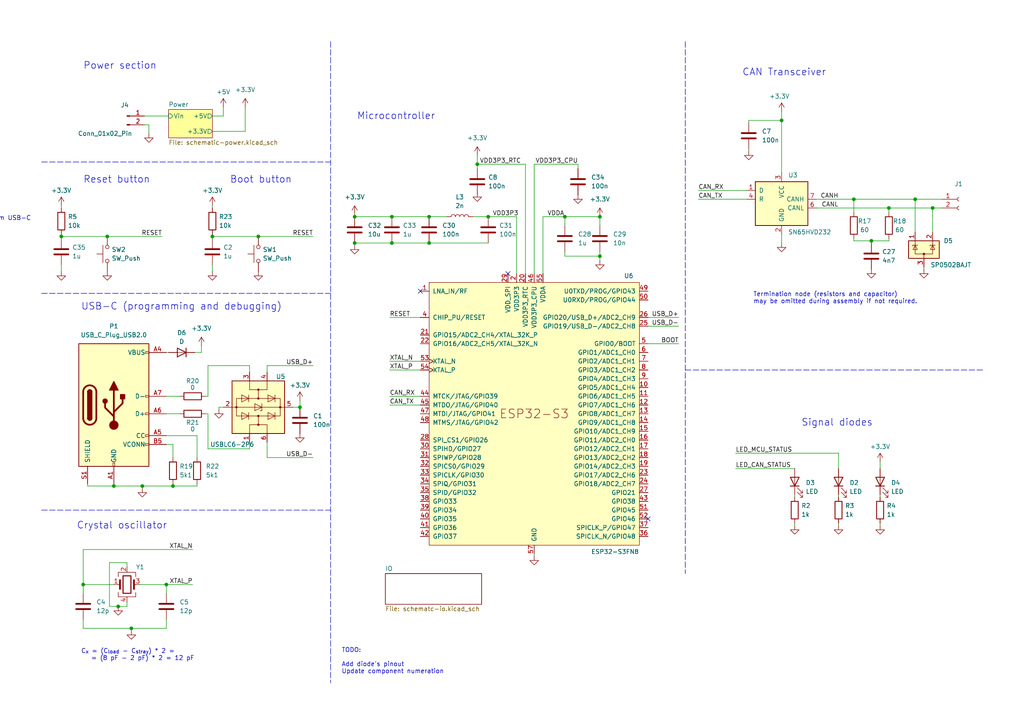
<source format=kicad_sch>
(kicad_sch (version 20230121) (generator eeschema)

  (uuid c9ad7189-d3b2-414a-9743-efd8e57cd755)

  (paper "A4")

  (title_block
    (title "Hydrogen sensor")
    (date "2023-09-04")
    (rev "1")
    (company "Hydrogreen Pollub")
  )

  (lib_symbols
    (symbol "Connector:Conn_01x02_Pin" (pin_names (offset 1.016) hide) (in_bom yes) (on_board yes)
      (property "Reference" "J" (at 0 2.54 0)
        (effects (font (size 1.27 1.27)))
      )
      (property "Value" "Conn_01x02_Pin" (at 0 -5.08 0)
        (effects (font (size 1.27 1.27)))
      )
      (property "Footprint" "" (at 0 0 0)
        (effects (font (size 1.27 1.27)) hide)
      )
      (property "Datasheet" "~" (at 0 0 0)
        (effects (font (size 1.27 1.27)) hide)
      )
      (property "ki_locked" "" (at 0 0 0)
        (effects (font (size 1.27 1.27)))
      )
      (property "ki_keywords" "connector" (at 0 0 0)
        (effects (font (size 1.27 1.27)) hide)
      )
      (property "ki_description" "Generic connector, single row, 01x02, script generated" (at 0 0 0)
        (effects (font (size 1.27 1.27)) hide)
      )
      (property "ki_fp_filters" "Connector*:*_1x??_*" (at 0 0 0)
        (effects (font (size 1.27 1.27)) hide)
      )
      (symbol "Conn_01x02_Pin_1_1"
        (polyline
          (pts
            (xy 1.27 -2.54)
            (xy 0.8636 -2.54)
          )
          (stroke (width 0.1524) (type default))
          (fill (type none))
        )
        (polyline
          (pts
            (xy 1.27 0)
            (xy 0.8636 0)
          )
          (stroke (width 0.1524) (type default))
          (fill (type none))
        )
        (rectangle (start 0.8636 -2.413) (end 0 -2.667)
          (stroke (width 0.1524) (type default))
          (fill (type outline))
        )
        (rectangle (start 0.8636 0.127) (end 0 -0.127)
          (stroke (width 0.1524) (type default))
          (fill (type outline))
        )
        (pin passive line (at 5.08 0 180) (length 3.81)
          (name "Pin_1" (effects (font (size 1.27 1.27))))
          (number "1" (effects (font (size 1.27 1.27))))
        )
        (pin passive line (at 5.08 -2.54 180) (length 3.81)
          (name "Pin_2" (effects (font (size 1.27 1.27))))
          (number "2" (effects (font (size 1.27 1.27))))
        )
      )
    )
    (symbol "Connector:Conn_01x02_Socket" (pin_names (offset 1.016) hide) (in_bom yes) (on_board yes)
      (property "Reference" "J" (at 0 2.54 0)
        (effects (font (size 1.27 1.27)))
      )
      (property "Value" "Conn_01x02_Socket" (at 0 -5.08 0)
        (effects (font (size 1.27 1.27)))
      )
      (property "Footprint" "" (at 0 0 0)
        (effects (font (size 1.27 1.27)) hide)
      )
      (property "Datasheet" "~" (at 0 0 0)
        (effects (font (size 1.27 1.27)) hide)
      )
      (property "ki_locked" "" (at 0 0 0)
        (effects (font (size 1.27 1.27)))
      )
      (property "ki_keywords" "connector" (at 0 0 0)
        (effects (font (size 1.27 1.27)) hide)
      )
      (property "ki_description" "Generic connector, single row, 01x02, script generated" (at 0 0 0)
        (effects (font (size 1.27 1.27)) hide)
      )
      (property "ki_fp_filters" "Connector*:*_1x??_*" (at 0 0 0)
        (effects (font (size 1.27 1.27)) hide)
      )
      (symbol "Conn_01x02_Socket_1_1"
        (arc (start 0 -2.032) (mid -0.5058 -2.54) (end 0 -3.048)
          (stroke (width 0.1524) (type default))
          (fill (type none))
        )
        (polyline
          (pts
            (xy -1.27 -2.54)
            (xy -0.508 -2.54)
          )
          (stroke (width 0.1524) (type default))
          (fill (type none))
        )
        (polyline
          (pts
            (xy -1.27 0)
            (xy -0.508 0)
          )
          (stroke (width 0.1524) (type default))
          (fill (type none))
        )
        (arc (start 0 0.508) (mid -0.5058 0) (end 0 -0.508)
          (stroke (width 0.1524) (type default))
          (fill (type none))
        )
        (pin passive line (at -5.08 0 0) (length 3.81)
          (name "Pin_1" (effects (font (size 1.27 1.27))))
          (number "1" (effects (font (size 1.27 1.27))))
        )
        (pin passive line (at -5.08 -2.54 0) (length 3.81)
          (name "Pin_2" (effects (font (size 1.27 1.27))))
          (number "2" (effects (font (size 1.27 1.27))))
        )
      )
    )
    (symbol "Connector:USB_C_Plug_USB2.0" (pin_names (offset 1.016)) (in_bom yes) (on_board yes)
      (property "Reference" "P1" (at 0 22.86 0)
        (effects (font (size 1.27 1.27)))
      )
      (property "Value" "USB_C_Plug_USB2.0" (at 0 20.32 0)
        (effects (font (size 1.27 1.27)))
      )
      (property "Footprint" "" (at 3.81 0 0)
        (effects (font (size 1.27 1.27)) hide)
      )
      (property "Datasheet" "https://www.usb.org/sites/default/files/documents/usb_type-c.zip" (at 3.81 0 0)
        (effects (font (size 1.27 1.27)) hide)
      )
      (property "ki_keywords" "usb universal serial bus type-C USB2.0" (at 0 0 0)
        (effects (font (size 1.27 1.27)) hide)
      )
      (property "ki_description" "USB 2.0-only Type-C Plug connector" (at 0 0 0)
        (effects (font (size 1.27 1.27)) hide)
      )
      (property "ki_fp_filters" "USB*C*Plug*" (at 0 0 0)
        (effects (font (size 1.27 1.27)) hide)
      )
      (symbol "USB_C_Plug_USB2.0_0_0"
        (rectangle (start -0.254 -17.78) (end 0.254 -16.764)
          (stroke (width 0) (type default))
          (fill (type none))
        )
        (rectangle (start 10.16 -11.176) (end 9.144 -11.684)
          (stroke (width 0) (type default))
          (fill (type none))
        )
        (rectangle (start 10.16 -8.636) (end 9.144 -9.144)
          (stroke (width 0) (type default))
          (fill (type none))
        )
        (rectangle (start 10.16 -2.286) (end 9.144 -2.794)
          (stroke (width 0) (type default))
          (fill (type none))
        )
        (rectangle (start 10.16 2.794) (end 9.144 2.286)
          (stroke (width 0) (type default))
          (fill (type none))
        )
        (rectangle (start 10.16 15.494) (end 9.144 14.986)
          (stroke (width 0) (type default))
          (fill (type none))
        )
      )
      (symbol "USB_C_Plug_USB2.0_0_1"
        (rectangle (start -10.16 17.78) (end 10.16 -17.78)
          (stroke (width 0.254) (type default))
          (fill (type background))
        )
        (arc (start -8.89 -3.81) (mid -6.985 -5.7067) (end -5.08 -3.81)
          (stroke (width 0.508) (type default))
          (fill (type none))
        )
        (arc (start -7.62 -3.81) (mid -6.985 -4.4423) (end -6.35 -3.81)
          (stroke (width 0.254) (type default))
          (fill (type none))
        )
        (arc (start -7.62 -3.81) (mid -6.985 -4.4423) (end -6.35 -3.81)
          (stroke (width 0.254) (type default))
          (fill (type outline))
        )
        (rectangle (start -7.62 -3.81) (end -6.35 3.81)
          (stroke (width 0.254) (type default))
          (fill (type outline))
        )
        (arc (start -6.35 3.81) (mid -6.985 4.4423) (end -7.62 3.81)
          (stroke (width 0.254) (type default))
          (fill (type none))
        )
        (arc (start -6.35 3.81) (mid -6.985 4.4423) (end -7.62 3.81)
          (stroke (width 0.254) (type default))
          (fill (type outline))
        )
        (arc (start -5.08 3.81) (mid -6.985 5.7067) (end -8.89 3.81)
          (stroke (width 0.508) (type default))
          (fill (type none))
        )
        (circle (center -2.54 1.143) (radius 0.635)
          (stroke (width 0.254) (type default))
          (fill (type outline))
        )
        (circle (center 0 -5.842) (radius 1.27)
          (stroke (width 0) (type default))
          (fill (type outline))
        )
        (polyline
          (pts
            (xy -8.89 -3.81)
            (xy -8.89 3.81)
          )
          (stroke (width 0.508) (type default))
          (fill (type none))
        )
        (polyline
          (pts
            (xy -5.08 3.81)
            (xy -5.08 -3.81)
          )
          (stroke (width 0.508) (type default))
          (fill (type none))
        )
        (polyline
          (pts
            (xy 0 -5.842)
            (xy 0 4.318)
          )
          (stroke (width 0.508) (type default))
          (fill (type none))
        )
        (polyline
          (pts
            (xy 0 -3.302)
            (xy -2.54 -0.762)
            (xy -2.54 0.508)
          )
          (stroke (width 0.508) (type default))
          (fill (type none))
        )
        (polyline
          (pts
            (xy 0 -2.032)
            (xy 2.54 0.508)
            (xy 2.54 1.778)
          )
          (stroke (width 0.508) (type default))
          (fill (type none))
        )
        (polyline
          (pts
            (xy -1.27 4.318)
            (xy 0 6.858)
            (xy 1.27 4.318)
            (xy -1.27 4.318)
          )
          (stroke (width 0.254) (type default))
          (fill (type outline))
        )
        (rectangle (start 1.905 1.778) (end 3.175 3.048)
          (stroke (width 0.254) (type default))
          (fill (type outline))
        )
      )
      (symbol "USB_C_Plug_USB2.0_1_1"
        (pin passive line (at 0 -22.86 90) (length 5.08)
          (name "GND" (effects (font (size 1.27 1.27))))
          (number "A1" (effects (font (size 1.27 1.27))))
        )
        (pin passive line (at 0 -22.86 90) (length 5.08) hide
          (name "GND" (effects (font (size 1.27 1.27))))
          (number "A12" (effects (font (size 1.27 1.27))))
        )
        (pin passive line (at 15.24 15.24 180) (length 5.08)
          (name "VBUS" (effects (font (size 1.27 1.27))))
          (number "A4" (effects (font (size 1.27 1.27))))
        )
        (pin bidirectional line (at 15.24 -8.89 180) (length 5.08)
          (name "CC" (effects (font (size 1.27 1.27))))
          (number "A5" (effects (font (size 1.27 1.27))))
        )
        (pin bidirectional line (at 15.24 -2.54 180) (length 5.08)
          (name "D+" (effects (font (size 1.27 1.27))))
          (number "A6" (effects (font (size 1.27 1.27))))
        )
        (pin bidirectional line (at 15.24 2.54 180) (length 5.08)
          (name "D-" (effects (font (size 1.27 1.27))))
          (number "A7" (effects (font (size 1.27 1.27))))
        )
        (pin passive line (at 15.24 15.24 180) (length 5.08) hide
          (name "VBUS" (effects (font (size 1.27 1.27))))
          (number "A9" (effects (font (size 1.27 1.27))))
        )
        (pin passive line (at 0 -22.86 90) (length 5.08) hide
          (name "GND" (effects (font (size 1.27 1.27))))
          (number "B1" (effects (font (size 1.27 1.27))))
        )
        (pin passive line (at 0 -22.86 90) (length 5.08) hide
          (name "GND" (effects (font (size 1.27 1.27))))
          (number "B12" (effects (font (size 1.27 1.27))))
        )
        (pin passive line (at 15.24 15.24 180) (length 5.08) hide
          (name "VBUS" (effects (font (size 1.27 1.27))))
          (number "B4" (effects (font (size 1.27 1.27))))
        )
        (pin bidirectional line (at 15.24 -11.43 180) (length 5.08)
          (name "VCONN" (effects (font (size 1.27 1.27))))
          (number "B5" (effects (font (size 1.27 1.27))))
        )
        (pin passive line (at 15.24 15.24 180) (length 5.08) hide
          (name "VBUS" (effects (font (size 1.27 1.27))))
          (number "B9" (effects (font (size 1.27 1.27))))
        )
        (pin passive line (at -7.62 -22.86 90) (length 5.08)
          (name "SHIELD" (effects (font (size 1.27 1.27))))
          (number "S1" (effects (font (size 1.27 1.27))))
        )
      )
    )
    (symbol "Device:C" (pin_numbers hide) (pin_names (offset 0.254)) (in_bom yes) (on_board yes)
      (property "Reference" "C" (at 0.635 2.54 0)
        (effects (font (size 1.27 1.27)) (justify left))
      )
      (property "Value" "C" (at 0.635 -2.54 0)
        (effects (font (size 1.27 1.27)) (justify left))
      )
      (property "Footprint" "" (at 0.9652 -3.81 0)
        (effects (font (size 1.27 1.27)) hide)
      )
      (property "Datasheet" "~" (at 0 0 0)
        (effects (font (size 1.27 1.27)) hide)
      )
      (property "ki_keywords" "cap capacitor" (at 0 0 0)
        (effects (font (size 1.27 1.27)) hide)
      )
      (property "ki_description" "Unpolarized capacitor" (at 0 0 0)
        (effects (font (size 1.27 1.27)) hide)
      )
      (property "ki_fp_filters" "C_*" (at 0 0 0)
        (effects (font (size 1.27 1.27)) hide)
      )
      (symbol "C_0_1"
        (polyline
          (pts
            (xy -2.032 -0.762)
            (xy 2.032 -0.762)
          )
          (stroke (width 0.508) (type default))
          (fill (type none))
        )
        (polyline
          (pts
            (xy -2.032 0.762)
            (xy 2.032 0.762)
          )
          (stroke (width 0.508) (type default))
          (fill (type none))
        )
      )
      (symbol "C_1_1"
        (pin passive line (at 0 3.81 270) (length 2.794)
          (name "~" (effects (font (size 1.27 1.27))))
          (number "1" (effects (font (size 1.27 1.27))))
        )
        (pin passive line (at 0 -3.81 90) (length 2.794)
          (name "~" (effects (font (size 1.27 1.27))))
          (number "2" (effects (font (size 1.27 1.27))))
        )
      )
    )
    (symbol "Device:Crystal_GND24" (pin_names (offset 1.016) hide) (in_bom yes) (on_board yes)
      (property "Reference" "Y" (at 3.175 5.08 0)
        (effects (font (size 1.27 1.27)) (justify left))
      )
      (property "Value" "Crystal_GND24" (at 3.175 3.175 0)
        (effects (font (size 1.27 1.27)) (justify left))
      )
      (property "Footprint" "" (at 0 0 0)
        (effects (font (size 1.27 1.27)) hide)
      )
      (property "Datasheet" "~" (at 0 0 0)
        (effects (font (size 1.27 1.27)) hide)
      )
      (property "ki_keywords" "quartz ceramic resonator oscillator" (at 0 0 0)
        (effects (font (size 1.27 1.27)) hide)
      )
      (property "ki_description" "Four pin crystal, GND on pins 2 and 4" (at 0 0 0)
        (effects (font (size 1.27 1.27)) hide)
      )
      (property "ki_fp_filters" "Crystal*" (at 0 0 0)
        (effects (font (size 1.27 1.27)) hide)
      )
      (symbol "Crystal_GND24_0_1"
        (rectangle (start -1.143 2.54) (end 1.143 -2.54)
          (stroke (width 0.3048) (type default))
          (fill (type none))
        )
        (polyline
          (pts
            (xy -2.54 0)
            (xy -2.032 0)
          )
          (stroke (width 0) (type default))
          (fill (type none))
        )
        (polyline
          (pts
            (xy -2.032 -1.27)
            (xy -2.032 1.27)
          )
          (stroke (width 0.508) (type default))
          (fill (type none))
        )
        (polyline
          (pts
            (xy 0 -3.81)
            (xy 0 -3.556)
          )
          (stroke (width 0) (type default))
          (fill (type none))
        )
        (polyline
          (pts
            (xy 0 3.556)
            (xy 0 3.81)
          )
          (stroke (width 0) (type default))
          (fill (type none))
        )
        (polyline
          (pts
            (xy 2.032 -1.27)
            (xy 2.032 1.27)
          )
          (stroke (width 0.508) (type default))
          (fill (type none))
        )
        (polyline
          (pts
            (xy 2.032 0)
            (xy 2.54 0)
          )
          (stroke (width 0) (type default))
          (fill (type none))
        )
        (polyline
          (pts
            (xy -2.54 -2.286)
            (xy -2.54 -3.556)
            (xy 2.54 -3.556)
            (xy 2.54 -2.286)
          )
          (stroke (width 0) (type default))
          (fill (type none))
        )
        (polyline
          (pts
            (xy -2.54 2.286)
            (xy -2.54 3.556)
            (xy 2.54 3.556)
            (xy 2.54 2.286)
          )
          (stroke (width 0) (type default))
          (fill (type none))
        )
      )
      (symbol "Crystal_GND24_1_1"
        (pin passive line (at -3.81 0 0) (length 1.27)
          (name "1" (effects (font (size 1.27 1.27))))
          (number "1" (effects (font (size 1.27 1.27))))
        )
        (pin passive line (at 0 5.08 270) (length 1.27)
          (name "2" (effects (font (size 1.27 1.27))))
          (number "2" (effects (font (size 1.27 1.27))))
        )
        (pin passive line (at 3.81 0 180) (length 1.27)
          (name "3" (effects (font (size 1.27 1.27))))
          (number "3" (effects (font (size 1.27 1.27))))
        )
        (pin passive line (at 0 -5.08 90) (length 1.27)
          (name "4" (effects (font (size 1.27 1.27))))
          (number "4" (effects (font (size 1.27 1.27))))
        )
      )
    )
    (symbol "Device:D" (pin_numbers hide) (pin_names (offset 1.016) hide) (in_bom yes) (on_board yes)
      (property "Reference" "D" (at 0 2.54 0)
        (effects (font (size 1.27 1.27)))
      )
      (property "Value" "D" (at 0 -2.54 0)
        (effects (font (size 1.27 1.27)))
      )
      (property "Footprint" "" (at 0 0 0)
        (effects (font (size 1.27 1.27)) hide)
      )
      (property "Datasheet" "~" (at 0 0 0)
        (effects (font (size 1.27 1.27)) hide)
      )
      (property "Sim.Device" "D" (at 0 0 0)
        (effects (font (size 1.27 1.27)) hide)
      )
      (property "Sim.Pins" "1=K 2=A" (at 0 0 0)
        (effects (font (size 1.27 1.27)) hide)
      )
      (property "ki_keywords" "diode" (at 0 0 0)
        (effects (font (size 1.27 1.27)) hide)
      )
      (property "ki_description" "Diode" (at 0 0 0)
        (effects (font (size 1.27 1.27)) hide)
      )
      (property "ki_fp_filters" "TO-???* *_Diode_* *SingleDiode* D_*" (at 0 0 0)
        (effects (font (size 1.27 1.27)) hide)
      )
      (symbol "D_0_1"
        (polyline
          (pts
            (xy -1.27 1.27)
            (xy -1.27 -1.27)
          )
          (stroke (width 0.254) (type default))
          (fill (type none))
        )
        (polyline
          (pts
            (xy 1.27 0)
            (xy -1.27 0)
          )
          (stroke (width 0) (type default))
          (fill (type none))
        )
        (polyline
          (pts
            (xy 1.27 1.27)
            (xy 1.27 -1.27)
            (xy -1.27 0)
            (xy 1.27 1.27)
          )
          (stroke (width 0.254) (type default))
          (fill (type none))
        )
      )
      (symbol "D_1_1"
        (pin passive line (at -3.81 0 0) (length 2.54)
          (name "K" (effects (font (size 1.27 1.27))))
          (number "1" (effects (font (size 1.27 1.27))))
        )
        (pin passive line (at 3.81 0 180) (length 2.54)
          (name "A" (effects (font (size 1.27 1.27))))
          (number "2" (effects (font (size 1.27 1.27))))
        )
      )
    )
    (symbol "Device:L" (pin_numbers hide) (pin_names (offset 1.016) hide) (in_bom yes) (on_board yes)
      (property "Reference" "L" (at -1.27 0 90)
        (effects (font (size 1.27 1.27)))
      )
      (property "Value" "L" (at 1.905 0 90)
        (effects (font (size 1.27 1.27)))
      )
      (property "Footprint" "" (at 0 0 0)
        (effects (font (size 1.27 1.27)) hide)
      )
      (property "Datasheet" "~" (at 0 0 0)
        (effects (font (size 1.27 1.27)) hide)
      )
      (property "ki_keywords" "inductor choke coil reactor magnetic" (at 0 0 0)
        (effects (font (size 1.27 1.27)) hide)
      )
      (property "ki_description" "Inductor" (at 0 0 0)
        (effects (font (size 1.27 1.27)) hide)
      )
      (property "ki_fp_filters" "Choke_* *Coil* Inductor_* L_*" (at 0 0 0)
        (effects (font (size 1.27 1.27)) hide)
      )
      (symbol "L_0_1"
        (arc (start 0 -2.54) (mid 0.6323 -1.905) (end 0 -1.27)
          (stroke (width 0) (type default))
          (fill (type none))
        )
        (arc (start 0 -1.27) (mid 0.6323 -0.635) (end 0 0)
          (stroke (width 0) (type default))
          (fill (type none))
        )
        (arc (start 0 0) (mid 0.6323 0.635) (end 0 1.27)
          (stroke (width 0) (type default))
          (fill (type none))
        )
        (arc (start 0 1.27) (mid 0.6323 1.905) (end 0 2.54)
          (stroke (width 0) (type default))
          (fill (type none))
        )
      )
      (symbol "L_1_1"
        (pin passive line (at 0 3.81 270) (length 1.27)
          (name "1" (effects (font (size 1.27 1.27))))
          (number "1" (effects (font (size 1.27 1.27))))
        )
        (pin passive line (at 0 -3.81 90) (length 1.27)
          (name "2" (effects (font (size 1.27 1.27))))
          (number "2" (effects (font (size 1.27 1.27))))
        )
      )
    )
    (symbol "Device:LED" (pin_numbers hide) (pin_names (offset 1.016) hide) (in_bom yes) (on_board yes)
      (property "Reference" "D" (at 0 2.54 0)
        (effects (font (size 1.27 1.27)))
      )
      (property "Value" "LED" (at 0 -2.54 0)
        (effects (font (size 1.27 1.27)))
      )
      (property "Footprint" "" (at 0 0 0)
        (effects (font (size 1.27 1.27)) hide)
      )
      (property "Datasheet" "~" (at 0 0 0)
        (effects (font (size 1.27 1.27)) hide)
      )
      (property "ki_keywords" "LED diode" (at 0 0 0)
        (effects (font (size 1.27 1.27)) hide)
      )
      (property "ki_description" "Light emitting diode" (at 0 0 0)
        (effects (font (size 1.27 1.27)) hide)
      )
      (property "ki_fp_filters" "LED* LED_SMD:* LED_THT:*" (at 0 0 0)
        (effects (font (size 1.27 1.27)) hide)
      )
      (symbol "LED_0_1"
        (polyline
          (pts
            (xy -1.27 -1.27)
            (xy -1.27 1.27)
          )
          (stroke (width 0.254) (type default))
          (fill (type none))
        )
        (polyline
          (pts
            (xy -1.27 0)
            (xy 1.27 0)
          )
          (stroke (width 0) (type default))
          (fill (type none))
        )
        (polyline
          (pts
            (xy 1.27 -1.27)
            (xy 1.27 1.27)
            (xy -1.27 0)
            (xy 1.27 -1.27)
          )
          (stroke (width 0.254) (type default))
          (fill (type none))
        )
        (polyline
          (pts
            (xy -3.048 -0.762)
            (xy -4.572 -2.286)
            (xy -3.81 -2.286)
            (xy -4.572 -2.286)
            (xy -4.572 -1.524)
          )
          (stroke (width 0) (type default))
          (fill (type none))
        )
        (polyline
          (pts
            (xy -1.778 -0.762)
            (xy -3.302 -2.286)
            (xy -2.54 -2.286)
            (xy -3.302 -2.286)
            (xy -3.302 -1.524)
          )
          (stroke (width 0) (type default))
          (fill (type none))
        )
      )
      (symbol "LED_1_1"
        (pin passive line (at -3.81 0 0) (length 2.54)
          (name "K" (effects (font (size 1.27 1.27))))
          (number "1" (effects (font (size 1.27 1.27))))
        )
        (pin passive line (at 3.81 0 180) (length 2.54)
          (name "A" (effects (font (size 1.27 1.27))))
          (number "2" (effects (font (size 1.27 1.27))))
        )
      )
    )
    (symbol "Device:R" (pin_numbers hide) (pin_names (offset 0)) (in_bom yes) (on_board yes)
      (property "Reference" "R" (at 2.032 0 90)
        (effects (font (size 1.27 1.27)))
      )
      (property "Value" "R" (at 0 0 90)
        (effects (font (size 1.27 1.27)))
      )
      (property "Footprint" "" (at -1.778 0 90)
        (effects (font (size 1.27 1.27)) hide)
      )
      (property "Datasheet" "~" (at 0 0 0)
        (effects (font (size 1.27 1.27)) hide)
      )
      (property "ki_keywords" "R res resistor" (at 0 0 0)
        (effects (font (size 1.27 1.27)) hide)
      )
      (property "ki_description" "Resistor" (at 0 0 0)
        (effects (font (size 1.27 1.27)) hide)
      )
      (property "ki_fp_filters" "R_*" (at 0 0 0)
        (effects (font (size 1.27 1.27)) hide)
      )
      (symbol "R_0_1"
        (rectangle (start -1.016 -2.54) (end 1.016 2.54)
          (stroke (width 0.254) (type default))
          (fill (type none))
        )
      )
      (symbol "R_1_1"
        (pin passive line (at 0 3.81 270) (length 1.27)
          (name "~" (effects (font (size 1.27 1.27))))
          (number "1" (effects (font (size 1.27 1.27))))
        )
        (pin passive line (at 0 -3.81 90) (length 1.27)
          (name "~" (effects (font (size 1.27 1.27))))
          (number "2" (effects (font (size 1.27 1.27))))
        )
      )
    )
    (symbol "Interface_CAN_LIN:SN65HVD232" (pin_names (offset 1.016)) (in_bom yes) (on_board yes)
      (property "Reference" "U" (at -2.54 10.16 0)
        (effects (font (size 1.27 1.27)) (justify right))
      )
      (property "Value" "SN65HVD232" (at -2.54 7.62 0)
        (effects (font (size 1.27 1.27)) (justify right))
      )
      (property "Footprint" "Package_SO:SOIC-8_3.9x4.9mm_P1.27mm" (at 0 -12.7 0)
        (effects (font (size 1.27 1.27)) hide)
      )
      (property "Datasheet" "http://www.ti.com/lit/ds/symlink/sn65hvd230.pdf" (at -2.54 10.16 0)
        (effects (font (size 1.27 1.27)) hide)
      )
      (property "ki_keywords" "can transeiver ti" (at 0 0 0)
        (effects (font (size 1.27 1.27)) hide)
      )
      (property "ki_description" "CAN Bus Transceivers, 3.3V, 1Mbps, SOIC-8" (at 0 0 0)
        (effects (font (size 1.27 1.27)) hide)
      )
      (property "ki_fp_filters" "SOIC*3.9x4.9mm*P1.27mm*" (at 0 0 0)
        (effects (font (size 1.27 1.27)) hide)
      )
      (symbol "SN65HVD232_0_1"
        (rectangle (start -7.62 5.08) (end 7.62 -7.62)
          (stroke (width 0.254) (type default))
          (fill (type background))
        )
      )
      (symbol "SN65HVD232_1_1"
        (pin input line (at -10.16 2.54 0) (length 2.54)
          (name "D" (effects (font (size 1.27 1.27))))
          (number "1" (effects (font (size 1.27 1.27))))
        )
        (pin power_in line (at 0 -10.16 90) (length 2.54)
          (name "GND" (effects (font (size 1.27 1.27))))
          (number "2" (effects (font (size 1.27 1.27))))
        )
        (pin power_in line (at 0 7.62 270) (length 2.54)
          (name "VCC" (effects (font (size 1.27 1.27))))
          (number "3" (effects (font (size 1.27 1.27))))
        )
        (pin output line (at -10.16 0 0) (length 2.54)
          (name "R" (effects (font (size 1.27 1.27))))
          (number "4" (effects (font (size 1.27 1.27))))
        )
        (pin no_connect line (at -7.62 -2.54 0) (length 2.54) hide
          (name "NC" (effects (font (size 1.27 1.27))))
          (number "5" (effects (font (size 1.27 1.27))))
        )
        (pin bidirectional line (at 10.16 -2.54 180) (length 2.54)
          (name "CANL" (effects (font (size 1.27 1.27))))
          (number "6" (effects (font (size 1.27 1.27))))
        )
        (pin bidirectional line (at 10.16 0 180) (length 2.54)
          (name "CANH" (effects (font (size 1.27 1.27))))
          (number "7" (effects (font (size 1.27 1.27))))
        )
        (pin no_connect line (at -7.62 -5.08 0) (length 2.54) hide
          (name "NC" (effects (font (size 1.27 1.27))))
          (number "8" (effects (font (size 1.27 1.27))))
        )
      )
    )
    (symbol "PCM_Espressif:ESP32-S3" (pin_names (offset 1.016)) (in_bom yes) (on_board yes)
      (property "Reference" "U" (at -30.48 43.18 0)
        (effects (font (size 1.27 1.27)) (justify left))
      )
      (property "Value" "ESP32-S3" (at -30.48 40.64 0)
        (effects (font (size 1.27 1.27)) (justify left))
      )
      (property "Footprint" "Package_DFN_QFN:QFN-56-1EP_7x7mm_P0.4mm_EP5.6x5.6mm" (at 0 -48.26 0)
        (effects (font (size 1.27 1.27)) hide)
      )
      (property "Datasheet" "https://www.espressif.com/sites/default/files/documentation/esp32-s3_datasheet_en.pdf" (at 0 -50.8 0)
        (effects (font (size 1.27 1.27)) hide)
      )
      (property "ki_description" "ESP32-S3 is a low-power MCU-based system-on-chip (SoC) that supports 2.4 GHz Wi-Fi and Bluetooth® Low Energy (Bluetooth LE). It consists of high-performance dual-core microprocessor (Xtensa® 32-bit LX7), a low power coprocessor, a Wi-Fi baseband, a Bluetooth LE baseband, RF module, and peripherals." (at 0 0 0)
        (effects (font (size 1.27 1.27)) hide)
      )
      (symbol "ESP32-S3_0_0"
        (text "ESP32-S3" (at 0 0 0)
          (effects (font (size 2.54 2.54)))
        )
        (pin bidirectional line (at 33.02 -35.56 180) (length 2.54)
          (name "SPICLK_N/GPIO48" (effects (font (size 1.27 1.27))))
          (number "36" (effects (font (size 1.27 1.27))))
        )
        (pin bidirectional line (at 33.02 -33.02 180) (length 2.54)
          (name "SPICLK_P/GPIO47" (effects (font (size 1.27 1.27))))
          (number "37" (effects (font (size 1.27 1.27))))
        )
      )
      (symbol "ESP32-S3_0_1"
        (rectangle (start -30.48 38.1) (end 30.48 -38.1)
          (stroke (width 0) (type default))
          (fill (type background))
        )
      )
      (symbol "ESP32-S3_1_1"
        (pin bidirectional line (at -33.02 35.56 0) (length 2.54)
          (name "LNA_IN/RF" (effects (font (size 1.27 1.27))))
          (number "1" (effects (font (size 1.27 1.27))))
        )
        (pin bidirectional line (at 33.02 7.62 180) (length 2.54)
          (name "GPIO5/ADC1_CH4" (effects (font (size 1.27 1.27))))
          (number "10" (effects (font (size 1.27 1.27))))
        )
        (pin bidirectional line (at 33.02 5.08 180) (length 2.54)
          (name "GPIO6/ADC1_CH5" (effects (font (size 1.27 1.27))))
          (number "11" (effects (font (size 1.27 1.27))))
        )
        (pin bidirectional line (at 33.02 2.54 180) (length 2.54)
          (name "GPIO7/ADC1_CH6" (effects (font (size 1.27 1.27))))
          (number "12" (effects (font (size 1.27 1.27))))
        )
        (pin bidirectional line (at 33.02 0 180) (length 2.54)
          (name "GPIO8/ADC1_CH7" (effects (font (size 1.27 1.27))))
          (number "13" (effects (font (size 1.27 1.27))))
        )
        (pin bidirectional line (at 33.02 -2.54 180) (length 2.54)
          (name "GPIO9/ADC1_CH8" (effects (font (size 1.27 1.27))))
          (number "14" (effects (font (size 1.27 1.27))))
        )
        (pin bidirectional line (at 33.02 -5.08 180) (length 2.54)
          (name "GPIO10/ADC1_CH9" (effects (font (size 1.27 1.27))))
          (number "15" (effects (font (size 1.27 1.27))))
        )
        (pin bidirectional line (at 33.02 -7.62 180) (length 2.54)
          (name "GPIO11/ADC2_CH0" (effects (font (size 1.27 1.27))))
          (number "16" (effects (font (size 1.27 1.27))))
        )
        (pin bidirectional line (at 33.02 -10.16 180) (length 2.54)
          (name "GPIO12/ADC2_CH1" (effects (font (size 1.27 1.27))))
          (number "17" (effects (font (size 1.27 1.27))))
        )
        (pin bidirectional line (at 33.02 -12.7 180) (length 2.54)
          (name "GPIO13/ADC2_CH2" (effects (font (size 1.27 1.27))))
          (number "18" (effects (font (size 1.27 1.27))))
        )
        (pin bidirectional line (at 33.02 -15.24 180) (length 2.54)
          (name "GPIO14/ADC2_CH3" (effects (font (size 1.27 1.27))))
          (number "19" (effects (font (size 1.27 1.27))))
        )
        (pin power_in line (at -5.08 40.64 270) (length 2.54)
          (name "VDD3P3" (effects (font (size 1.27 1.27))))
          (number "2" (effects (font (size 1.27 1.27))))
        )
        (pin power_in line (at -2.54 40.64 270) (length 2.54)
          (name "VDD3P3_RTC" (effects (font (size 1.27 1.27))))
          (number "20" (effects (font (size 1.27 1.27))))
        )
        (pin bidirectional line (at -33.02 22.86 0) (length 2.54)
          (name "GPIO15/ADC2_CH4/XTAL_32K_P" (effects (font (size 1.27 1.27))))
          (number "21" (effects (font (size 1.27 1.27))))
        )
        (pin bidirectional line (at -33.02 20.32 0) (length 2.54)
          (name "GPIO16/ADC2_CH5/XTAL_32K_N" (effects (font (size 1.27 1.27))))
          (number "22" (effects (font (size 1.27 1.27))))
        )
        (pin bidirectional line (at 33.02 -17.78 180) (length 2.54)
          (name "GPIO17/ADC2_CH6" (effects (font (size 1.27 1.27))))
          (number "23" (effects (font (size 1.27 1.27))))
        )
        (pin bidirectional line (at 33.02 -20.32 180) (length 2.54)
          (name "GPIO18/ADC2_CH7" (effects (font (size 1.27 1.27))))
          (number "24" (effects (font (size 1.27 1.27))))
        )
        (pin bidirectional line (at 33.02 25.4 180) (length 2.54)
          (name "GPIO19/USB_D-/ADC2_CH8" (effects (font (size 1.27 1.27))))
          (number "25" (effects (font (size 1.27 1.27))))
        )
        (pin bidirectional line (at 33.02 27.94 180) (length 2.54)
          (name "GPIO20/USB_D+/ADC2_CH9" (effects (font (size 1.27 1.27))))
          (number "26" (effects (font (size 1.27 1.27))))
        )
        (pin bidirectional line (at 33.02 -22.86 180) (length 2.54)
          (name "GPIO21" (effects (font (size 1.27 1.27))))
          (number "27" (effects (font (size 1.27 1.27))))
        )
        (pin bidirectional line (at -33.02 -7.62 0) (length 2.54)
          (name "SPI_CS1/GPIO26" (effects (font (size 1.27 1.27))))
          (number "28" (effects (font (size 1.27 1.27))))
        )
        (pin power_out line (at -7.62 40.64 270) (length 2.54)
          (name "VDD_SPI" (effects (font (size 1.27 1.27))))
          (number "29" (effects (font (size 1.27 1.27))))
        )
        (pin power_in line (at -5.08 40.64 270) (length 2.54) hide
          (name "VDD3P3" (effects (font (size 1.27 1.27))))
          (number "3" (effects (font (size 1.27 1.27))))
        )
        (pin bidirectional line (at -33.02 -10.16 0) (length 2.54)
          (name "SPIHD/GPIO27" (effects (font (size 1.27 1.27))))
          (number "30" (effects (font (size 1.27 1.27))))
        )
        (pin bidirectional line (at -33.02 -12.7 0) (length 2.54)
          (name "SPIWP/GPIO28" (effects (font (size 1.27 1.27))))
          (number "31" (effects (font (size 1.27 1.27))))
        )
        (pin bidirectional line (at -33.02 -15.24 0) (length 2.54)
          (name "SPICS0/GPIO29" (effects (font (size 1.27 1.27))))
          (number "32" (effects (font (size 1.27 1.27))))
        )
        (pin bidirectional line (at -33.02 -17.78 0) (length 2.54)
          (name "SPICLK/GPIO30" (effects (font (size 1.27 1.27))))
          (number "33" (effects (font (size 1.27 1.27))))
        )
        (pin bidirectional line (at -33.02 -20.32 0) (length 2.54)
          (name "SPIQ/GPIO31" (effects (font (size 1.27 1.27))))
          (number "34" (effects (font (size 1.27 1.27))))
        )
        (pin bidirectional line (at -33.02 -22.86 0) (length 2.54)
          (name "SPID/GPIO32" (effects (font (size 1.27 1.27))))
          (number "35" (effects (font (size 1.27 1.27))))
        )
        (pin bidirectional line (at -33.02 -25.4 0) (length 2.54)
          (name "GPIO33" (effects (font (size 1.27 1.27))))
          (number "38" (effects (font (size 1.27 1.27))))
        )
        (pin bidirectional line (at -33.02 -27.94 0) (length 2.54)
          (name "GPIO34" (effects (font (size 1.27 1.27))))
          (number "39" (effects (font (size 1.27 1.27))))
        )
        (pin input line (at -33.02 27.94 0) (length 2.54)
          (name "CHIP_PU/RESET" (effects (font (size 1.27 1.27))))
          (number "4" (effects (font (size 1.27 1.27))))
        )
        (pin bidirectional line (at -33.02 -30.48 0) (length 2.54)
          (name "GPIO35" (effects (font (size 1.27 1.27))))
          (number "40" (effects (font (size 1.27 1.27))))
        )
        (pin bidirectional line (at -33.02 -33.02 0) (length 2.54)
          (name "GPIO36" (effects (font (size 1.27 1.27))))
          (number "41" (effects (font (size 1.27 1.27))))
        )
        (pin bidirectional line (at -33.02 -35.56 0) (length 2.54)
          (name "GPIO37" (effects (font (size 1.27 1.27))))
          (number "42" (effects (font (size 1.27 1.27))))
        )
        (pin bidirectional line (at 33.02 -25.4 180) (length 2.54)
          (name "GPIO38" (effects (font (size 1.27 1.27))))
          (number "43" (effects (font (size 1.27 1.27))))
        )
        (pin bidirectional line (at -33.02 5.08 0) (length 2.54)
          (name "MTCK/JTAG/GPIO39" (effects (font (size 1.27 1.27))))
          (number "44" (effects (font (size 1.27 1.27))))
        )
        (pin bidirectional line (at -33.02 2.54 0) (length 2.54)
          (name "MTDO/JTAG/GPIO40" (effects (font (size 1.27 1.27))))
          (number "45" (effects (font (size 1.27 1.27))))
        )
        (pin power_in line (at 0 40.64 270) (length 2.54)
          (name "VDD3P3_CPU" (effects (font (size 1.27 1.27))))
          (number "46" (effects (font (size 1.27 1.27))))
        )
        (pin bidirectional line (at -33.02 0 0) (length 2.54)
          (name "MTDI/JTAG/GPIO41" (effects (font (size 1.27 1.27))))
          (number "47" (effects (font (size 1.27 1.27))))
        )
        (pin bidirectional line (at -33.02 -2.54 0) (length 2.54)
          (name "MTMS/JTAG/GPIO42" (effects (font (size 1.27 1.27))))
          (number "48" (effects (font (size 1.27 1.27))))
        )
        (pin bidirectional line (at 33.02 35.56 180) (length 2.54)
          (name "U0TXD/PROG/GPIO43" (effects (font (size 1.27 1.27))))
          (number "49" (effects (font (size 1.27 1.27))))
        )
        (pin bidirectional line (at 33.02 20.32 180) (length 2.54)
          (name "GPIO0/BOOT" (effects (font (size 1.27 1.27))))
          (number "5" (effects (font (size 1.27 1.27))))
        )
        (pin bidirectional line (at 33.02 33.02 180) (length 2.54)
          (name "U0RXD/PROG/GPIO44" (effects (font (size 1.27 1.27))))
          (number "50" (effects (font (size 1.27 1.27))))
        )
        (pin bidirectional line (at 33.02 -27.94 180) (length 2.54)
          (name "GPIO45" (effects (font (size 1.27 1.27))))
          (number "51" (effects (font (size 1.27 1.27))))
        )
        (pin bidirectional line (at 33.02 -30.48 180) (length 2.54)
          (name "GPIO46" (effects (font (size 1.27 1.27))))
          (number "52" (effects (font (size 1.27 1.27))))
        )
        (pin input clock (at -33.02 15.24 0) (length 2.54)
          (name "XTAL_N" (effects (font (size 1.27 1.27))))
          (number "53" (effects (font (size 1.27 1.27))))
        )
        (pin output clock (at -33.02 12.7 0) (length 2.54)
          (name "XTAL_P" (effects (font (size 1.27 1.27))))
          (number "54" (effects (font (size 1.27 1.27))))
        )
        (pin power_in line (at 2.54 40.64 270) (length 2.54)
          (name "VDDA" (effects (font (size 1.27 1.27))))
          (number "55" (effects (font (size 1.27 1.27))))
        )
        (pin passive line (at 2.54 40.64 270) (length 2.54) hide
          (name "VDDA" (effects (font (size 1.27 1.27))))
          (number "56" (effects (font (size 1.27 1.27))))
        )
        (pin power_in line (at 0 -40.64 90) (length 2.54)
          (name "GND" (effects (font (size 1.27 1.27))))
          (number "57" (effects (font (size 1.27 1.27))))
        )
        (pin bidirectional line (at 33.02 17.78 180) (length 2.54)
          (name "GPIO1/ADC1_CH0" (effects (font (size 1.27 1.27))))
          (number "6" (effects (font (size 1.27 1.27))))
        )
        (pin bidirectional line (at 33.02 15.24 180) (length 2.54)
          (name "GPIO2/ADC1_CH1" (effects (font (size 1.27 1.27))))
          (number "7" (effects (font (size 1.27 1.27))))
        )
        (pin bidirectional line (at 33.02 12.7 180) (length 2.54)
          (name "GPIO3/ADC1_CH2" (effects (font (size 1.27 1.27))))
          (number "8" (effects (font (size 1.27 1.27))))
        )
        (pin bidirectional line (at 33.02 10.16 180) (length 2.54)
          (name "GPIO4/ADC1_CH3" (effects (font (size 1.27 1.27))))
          (number "9" (effects (font (size 1.27 1.27))))
        )
      )
    )
    (symbol "Power_Protection:SP0502BAJT" (pin_names hide) (in_bom yes) (on_board yes)
      (property "Reference" "D" (at 5.715 2.54 0)
        (effects (font (size 1.27 1.27)) (justify left))
      )
      (property "Value" "SP0502BAJT" (at 5.715 0.635 0)
        (effects (font (size 1.27 1.27)) (justify left))
      )
      (property "Footprint" "Package_TO_SOT_SMD:SOT-323_SC-70" (at 5.715 -1.27 0)
        (effects (font (size 1.27 1.27)) (justify left) hide)
      )
      (property "Datasheet" "http://www.littelfuse.com/~/media/files/littelfuse/technical%20resources/documents/data%20sheets/sp05xxba.pdf" (at 3.175 3.175 0)
        (effects (font (size 1.27 1.27)) hide)
      )
      (property "ki_keywords" "usb esd protection suppression transient" (at 0 0 0)
        (effects (font (size 1.27 1.27)) hide)
      )
      (property "ki_description" "TVS Diode Array, 5.5V Standoff, 2 Channels, SC-70 package" (at 0 0 0)
        (effects (font (size 1.27 1.27)) hide)
      )
      (property "ki_fp_filters" "SOT?323*" (at 0 0 0)
        (effects (font (size 1.27 1.27)) hide)
      )
      (symbol "SP0502BAJT_0_0"
        (pin passive line (at 0 -5.08 90) (length 2.54)
          (name "A" (effects (font (size 1.27 1.27))))
          (number "3" (effects (font (size 1.27 1.27))))
        )
      )
      (symbol "SP0502BAJT_0_1"
        (rectangle (start -4.445 2.54) (end 4.445 -2.54)
          (stroke (width 0.254) (type default))
          (fill (type background))
        )
        (circle (center 0 -1.27) (radius 0.254)
          (stroke (width 0) (type default))
          (fill (type outline))
        )
        (polyline
          (pts
            (xy -2.54 2.54)
            (xy -2.54 1.27)
          )
          (stroke (width 0) (type default))
          (fill (type none))
        )
        (polyline
          (pts
            (xy 0 -1.27)
            (xy 0 -2.54)
          )
          (stroke (width 0) (type default))
          (fill (type none))
        )
        (polyline
          (pts
            (xy 2.54 2.54)
            (xy 2.54 1.27)
          )
          (stroke (width 0) (type default))
          (fill (type none))
        )
        (polyline
          (pts
            (xy -3.302 1.016)
            (xy -3.302 1.27)
            (xy -1.905 1.27)
            (xy -1.778 1.27)
          )
          (stroke (width 0) (type default))
          (fill (type none))
        )
        (polyline
          (pts
            (xy -2.54 1.27)
            (xy -2.54 -1.27)
            (xy 2.54 -1.27)
            (xy 2.54 1.27)
          )
          (stroke (width 0) (type default))
          (fill (type none))
        )
        (polyline
          (pts
            (xy -2.54 1.27)
            (xy -1.905 0)
            (xy -3.175 0)
            (xy -2.54 1.27)
          )
          (stroke (width 0) (type default))
          (fill (type none))
        )
        (polyline
          (pts
            (xy 1.778 1.016)
            (xy 1.778 1.27)
            (xy 3.175 1.27)
            (xy 3.302 1.27)
          )
          (stroke (width 0) (type default))
          (fill (type none))
        )
        (polyline
          (pts
            (xy 2.54 1.27)
            (xy 1.905 0)
            (xy 3.175 0)
            (xy 2.54 1.27)
          )
          (stroke (width 0) (type default))
          (fill (type none))
        )
      )
      (symbol "SP0502BAJT_1_1"
        (pin passive line (at -2.54 5.08 270) (length 2.54)
          (name "K" (effects (font (size 1.27 1.27))))
          (number "1" (effects (font (size 1.27 1.27))))
        )
        (pin passive line (at 2.54 5.08 270) (length 2.54)
          (name "K" (effects (font (size 1.27 1.27))))
          (number "2" (effects (font (size 1.27 1.27))))
        )
      )
    )
    (symbol "Power_Protection:USBLC6-2P6" (pin_names hide) (in_bom yes) (on_board yes)
      (property "Reference" "U" (at 2.54 8.89 0)
        (effects (font (size 1.27 1.27)) (justify left))
      )
      (property "Value" "USBLC6-2P6" (at 2.54 -8.89 0)
        (effects (font (size 1.27 1.27)) (justify left))
      )
      (property "Footprint" "Package_TO_SOT_SMD:SOT-666" (at 0 -12.7 0)
        (effects (font (size 1.27 1.27)) hide)
      )
      (property "Datasheet" "https://www.st.com/resource/en/datasheet/usblc6-2.pdf" (at 5.08 8.89 0)
        (effects (font (size 1.27 1.27)) hide)
      )
      (property "ki_keywords" "usb ethernet video" (at 0 0 0)
        (effects (font (size 1.27 1.27)) hide)
      )
      (property "ki_description" "Very low capacitance ESD protection diode, 2 data-line, SOT-666" (at 0 0 0)
        (effects (font (size 1.27 1.27)) hide)
      )
      (property "ki_fp_filters" "SOT?666*" (at 0 0 0)
        (effects (font (size 1.27 1.27)) hide)
      )
      (symbol "USBLC6-2P6_0_1"
        (rectangle (start -7.62 -7.62) (end 7.62 7.62)
          (stroke (width 0.254) (type default))
          (fill (type background))
        )
        (circle (center -5.08 0) (radius 0.254)
          (stroke (width 0) (type default))
          (fill (type outline))
        )
        (circle (center -2.54 0) (radius 0.254)
          (stroke (width 0) (type default))
          (fill (type outline))
        )
        (rectangle (start -2.54 6.35) (end 2.54 -6.35)
          (stroke (width 0) (type default))
          (fill (type none))
        )
        (circle (center 0 -6.35) (radius 0.254)
          (stroke (width 0) (type default))
          (fill (type outline))
        )
        (polyline
          (pts
            (xy -5.08 -2.54)
            (xy -7.62 -2.54)
          )
          (stroke (width 0) (type default))
          (fill (type none))
        )
        (polyline
          (pts
            (xy -5.08 0)
            (xy -5.08 -2.54)
          )
          (stroke (width 0) (type default))
          (fill (type none))
        )
        (polyline
          (pts
            (xy -5.08 2.54)
            (xy -7.62 2.54)
          )
          (stroke (width 0) (type default))
          (fill (type none))
        )
        (polyline
          (pts
            (xy -1.524 -2.794)
            (xy -3.556 -2.794)
          )
          (stroke (width 0) (type default))
          (fill (type none))
        )
        (polyline
          (pts
            (xy -1.524 4.826)
            (xy -3.556 4.826)
          )
          (stroke (width 0) (type default))
          (fill (type none))
        )
        (polyline
          (pts
            (xy 0 -7.62)
            (xy 0 -6.35)
          )
          (stroke (width 0) (type default))
          (fill (type none))
        )
        (polyline
          (pts
            (xy 0 -6.35)
            (xy 0 1.27)
          )
          (stroke (width 0) (type default))
          (fill (type none))
        )
        (polyline
          (pts
            (xy 0 1.27)
            (xy 0 6.35)
          )
          (stroke (width 0) (type default))
          (fill (type none))
        )
        (polyline
          (pts
            (xy 0 6.35)
            (xy 0 7.62)
          )
          (stroke (width 0) (type default))
          (fill (type none))
        )
        (polyline
          (pts
            (xy 1.524 -2.794)
            (xy 3.556 -2.794)
          )
          (stroke (width 0) (type default))
          (fill (type none))
        )
        (polyline
          (pts
            (xy 1.524 4.826)
            (xy 3.556 4.826)
          )
          (stroke (width 0) (type default))
          (fill (type none))
        )
        (polyline
          (pts
            (xy 5.08 -2.54)
            (xy 7.62 -2.54)
          )
          (stroke (width 0) (type default))
          (fill (type none))
        )
        (polyline
          (pts
            (xy 5.08 0)
            (xy 5.08 -2.54)
          )
          (stroke (width 0) (type default))
          (fill (type none))
        )
        (polyline
          (pts
            (xy 5.08 2.54)
            (xy 7.62 2.54)
          )
          (stroke (width 0) (type default))
          (fill (type none))
        )
        (polyline
          (pts
            (xy -2.54 0)
            (xy -5.08 0)
            (xy -5.08 2.54)
          )
          (stroke (width 0) (type default))
          (fill (type none))
        )
        (polyline
          (pts
            (xy 2.54 0)
            (xy 5.08 0)
            (xy 5.08 2.54)
          )
          (stroke (width 0) (type default))
          (fill (type none))
        )
        (polyline
          (pts
            (xy -3.556 -4.826)
            (xy -1.524 -4.826)
            (xy -2.54 -2.794)
            (xy -3.556 -4.826)
          )
          (stroke (width 0) (type default))
          (fill (type none))
        )
        (polyline
          (pts
            (xy -3.556 2.794)
            (xy -1.524 2.794)
            (xy -2.54 4.826)
            (xy -3.556 2.794)
          )
          (stroke (width 0) (type default))
          (fill (type none))
        )
        (polyline
          (pts
            (xy -1.016 -1.016)
            (xy 1.016 -1.016)
            (xy 0 1.016)
            (xy -1.016 -1.016)
          )
          (stroke (width 0) (type default))
          (fill (type none))
        )
        (polyline
          (pts
            (xy 1.016 1.016)
            (xy 0.762 1.016)
            (xy -1.016 1.016)
            (xy -1.016 0.508)
          )
          (stroke (width 0) (type default))
          (fill (type none))
        )
        (polyline
          (pts
            (xy 3.556 -4.826)
            (xy 1.524 -4.826)
            (xy 2.54 -2.794)
            (xy 3.556 -4.826)
          )
          (stroke (width 0) (type default))
          (fill (type none))
        )
        (polyline
          (pts
            (xy 3.556 2.794)
            (xy 1.524 2.794)
            (xy 2.54 4.826)
            (xy 3.556 2.794)
          )
          (stroke (width 0) (type default))
          (fill (type none))
        )
        (circle (center 0 6.35) (radius 0.254)
          (stroke (width 0) (type default))
          (fill (type outline))
        )
        (circle (center 2.54 0) (radius 0.254)
          (stroke (width 0) (type default))
          (fill (type outline))
        )
        (circle (center 5.08 0) (radius 0.254)
          (stroke (width 0) (type default))
          (fill (type outline))
        )
      )
      (symbol "USBLC6-2P6_1_1"
        (pin passive line (at -10.16 -2.54 0) (length 2.54)
          (name "I/O1" (effects (font (size 1.27 1.27))))
          (number "1" (effects (font (size 1.27 1.27))))
        )
        (pin passive line (at 0 -10.16 90) (length 2.54)
          (name "GND" (effects (font (size 1.27 1.27))))
          (number "2" (effects (font (size 1.27 1.27))))
        )
        (pin passive line (at 10.16 -2.54 180) (length 2.54)
          (name "I/O2" (effects (font (size 1.27 1.27))))
          (number "3" (effects (font (size 1.27 1.27))))
        )
        (pin passive line (at 10.16 2.54 180) (length 2.54)
          (name "I/O2" (effects (font (size 1.27 1.27))))
          (number "4" (effects (font (size 1.27 1.27))))
        )
        (pin passive line (at 0 10.16 270) (length 2.54)
          (name "VBUS" (effects (font (size 1.27 1.27))))
          (number "5" (effects (font (size 1.27 1.27))))
        )
        (pin passive line (at -10.16 2.54 0) (length 2.54)
          (name "I/O1" (effects (font (size 1.27 1.27))))
          (number "6" (effects (font (size 1.27 1.27))))
        )
      )
    )
    (symbol "Sensor_Gas:MQ-6" (in_bom yes) (on_board yes)
      (property "Reference" "U" (at -6.35 8.89 0)
        (effects (font (size 1.27 1.27)))
      )
      (property "Value" "MQ-6" (at 3.81 8.89 0)
        (effects (font (size 1.27 1.27)))
      )
      (property "Footprint" "Sensor:MQ-6" (at 1.27 -11.43 0)
        (effects (font (size 1.27 1.27)) hide)
      )
      (property "Datasheet" "https://www.winsen-sensor.com/d/files/semiconductor/mq-6.pdf" (at 0 6.35 0)
        (effects (font (size 1.27 1.27)) hide)
      )
      (property "ki_keywords" "flammable gas sensor LPG" (at 0 0 0)
        (effects (font (size 1.27 1.27)) hide)
      )
      (property "ki_description" "Semiconductor Sensor for Flammable Gas" (at 0 0 0)
        (effects (font (size 1.27 1.27)) hide)
      )
      (property "ki_fp_filters" "*MQ*6*" (at 0 0 0)
        (effects (font (size 1.27 1.27)) hide)
      )
      (symbol "MQ-6_0_1"
        (rectangle (start -7.62 7.62) (end 7.62 -7.62)
          (stroke (width 0.254) (type default))
          (fill (type background))
        )
      )
      (symbol "MQ-6_1_1"
        (pin passive line (at 10.16 2.54 180) (length 2.54)
          (name "B1" (effects (font (size 1.27 1.27))))
          (number "1" (effects (font (size 1.27 1.27))))
        )
        (pin power_in line (at 0 10.16 270) (length 2.54)
          (name "VH+" (effects (font (size 1.27 1.27))))
          (number "2" (effects (font (size 1.27 1.27))))
        )
        (pin passive line (at 10.16 -2.54 180) (length 2.54)
          (name "B2" (effects (font (size 1.27 1.27))))
          (number "3" (effects (font (size 1.27 1.27))))
        )
        (pin passive line (at -10.16 -2.54 0) (length 2.54)
          (name "A2" (effects (font (size 1.27 1.27))))
          (number "4" (effects (font (size 1.27 1.27))))
        )
        (pin power_in line (at 0 -10.16 90) (length 2.54)
          (name "VH-" (effects (font (size 1.27 1.27))))
          (number "5" (effects (font (size 1.27 1.27))))
        )
        (pin passive line (at -10.16 2.54 0) (length 2.54)
          (name "A1" (effects (font (size 1.27 1.27))))
          (number "6" (effects (font (size 1.27 1.27))))
        )
      )
    )
    (symbol "Switch:SW_Push" (pin_numbers hide) (pin_names (offset 1.016) hide) (in_bom yes) (on_board yes)
      (property "Reference" "SW" (at 1.27 2.54 0)
        (effects (font (size 1.27 1.27)) (justify left))
      )
      (property "Value" "SW_Push" (at 0 -1.524 0)
        (effects (font (size 1.27 1.27)))
      )
      (property "Footprint" "" (at 0 5.08 0)
        (effects (font (size 1.27 1.27)) hide)
      )
      (property "Datasheet" "~" (at 0 5.08 0)
        (effects (font (size 1.27 1.27)) hide)
      )
      (property "ki_keywords" "switch normally-open pushbutton push-button" (at 0 0 0)
        (effects (font (size 1.27 1.27)) hide)
      )
      (property "ki_description" "Push button switch, generic, two pins" (at 0 0 0)
        (effects (font (size 1.27 1.27)) hide)
      )
      (symbol "SW_Push_0_1"
        (circle (center -2.032 0) (radius 0.508)
          (stroke (width 0) (type default))
          (fill (type none))
        )
        (polyline
          (pts
            (xy 0 1.27)
            (xy 0 3.048)
          )
          (stroke (width 0) (type default))
          (fill (type none))
        )
        (polyline
          (pts
            (xy 2.54 1.27)
            (xy -2.54 1.27)
          )
          (stroke (width 0) (type default))
          (fill (type none))
        )
        (circle (center 2.032 0) (radius 0.508)
          (stroke (width 0) (type default))
          (fill (type none))
        )
        (pin passive line (at -5.08 0 0) (length 2.54)
          (name "1" (effects (font (size 1.27 1.27))))
          (number "1" (effects (font (size 1.27 1.27))))
        )
        (pin passive line (at 5.08 0 180) (length 2.54)
          (name "2" (effects (font (size 1.27 1.27))))
          (number "2" (effects (font (size 1.27 1.27))))
        )
      )
    )
    (symbol "power:+3.3V" (power) (pin_names (offset 0)) (in_bom yes) (on_board yes)
      (property "Reference" "#PWR" (at 0 -3.81 0)
        (effects (font (size 1.27 1.27)) hide)
      )
      (property "Value" "+3.3V" (at 0 3.556 0)
        (effects (font (size 1.27 1.27)))
      )
      (property "Footprint" "" (at 0 0 0)
        (effects (font (size 1.27 1.27)) hide)
      )
      (property "Datasheet" "" (at 0 0 0)
        (effects (font (size 1.27 1.27)) hide)
      )
      (property "ki_keywords" "global power" (at 0 0 0)
        (effects (font (size 1.27 1.27)) hide)
      )
      (property "ki_description" "Power symbol creates a global label with name \"+3.3V\"" (at 0 0 0)
        (effects (font (size 1.27 1.27)) hide)
      )
      (symbol "+3.3V_0_1"
        (polyline
          (pts
            (xy -0.762 1.27)
            (xy 0 2.54)
          )
          (stroke (width 0) (type default))
          (fill (type none))
        )
        (polyline
          (pts
            (xy 0 0)
            (xy 0 2.54)
          )
          (stroke (width 0) (type default))
          (fill (type none))
        )
        (polyline
          (pts
            (xy 0 2.54)
            (xy 0.762 1.27)
          )
          (stroke (width 0) (type default))
          (fill (type none))
        )
      )
      (symbol "+3.3V_1_1"
        (pin power_in line (at 0 0 90) (length 0) hide
          (name "+3.3V" (effects (font (size 1.27 1.27))))
          (number "1" (effects (font (size 1.27 1.27))))
        )
      )
    )
    (symbol "power:+5V" (power) (pin_names (offset 0)) (in_bom yes) (on_board yes)
      (property "Reference" "#PWR" (at 0 -3.81 0)
        (effects (font (size 1.27 1.27)) hide)
      )
      (property "Value" "+5V" (at 0 3.556 0)
        (effects (font (size 1.27 1.27)))
      )
      (property "Footprint" "" (at 0 0 0)
        (effects (font (size 1.27 1.27)) hide)
      )
      (property "Datasheet" "" (at 0 0 0)
        (effects (font (size 1.27 1.27)) hide)
      )
      (property "ki_keywords" "global power" (at 0 0 0)
        (effects (font (size 1.27 1.27)) hide)
      )
      (property "ki_description" "Power symbol creates a global label with name \"+5V\"" (at 0 0 0)
        (effects (font (size 1.27 1.27)) hide)
      )
      (symbol "+5V_0_1"
        (polyline
          (pts
            (xy -0.762 1.27)
            (xy 0 2.54)
          )
          (stroke (width 0) (type default))
          (fill (type none))
        )
        (polyline
          (pts
            (xy 0 0)
            (xy 0 2.54)
          )
          (stroke (width 0) (type default))
          (fill (type none))
        )
        (polyline
          (pts
            (xy 0 2.54)
            (xy 0.762 1.27)
          )
          (stroke (width 0) (type default))
          (fill (type none))
        )
      )
      (symbol "+5V_1_1"
        (pin power_in line (at 0 0 90) (length 0) hide
          (name "+5V" (effects (font (size 1.27 1.27))))
          (number "1" (effects (font (size 1.27 1.27))))
        )
      )
    )
    (symbol "power:GND" (power) (pin_names (offset 0)) (in_bom yes) (on_board yes)
      (property "Reference" "#PWR" (at 0 -6.35 0)
        (effects (font (size 1.27 1.27)) hide)
      )
      (property "Value" "GND" (at 0 -3.81 0)
        (effects (font (size 1.27 1.27)))
      )
      (property "Footprint" "" (at 0 0 0)
        (effects (font (size 1.27 1.27)) hide)
      )
      (property "Datasheet" "" (at 0 0 0)
        (effects (font (size 1.27 1.27)) hide)
      )
      (property "ki_keywords" "global power" (at 0 0 0)
        (effects (font (size 1.27 1.27)) hide)
      )
      (property "ki_description" "Power symbol creates a global label with name \"GND\" , ground" (at 0 0 0)
        (effects (font (size 1.27 1.27)) hide)
      )
      (symbol "GND_0_1"
        (polyline
          (pts
            (xy 0 0)
            (xy 0 -1.27)
            (xy 1.27 -1.27)
            (xy 0 -2.54)
            (xy -1.27 -1.27)
            (xy 0 -1.27)
          )
          (stroke (width 0) (type default))
          (fill (type none))
        )
      )
      (symbol "GND_1_1"
        (pin power_in line (at 0 0 270) (length 0) hide
          (name "GND" (effects (font (size 1.27 1.27))))
          (number "1" (effects (font (size 1.27 1.27))))
        )
      )
    )
  )

  (junction (at 33.02 140.97) (diameter 0) (color 0 0 0 0)
    (uuid 04eaf247-f857-45ce-80eb-cca1aa9c9cd5)
  )
  (junction (at 138.43 47.625) (diameter 0) (color 0 0 0 0)
    (uuid 075ce78c-ac42-46a5-ab3e-120ff4f7b429)
  )
  (junction (at 173.99 62.865) (diameter 0) (color 0 0 0 0)
    (uuid 0e9cec01-f642-4372-91fe-92a41d66d460)
  )
  (junction (at 321.945 99.695) (diameter 0) (color 0 0 0 0)
    (uuid 108b8044-0825-431e-93c7-1699ff863985)
  )
  (junction (at 124.46 70.485) (diameter 0) (color 0 0 0 0)
    (uuid 147d7679-dacf-4fa9-bbc2-776a477ab036)
  )
  (junction (at 124.46 62.865) (diameter 0) (color 0 0 0 0)
    (uuid 16479b52-770c-4ea7-83ba-4f3bc7843fdb)
  )
  (junction (at 265.43 57.785) (diameter 0) (color 0 0 0 0)
    (uuid 1dcf0533-a875-4081-ba04-dde37304d471)
  )
  (junction (at 356.235 99.695) (diameter 0) (color 0 0 0 0)
    (uuid 2c535eaa-1ba7-4b25-9cb1-97c155c8a84c)
  )
  (junction (at 321.945 92.075) (diameter 0) (color 0 0 0 0)
    (uuid 3ceeb723-2834-4ca9-a9ad-ffa6ef416712)
  )
  (junction (at 247.65 57.785) (diameter 0) (color 0 0 0 0)
    (uuid 5015d23b-3080-4527-a5b1-bedc2f9092e5)
  )
  (junction (at 113.665 62.865) (diameter 0) (color 0 0 0 0)
    (uuid 50c4583c-af2b-4e5f-ae7d-90271a05d15c)
  )
  (junction (at 17.78 68.58) (diameter 0) (color 0 0 0 0)
    (uuid 5984745e-51a6-4de4-a6be-79cef118ec62)
  )
  (junction (at 102.87 62.865) (diameter 0) (color 0 0 0 0)
    (uuid 5ab4a5de-b7da-4a04-a814-780e84001338)
  )
  (junction (at 173.99 74.295) (diameter 0) (color 0 0 0 0)
    (uuid 68eea782-63c9-4c22-8b16-38d133fe95a3)
  )
  (junction (at 74.93 68.58) (diameter 0) (color 0 0 0 0)
    (uuid 6b32f650-fb7b-455a-9db9-d4d6f8cf6c02)
  )
  (junction (at 102.87 70.485) (diameter 0) (color 0 0 0 0)
    (uuid 6f3ce1a7-f9d3-4a31-b1ba-bb7ce62309f6)
  )
  (junction (at 50.165 140.97) (diameter 0) (color 0 0 0 0)
    (uuid 7498f6a0-bebb-4a6b-9bd1-dfcfcf6ebf33)
  )
  (junction (at 270.51 60.325) (diameter 0) (color 0 0 0 0)
    (uuid 7ac91152-a319-43a0-81a0-c08bfac3f052)
  )
  (junction (at 24.13 169.545) (diameter 0) (color 0 0 0 0)
    (uuid 7da65611-6760-49f9-95e6-4b5f0153cabc)
  )
  (junction (at 41.275 140.97) (diameter 0) (color 0 0 0 0)
    (uuid 7fa8d987-6c6e-4cb3-8aff-4fe8fc7d66c6)
  )
  (junction (at 226.695 34.925) (diameter 0) (color 0 0 0 0)
    (uuid 81cea63a-b587-4ea1-af2f-0e6880c7cda0)
  )
  (junction (at 31.115 68.58) (diameter 0) (color 0 0 0 0)
    (uuid 8781a458-df77-4a03-9d85-6de5a77ca11c)
  )
  (junction (at 61.595 68.58) (diameter 0) (color 0 0 0 0)
    (uuid 92ef84d7-0a70-4c2d-a548-cbc64ad2b146)
  )
  (junction (at 34.29 175.895) (diameter 0) (color 0 0 0 0)
    (uuid a846ea26-83c5-47e3-adab-ec32c5701530)
  )
  (junction (at 356.235 104.775) (diameter 0) (color 0 0 0 0)
    (uuid b70f0889-f957-48ac-b156-b6a01ef8dd06)
  )
  (junction (at 366.395 99.695) (diameter 0) (color 0 0 0 0)
    (uuid bc4e0634-8377-4043-b222-cb344328ebc0)
  )
  (junction (at 113.665 70.485) (diameter 0) (color 0 0 0 0)
    (uuid bd9350f8-9e7d-449d-913f-7327bc84434b)
  )
  (junction (at 86.995 118.11) (diameter 0) (color 0 0 0 0)
    (uuid beda02d0-4018-423b-af8f-e32966074f6a)
  )
  (junction (at 163.83 62.865) (diameter 0) (color 0 0 0 0)
    (uuid d619486e-5830-4bf2-a02c-22f54a28cc30)
  )
  (junction (at 257.81 60.325) (diameter 0) (color 0 0 0 0)
    (uuid d99c5dea-3cd8-4819-88d2-e04e40f99f3c)
  )
  (junction (at 141.605 62.865) (diameter 0) (color 0 0 0 0)
    (uuid d9de3b6c-5acc-4c2d-a134-146c9526f00a)
  )
  (junction (at 252.73 69.85) (diameter 0) (color 0 0 0 0)
    (uuid e0d28832-bb6e-402a-8e53-5d8bd493ea68)
  )
  (junction (at 38.1 182.245) (diameter 0) (color 0 0 0 0)
    (uuid f1b65a1c-0c75-448c-83fd-9d62da555435)
  )
  (junction (at 48.26 169.545) (diameter 0) (color 0 0 0 0)
    (uuid faa6dd09-25a5-40f0-88e5-ddbeeeb0c647)
  )

  (no_connect (at 187.96 150.495) (uuid 361c0fff-7434-41ca-a1c6-da6a9078ff9e))
  (no_connect (at 147.32 79.375) (uuid 768f7337-2399-4fb7-b433-e8ab677ec9ab))
  (no_connect (at 121.92 84.455) (uuid c48a6da8-acce-4582-a7a4-4a7d2691f4b8))

  (wire (pts (xy 24.13 159.385) (xy 55.88 159.385))
    (stroke (width 0) (type default))
    (uuid 02abb6cf-7f37-463c-bbb4-b6a1b84fa0db)
  )
  (polyline (pts (xy 95.885 12.065) (xy 95.885 198.12))
    (stroke (width 0) (type dash))
    (uuid 03702dc9-66e3-4493-bb47-8fcd078321f4)
  )

  (wire (pts (xy 48.26 169.545) (xy 55.88 169.545))
    (stroke (width 0) (type default))
    (uuid 03d561d7-e522-454c-9875-48f2c3e35761)
  )
  (wire (pts (xy 71.12 38.1) (xy 71.12 31.115))
    (stroke (width 0) (type default))
    (uuid 066b3dac-b2f9-4456-b5e1-66606889048c)
  )
  (wire (pts (xy 77.47 132.715) (xy 90.805 132.715))
    (stroke (width 0) (type default))
    (uuid 06fe8302-3282-4e10-b6db-2922c4656223)
  )
  (wire (pts (xy 58.42 102.235) (xy 58.42 100.33))
    (stroke (width 0) (type default))
    (uuid 07310eb1-82f7-4692-a1f6-c3a1e9022769)
  )
  (wire (pts (xy 113.03 117.475) (xy 121.92 117.475))
    (stroke (width 0) (type default))
    (uuid 0743bb83-de23-4b98-8285-81f3b40cc71e)
  )
  (wire (pts (xy 36.83 164.465) (xy 36.83 163.195))
    (stroke (width 0) (type default))
    (uuid 08c7202b-97ad-4d8f-9d80-90cf264fdad2)
  )
  (wire (pts (xy 61.595 38.1) (xy 71.12 38.1))
    (stroke (width 0) (type default))
    (uuid 0aaaa67b-107e-499b-82e3-9fd6d0f056fd)
  )
  (wire (pts (xy 138.43 56.515) (xy 138.43 55.88))
    (stroke (width 0) (type default))
    (uuid 0c1c297d-41db-4cbd-8bee-26aade4ba571)
  )
  (wire (pts (xy 154.94 79.375) (xy 154.94 47.625))
    (stroke (width 0) (type default))
    (uuid 10174708-0dfa-49df-9cfb-d018b39d4e50)
  )
  (wire (pts (xy 48.895 102.235) (xy 48.26 102.235))
    (stroke (width 0) (type default))
    (uuid 11bfeb9e-b08d-4aca-a7f0-28c6a3dee08a)
  )
  (wire (pts (xy 40.64 169.545) (xy 48.26 169.545))
    (stroke (width 0) (type default))
    (uuid 155a2fd5-2cfb-40c4-afc0-82f9d75e64eb)
  )
  (wire (pts (xy 173.99 73.025) (xy 173.99 74.295))
    (stroke (width 0) (type default))
    (uuid 15d3323a-4fe7-4e61-9222-8babaedf78a9)
  )
  (wire (pts (xy 163.83 62.865) (xy 173.99 62.865))
    (stroke (width 0) (type default))
    (uuid 17da7355-2864-4c41-9621-666a410b795a)
  )
  (wire (pts (xy 77.47 106.045) (xy 90.805 106.045))
    (stroke (width 0) (type default))
    (uuid 188a778c-a93d-4f8d-8bf8-3312af495114)
  )
  (wire (pts (xy 230.505 151.765) (xy 230.505 152.4))
    (stroke (width 0) (type default))
    (uuid 1aaa7478-20ab-4cf6-ab52-33b15c398791)
  )
  (wire (pts (xy 230.505 143.51) (xy 230.505 144.145))
    (stroke (width 0) (type default))
    (uuid 1acd4907-56cf-499f-af28-dcfb59b35f30)
  )
  (wire (pts (xy 17.78 59.69) (xy 17.78 60.325))
    (stroke (width 0) (type default))
    (uuid 1ca0d691-e337-4fac-ae06-b4076e8977cf)
  )
  (wire (pts (xy 102.87 70.485) (xy 113.665 70.485))
    (stroke (width 0) (type default))
    (uuid 1d44e013-f6d7-43ce-8d70-73975d821d3f)
  )
  (wire (pts (xy 243.205 151.765) (xy 243.205 152.4))
    (stroke (width 0) (type default))
    (uuid 202caa94-ca90-4943-87dc-09f7134f3b55)
  )
  (wire (pts (xy 31.115 68.58) (xy 46.99 68.58))
    (stroke (width 0) (type default))
    (uuid 20be9810-09e3-494a-88d1-3fbba881dec2)
  )
  (wire (pts (xy 196.85 94.615) (xy 187.96 94.615))
    (stroke (width 0) (type default))
    (uuid 222755a0-cf9d-4a3a-8644-128b91b613db)
  )
  (wire (pts (xy 138.43 47.625) (xy 138.43 48.895))
    (stroke (width 0) (type default))
    (uuid 23a730b4-9d0c-432e-ae80-a28f254b66c0)
  )
  (wire (pts (xy 113.03 104.775) (xy 121.92 104.775))
    (stroke (width 0) (type default))
    (uuid 25f219f3-7278-4f7f-bb53-b2a2d4a33d92)
  )
  (wire (pts (xy 17.78 78.74) (xy 17.78 76.835))
    (stroke (width 0) (type default))
    (uuid 269babaf-cb64-4afe-8fc7-bdcf2418a7c9)
  )
  (wire (pts (xy 102.87 62.865) (xy 113.665 62.865))
    (stroke (width 0) (type default))
    (uuid 26e19b70-5706-4834-a64e-2b801125a537)
  )
  (wire (pts (xy 17.78 68.58) (xy 31.115 68.58))
    (stroke (width 0) (type default))
    (uuid 2783f68e-8398-4e45-aebd-75a4f1da1f7b)
  )
  (wire (pts (xy 31.75 175.895) (xy 34.29 175.895))
    (stroke (width 0) (type default))
    (uuid 2bf4712d-ea39-4ac8-adb1-737bf006fd8f)
  )
  (wire (pts (xy 41.275 140.97) (xy 33.02 140.97))
    (stroke (width 0) (type default))
    (uuid 2d42383c-005f-4601-8af9-4a4c6305b8a8)
  )
  (wire (pts (xy 157.48 62.865) (xy 163.83 62.865))
    (stroke (width 0) (type default))
    (uuid 2d64dd1f-888e-42e1-9da9-a13c0c6160ec)
  )
  (wire (pts (xy 63.5 118.11) (xy 63.5 118.745))
    (stroke (width 0) (type default))
    (uuid 2da2ad8d-57b6-4052-a73b-4025ab6e5128)
  )
  (wire (pts (xy 48.26 182.245) (xy 38.1 182.245))
    (stroke (width 0) (type default))
    (uuid 2e0f3db6-b103-4ab0-9722-b67d70c2ad78)
  )
  (wire (pts (xy 41.275 140.97) (xy 50.165 140.97))
    (stroke (width 0) (type default))
    (uuid 2efb58c6-c6ed-4dec-95d7-d3b6e3a81f85)
  )
  (wire (pts (xy 61.595 59.69) (xy 61.595 60.325))
    (stroke (width 0) (type default))
    (uuid 2f3636a4-b455-4331-b9f3-7afd10f19339)
  )
  (polyline (pts (xy 12.065 85.09) (xy 95.885 85.09))
    (stroke (width 0) (type dash))
    (uuid 30c6fe83-5921-4a5e-b95a-a9a215324228)
  )

  (wire (pts (xy 366.395 99.695) (xy 380.365 99.695))
    (stroke (width 0) (type default))
    (uuid 31641436-e6e5-44d4-8bdb-c5332ecbd645)
  )
  (wire (pts (xy 85.09 118.11) (xy 86.995 118.11))
    (stroke (width 0) (type default))
    (uuid 347abd21-c72f-4473-a19f-0fb0b50056d5)
  )
  (wire (pts (xy 138.43 47.625) (xy 152.4 47.625))
    (stroke (width 0) (type default))
    (uuid 3552d4c9-a67e-4716-b0f0-96fe2afb16df)
  )
  (wire (pts (xy 356.235 104.775) (xy 356.235 108.585))
    (stroke (width 0) (type default))
    (uuid 3606a10d-0a91-4b55-9c9b-5e20fa2063d7)
  )
  (wire (pts (xy 36.83 174.625) (xy 36.83 175.895))
    (stroke (width 0) (type default))
    (uuid 36c46734-c547-4dfb-b055-bb8142695db0)
  )
  (wire (pts (xy 36.83 163.195) (xy 31.75 163.195))
    (stroke (width 0) (type default))
    (uuid 3786dae5-83ea-4c9c-83b6-58f0e783dee8)
  )
  (wire (pts (xy 154.94 47.625) (xy 167.64 47.625))
    (stroke (width 0) (type default))
    (uuid 384dbbab-14aa-4489-83b5-caf309f77581)
  )
  (wire (pts (xy 72.39 128.27) (xy 72.39 130.175))
    (stroke (width 0) (type default))
    (uuid 388c33f8-c952-4f6b-bdfe-6ca8937836d3)
  )
  (wire (pts (xy 24.13 169.545) (xy 24.13 172.085))
    (stroke (width 0) (type default))
    (uuid 399d89f0-16b1-4fad-891b-09acea995a12)
  )
  (wire (pts (xy 255.27 133.985) (xy 255.27 135.89))
    (stroke (width 0) (type default))
    (uuid 3a30964e-8fa5-449d-b839-0b28b776bd94)
  )
  (wire (pts (xy 50.165 140.97) (xy 57.15 140.97))
    (stroke (width 0) (type default))
    (uuid 3b9c9748-c5e9-45fa-a17a-86bc8b36bd0e)
  )
  (wire (pts (xy 41.275 141.605) (xy 41.275 140.97))
    (stroke (width 0) (type default))
    (uuid 3e07deb8-d264-465f-b827-61dec6e0bcbc)
  )
  (wire (pts (xy 33.02 169.545) (xy 24.13 169.545))
    (stroke (width 0) (type default))
    (uuid 4337523a-cba1-4be6-8e1b-a0a9af770516)
  )
  (wire (pts (xy 137.16 62.865) (xy 141.605 62.865))
    (stroke (width 0) (type default))
    (uuid 441adbeb-7402-49c5-8472-3d1fbbcc52e5)
  )
  (wire (pts (xy 217.17 35.56) (xy 217.17 34.925))
    (stroke (width 0) (type default))
    (uuid 4b011207-6a67-4466-a62c-0176b9994bb7)
  )
  (wire (pts (xy 349.885 99.695) (xy 356.235 99.695))
    (stroke (width 0) (type default))
    (uuid 4b3fa08b-a2e6-4d14-b71c-b1eb7f82ef25)
  )
  (wire (pts (xy 247.65 57.785) (xy 247.65 61.595))
    (stroke (width 0) (type default))
    (uuid 4b958ca4-647e-430a-a916-f2296401a598)
  )
  (wire (pts (xy 138.43 45.085) (xy 138.43 47.625))
    (stroke (width 0) (type default))
    (uuid 4ea36783-7292-4d83-92b0-bc21bc7ea63f)
  )
  (wire (pts (xy 202.565 57.785) (xy 216.535 57.785))
    (stroke (width 0) (type default))
    (uuid 54f4c9d3-abf0-47c9-bf91-ee89b5006960)
  )
  (wire (pts (xy 243.205 131.445) (xy 243.205 135.89))
    (stroke (width 0) (type default))
    (uuid 5680ba77-4cb4-4597-a371-cafbeb297e70)
  )
  (wire (pts (xy 50.165 128.905) (xy 50.165 132.715))
    (stroke (width 0) (type default))
    (uuid 57e670ae-b239-423f-8542-d89f4f742f6f)
  )
  (wire (pts (xy 24.13 182.245) (xy 38.1 182.245))
    (stroke (width 0) (type default))
    (uuid 584598c5-571d-44bb-955a-184e8dc0a098)
  )
  (wire (pts (xy 60.325 106.045) (xy 72.39 106.045))
    (stroke (width 0) (type default))
    (uuid 59b14794-6e0a-4504-8c3b-78ae7e286264)
  )
  (wire (pts (xy 113.03 114.935) (xy 121.92 114.935))
    (stroke (width 0) (type default))
    (uuid 5c49a387-6bc9-496a-96d1-d6b8646aa9dc)
  )
  (wire (pts (xy 252.73 69.85) (xy 257.81 69.85))
    (stroke (width 0) (type default))
    (uuid 5cd40f87-cb56-43a3-864c-950eaa9b8a3e)
  )
  (wire (pts (xy 33.02 140.97) (xy 33.02 140.335))
    (stroke (width 0) (type default))
    (uuid 5d2f0952-47a5-451b-9b79-6a933f4d0952)
  )
  (polyline (pts (xy 198.755 12.065) (xy 198.755 166.37))
    (stroke (width 0) (type dash))
    (uuid 600ea9ac-f87c-4b3b-beb6-773fc5a84258)
  )

  (wire (pts (xy 339.725 116.84) (xy 339.725 112.395))
    (stroke (width 0) (type default))
    (uuid 60ff43e8-c7ae-4913-aeca-7ee976c06148)
  )
  (wire (pts (xy 41.91 33.655) (xy 48.895 33.655))
    (stroke (width 0) (type default))
    (uuid 62d496aa-6281-490e-841c-e781d8e4e2dc)
  )
  (wire (pts (xy 77.47 106.045) (xy 77.47 107.95))
    (stroke (width 0) (type default))
    (uuid 63b11e12-32f5-42d1-8fde-e8913f7c75ef)
  )
  (wire (pts (xy 265.43 57.785) (xy 273.05 57.785))
    (stroke (width 0) (type default))
    (uuid 654c3cd1-1fba-461b-81ea-9ba4d0b00954)
  )
  (wire (pts (xy 247.65 69.85) (xy 247.65 69.215))
    (stroke (width 0) (type default))
    (uuid 65c40d00-1bd9-4468-8fa8-7df4efb754c3)
  )
  (wire (pts (xy 34.29 175.895) (xy 36.83 175.895))
    (stroke (width 0) (type default))
    (uuid 65da8909-7ec8-4fdf-806f-d3c4c7015198)
  )
  (wire (pts (xy 257.81 69.85) (xy 257.81 69.215))
    (stroke (width 0) (type default))
    (uuid 69ff3d29-cdea-47e6-9da4-784497f7f178)
  )
  (wire (pts (xy 163.83 62.865) (xy 163.83 65.405))
    (stroke (width 0) (type default))
    (uuid 6ce50f47-0cb6-436c-a8f6-250e617b5861)
  )
  (wire (pts (xy 48.26 126.365) (xy 57.15 126.365))
    (stroke (width 0) (type default))
    (uuid 705c891f-13fe-4fc7-9c09-7d762026e7da)
  )
  (wire (pts (xy 102.87 71.12) (xy 102.87 70.485))
    (stroke (width 0) (type default))
    (uuid 706539af-45e5-4404-8464-9e96dd3644d9)
  )
  (wire (pts (xy 124.46 70.485) (xy 141.605 70.485))
    (stroke (width 0) (type default))
    (uuid 71d16d5d-a124-4237-9a6c-1ee886e305b6)
  )
  (wire (pts (xy 265.43 57.785) (xy 265.43 67.31))
    (stroke (width 0) (type default))
    (uuid 73009967-d1c8-4605-b22c-75cc347bba33)
  )
  (wire (pts (xy 226.695 67.945) (xy 226.695 70.485))
    (stroke (width 0) (type default))
    (uuid 766276c9-9298-4c51-ba85-010008bea688)
  )
  (wire (pts (xy 25.4 140.97) (xy 25.4 140.335))
    (stroke (width 0) (type default))
    (uuid 76c2ec52-a6e9-472b-91ff-02a6aa4f1bfd)
  )
  (wire (pts (xy 56.515 102.235) (xy 58.42 102.235))
    (stroke (width 0) (type default))
    (uuid 78704d32-04f5-4f13-a87a-554c9c278021)
  )
  (wire (pts (xy 61.595 68.58) (xy 74.93 68.58))
    (stroke (width 0) (type default))
    (uuid 78ab8f6f-d77e-4b29-8c0c-edbcdefb22ec)
  )
  (wire (pts (xy 213.36 131.445) (xy 243.205 131.445))
    (stroke (width 0) (type default))
    (uuid 7b3ad067-6b37-4b26-bb86-ee5758ff6bb1)
  )
  (wire (pts (xy 257.81 60.325) (xy 270.51 60.325))
    (stroke (width 0) (type default))
    (uuid 7be5f338-0923-4765-84e5-9f53dd3f67ef)
  )
  (wire (pts (xy 61.595 78.74) (xy 61.595 76.835))
    (stroke (width 0) (type default))
    (uuid 7d3935fe-ff87-4fec-9164-2ae98f6cf785)
  )
  (wire (pts (xy 163.83 74.295) (xy 173.99 74.295))
    (stroke (width 0) (type default))
    (uuid 7e39d223-15a5-42e4-aac6-c647cccb2df2)
  )
  (wire (pts (xy 31.75 163.195) (xy 31.75 175.895))
    (stroke (width 0) (type default))
    (uuid 80ae4ac0-3fe9-47a1-bdeb-20dadcfca565)
  )
  (wire (pts (xy 226.695 34.925) (xy 226.695 50.165))
    (stroke (width 0) (type default))
    (uuid 80bdf24a-4b6a-4791-a3a5-783417deb033)
  )
  (wire (pts (xy 247.65 57.785) (xy 265.43 57.785))
    (stroke (width 0) (type default))
    (uuid 8220f284-442c-408a-aa7f-af10db8820c6)
  )
  (wire (pts (xy 247.65 69.85) (xy 252.73 69.85))
    (stroke (width 0) (type default))
    (uuid 8290dd2c-092d-45c5-b1f6-e5fcd0339d06)
  )
  (wire (pts (xy 356.235 99.695) (xy 356.235 104.775))
    (stroke (width 0) (type default))
    (uuid 84b092e5-bd1e-4c3a-a97d-ca6d9ba4811f)
  )
  (wire (pts (xy 356.235 116.84) (xy 356.235 116.205))
    (stroke (width 0) (type default))
    (uuid 87139af6-0b94-4e1b-9d80-076906be55fd)
  )
  (wire (pts (xy 321.945 86.995) (xy 321.945 92.075))
    (stroke (width 0) (type default))
    (uuid 872ed4ed-d990-41fe-bffd-ec69ed72efac)
  )
  (wire (pts (xy 24.13 179.705) (xy 24.13 182.245))
    (stroke (width 0) (type default))
    (uuid 873bd1c3-ef9a-47ca-98cf-a4ab01a1960e)
  )
  (wire (pts (xy 252.73 69.85) (xy 252.73 70.485))
    (stroke (width 0) (type default))
    (uuid 8740ec72-8756-4be1-9371-c66f5e468f41)
  )
  (wire (pts (xy 61.595 33.655) (xy 64.77 33.655))
    (stroke (width 0) (type default))
    (uuid 886fba02-2455-4fa1-ae45-f06284667ca5)
  )
  (wire (pts (xy 86.995 116.205) (xy 86.995 118.11))
    (stroke (width 0) (type default))
    (uuid 8a121a98-e828-4ec5-bc76-e4d62864f5d0)
  )
  (wire (pts (xy 366.395 116.84) (xy 366.395 116.205))
    (stroke (width 0) (type default))
    (uuid 8c0262bd-bd69-4576-ad9e-128d84e5357a)
  )
  (wire (pts (xy 257.81 60.325) (xy 257.81 61.595))
    (stroke (width 0) (type default))
    (uuid 8f6422d7-94a7-4dc0-9835-b52f0f52dd2f)
  )
  (wire (pts (xy 60.325 114.935) (xy 59.69 114.935))
    (stroke (width 0) (type default))
    (uuid 90089829-f081-4416-aff9-ec31ab62149f)
  )
  (wire (pts (xy 255.27 151.765) (xy 255.27 152.4))
    (stroke (width 0) (type default))
    (uuid 91289bc9-cc40-48d2-ad83-d6ae60b336ba)
  )
  (wire (pts (xy 25.4 140.97) (xy 33.02 140.97))
    (stroke (width 0) (type default))
    (uuid 92512918-d0d5-4731-8bba-a6f48b3b6d53)
  )
  (wire (pts (xy 48.26 179.705) (xy 48.26 182.245))
    (stroke (width 0) (type default))
    (uuid 92d7f0e2-b41e-4ad6-970d-2e2a71320b91)
  )
  (wire (pts (xy 113.03 92.075) (xy 121.92 92.075))
    (stroke (width 0) (type default))
    (uuid 9328ffcd-fef9-48a3-8735-fb3cf6825ec1)
  )
  (wire (pts (xy 74.93 68.58) (xy 90.805 68.58))
    (stroke (width 0) (type default))
    (uuid 97ce65da-c200-46d7-98c7-b36d68d6f4cc)
  )
  (wire (pts (xy 61.595 67.945) (xy 61.595 68.58))
    (stroke (width 0) (type default))
    (uuid 982ffdb7-4291-4519-b997-3ea11f377dba)
  )
  (wire (pts (xy 113.665 62.865) (xy 124.46 62.865))
    (stroke (width 0) (type default))
    (uuid 9b44e08b-7c54-4968-8dc3-861b8a208d11)
  )
  (wire (pts (xy 349.885 104.775) (xy 356.235 104.775))
    (stroke (width 0) (type default))
    (uuid 9c467581-1ad0-4622-8603-28ec7b01d171)
  )
  (wire (pts (xy 226.695 32.385) (xy 226.695 34.925))
    (stroke (width 0) (type default))
    (uuid 9cbc541c-8edc-414a-a9aa-bba53ff5ebbc)
  )
  (wire (pts (xy 270.51 60.325) (xy 273.05 60.325))
    (stroke (width 0) (type default))
    (uuid 9db5255a-ffc8-417b-abdf-3e307e169095)
  )
  (wire (pts (xy 329.565 99.695) (xy 321.945 99.695))
    (stroke (width 0) (type default))
    (uuid a1f03e57-f4e2-4606-8d70-f0f9d4d5403a)
  )
  (wire (pts (xy 356.235 99.695) (xy 366.395 99.695))
    (stroke (width 0) (type default))
    (uuid a348933b-2b9f-4933-807b-e0bcfa4c05ff)
  )
  (wire (pts (xy 213.36 135.89) (xy 230.505 135.89))
    (stroke (width 0) (type default))
    (uuid a5b01afc-3fae-48bd-8103-d3970fead994)
  )
  (wire (pts (xy 267.97 77.47) (xy 267.97 78.105))
    (stroke (width 0) (type default))
    (uuid a6475c35-6d1b-40fc-a255-56ce2d1ffd5d)
  )
  (wire (pts (xy 60.325 120.015) (xy 59.69 120.015))
    (stroke (width 0) (type default))
    (uuid a825a908-a403-42e7-9758-95e516929dc3)
  )
  (wire (pts (xy 236.855 57.785) (xy 247.65 57.785))
    (stroke (width 0) (type default))
    (uuid aa0797a5-e3b6-4be8-9be6-52b3731c1650)
  )
  (wire (pts (xy 48.26 169.545) (xy 48.26 172.085))
    (stroke (width 0) (type default))
    (uuid aaad9cf2-8034-4194-aee9-76f91e104398)
  )
  (wire (pts (xy 154.94 161.29) (xy 154.94 160.655))
    (stroke (width 0) (type default))
    (uuid abac5b4f-9667-45cd-9902-27d91fadb7b7)
  )
  (wire (pts (xy 217.17 34.925) (xy 226.695 34.925))
    (stroke (width 0) (type default))
    (uuid ac4af4e1-7d49-4d28-a04e-1c1654bae1e7)
  )
  (wire (pts (xy 48.26 120.015) (xy 52.07 120.015))
    (stroke (width 0) (type default))
    (uuid aecfd34e-db3b-4e23-9f28-11ebbe7f8e63)
  )
  (wire (pts (xy 329.565 104.775) (xy 321.945 104.775))
    (stroke (width 0) (type default))
    (uuid af2d696a-97a0-46c3-9148-a37206fadb19)
  )
  (wire (pts (xy 57.15 126.365) (xy 57.15 132.715))
    (stroke (width 0) (type default))
    (uuid b1cbfb1f-37bb-45d1-a7d4-9ebb257c3ac3)
  )
  (wire (pts (xy 43.18 36.195) (xy 41.91 36.195))
    (stroke (width 0) (type default))
    (uuid b3ed82da-418e-48aa-bf4d-4ff566fc1021)
  )
  (wire (pts (xy 24.13 169.545) (xy 24.13 159.385))
    (stroke (width 0) (type default))
    (uuid b583e34a-93f0-419b-a554-ea3f58ec7d5a)
  )
  (wire (pts (xy 141.605 62.865) (xy 149.86 62.865))
    (stroke (width 0) (type default))
    (uuid b747adde-682e-4091-b585-72edd632b1a3)
  )
  (wire (pts (xy 113.03 107.315) (xy 121.92 107.315))
    (stroke (width 0) (type default))
    (uuid b8b9381b-a1a8-44a4-8a1f-853759d7db89)
  )
  (wire (pts (xy 124.46 62.865) (xy 129.54 62.865))
    (stroke (width 0) (type default))
    (uuid baaa0409-7fb3-4edf-810f-3377c929da7f)
  )
  (wire (pts (xy 17.78 67.945) (xy 17.78 68.58))
    (stroke (width 0) (type default))
    (uuid bc268200-aa31-481d-b6a8-7b7641d88124)
  )
  (polyline (pts (xy 198.755 107.315) (xy 285.115 107.315))
    (stroke (width 0) (type dash))
    (uuid bc38c7cf-e4e8-469e-a88f-f9b4432f33c6)
  )

  (wire (pts (xy 60.325 120.015) (xy 60.325 130.175))
    (stroke (width 0) (type default))
    (uuid bc91db0d-3a22-4369-8c70-e71872bb8834)
  )
  (wire (pts (xy 38.1 182.88) (xy 38.1 182.245))
    (stroke (width 0) (type default))
    (uuid bd4702f3-f721-4e45-b257-6c27d85e61c8)
  )
  (wire (pts (xy 366.395 99.695) (xy 366.395 108.585))
    (stroke (width 0) (type default))
    (uuid c0ed051a-87f4-4be8-9344-9501b19157e0)
  )
  (wire (pts (xy 63.5 118.11) (xy 64.77 118.11))
    (stroke (width 0) (type default))
    (uuid c1dea96e-769b-4ab7-9c52-70b4a711eabc)
  )
  (wire (pts (xy 60.325 130.175) (xy 72.39 130.175))
    (stroke (width 0) (type default))
    (uuid c4ac516b-f4bc-446e-b906-ccbd563707ce)
  )
  (wire (pts (xy 173.99 74.295) (xy 173.99 75.565))
    (stroke (width 0) (type default))
    (uuid c581c893-bc6b-4955-9044-2e79f4f31d86)
  )
  (wire (pts (xy 167.64 47.625) (xy 167.64 48.895))
    (stroke (width 0) (type default))
    (uuid c6fa1e60-955e-43bc-aa5d-fc1efa130cf0)
  )
  (wire (pts (xy 48.26 114.935) (xy 52.07 114.935))
    (stroke (width 0) (type default))
    (uuid c84320ac-4ab5-434c-a412-18cf57b3b44b)
  )
  (wire (pts (xy 173.99 65.405) (xy 173.99 62.865))
    (stroke (width 0) (type default))
    (uuid ca8ffcf2-1c4d-444d-9a7a-5bf4ecaca203)
  )
  (wire (pts (xy 202.565 55.245) (xy 216.535 55.245))
    (stroke (width 0) (type default))
    (uuid cf4ff407-3c2a-4847-8ec7-dd7563177f6e)
  )
  (wire (pts (xy 255.27 143.51) (xy 255.27 144.145))
    (stroke (width 0) (type default))
    (uuid d35f4f84-1e42-4744-b95c-46840bed744f)
  )
  (wire (pts (xy 64.77 33.655) (xy 64.77 31.115))
    (stroke (width 0) (type default))
    (uuid d3879c37-2a25-49df-949c-6d676534d2ed)
  )
  (polyline (pts (xy 12.065 147.955) (xy 95.885 147.955))
    (stroke (width 0) (type dash))
    (uuid d40d7cca-4351-4f04-98a1-0bfef6b14205)
  )

  (wire (pts (xy 270.51 60.325) (xy 270.51 67.31))
    (stroke (width 0) (type default))
    (uuid d5676652-0b13-4c18-922b-480bf04c4103)
  )
  (wire (pts (xy 61.595 68.58) (xy 61.595 69.215))
    (stroke (width 0) (type default))
    (uuid d7a8090e-4f3a-4a03-aaac-e7bae8c22f52)
  )
  (wire (pts (xy 43.18 38.735) (xy 43.18 36.195))
    (stroke (width 0) (type default))
    (uuid d906c940-58e1-480f-b16b-3b5e0f87b0b7)
  )
  (wire (pts (xy 48.26 128.905) (xy 50.165 128.905))
    (stroke (width 0) (type default))
    (uuid d953c219-673c-4406-bdfd-2d5015d258ae)
  )
  (wire (pts (xy 187.96 99.695) (xy 196.85 99.695))
    (stroke (width 0) (type default))
    (uuid da4bad31-9713-4ec2-9a4c-df2d2bde7693)
  )
  (wire (pts (xy 50.165 140.335) (xy 50.165 140.97))
    (stroke (width 0) (type default))
    (uuid de4e7d22-217d-4f05-96a5-53e57c001119)
  )
  (wire (pts (xy 236.855 60.325) (xy 257.81 60.325))
    (stroke (width 0) (type default))
    (uuid df7b2795-2864-4436-adf6-f27955c25b72)
  )
  (wire (pts (xy 72.39 106.045) (xy 72.39 107.95))
    (stroke (width 0) (type default))
    (uuid e31b41ab-3402-48a6-9853-0492b9afb238)
  )
  (wire (pts (xy 217.17 43.815) (xy 217.17 43.18))
    (stroke (width 0) (type default))
    (uuid e3b4ab4d-7182-4096-9385-7a81db1ca36c)
  )
  (polyline (pts (xy 12.065 46.99) (xy 95.885 46.99))
    (stroke (width 0) (type dash))
    (uuid e60f664c-e14e-43b9-8cda-5cf1d9dcb958)
  )

  (wire (pts (xy 102.87 62.23) (xy 102.87 62.865))
    (stroke (width 0) (type default))
    (uuid e61f96e6-5099-4a91-a16b-662257710f1d)
  )
  (wire (pts (xy 17.78 68.58) (xy 17.78 69.215))
    (stroke (width 0) (type default))
    (uuid e69e9fd0-1cdb-459f-bbb8-1dc18fe8a2ce)
  )
  (wire (pts (xy 321.945 99.695) (xy 321.945 92.075))
    (stroke (width 0) (type default))
    (uuid ebb4505c-bf9e-4228-9b31-d017d8e03c54)
  )
  (wire (pts (xy 157.48 62.865) (xy 157.48 79.375))
    (stroke (width 0) (type default))
    (uuid ed0992f4-902e-49a3-83ec-2bc22a074917)
  )
  (wire (pts (xy 243.205 143.51) (xy 243.205 144.145))
    (stroke (width 0) (type default))
    (uuid ed42cf52-760b-475b-bfb8-1d22ba1d8da2)
  )
  (wire (pts (xy 196.85 92.075) (xy 187.96 92.075))
    (stroke (width 0) (type default))
    (uuid efb392ea-645f-4bd9-82e5-e48058b94082)
  )
  (wire (pts (xy 60.325 114.935) (xy 60.325 106.045))
    (stroke (width 0) (type default))
    (uuid f398f471-93c1-41ae-b5c7-501b266daee8)
  )
  (wire (pts (xy 163.83 73.025) (xy 163.83 74.295))
    (stroke (width 0) (type default))
    (uuid f4689798-7e9e-4745-a05f-f6945e76d505)
  )
  (wire (pts (xy 321.945 92.075) (xy 339.725 92.075))
    (stroke (width 0) (type default))
    (uuid f56fd6f3-1aa6-4df8-b036-b7ddaf708d01)
  )
  (wire (pts (xy 77.47 132.715) (xy 77.47 128.27))
    (stroke (width 0) (type default))
    (uuid f5e34cfb-8b0b-43e4-9352-c9f3341f0619)
  )
  (wire (pts (xy 321.945 104.775) (xy 321.945 99.695))
    (stroke (width 0) (type default))
    (uuid f840099d-9271-48eb-9fbb-40c1e2766aa1)
  )
  (wire (pts (xy 57.15 140.97) (xy 57.15 140.335))
    (stroke (width 0) (type default))
    (uuid f868db9a-3e91-42de-aaa3-9ab1d4110457)
  )
  (wire (pts (xy 113.665 70.485) (xy 124.46 70.485))
    (stroke (width 0) (type default))
    (uuid faa49140-4509-4710-88e0-2e02e186bc7a)
  )
  (wire (pts (xy 149.86 62.865) (xy 149.86 79.375))
    (stroke (width 0) (type default))
    (uuid fbc6d705-3cd1-4e6b-845b-08526b476963)
  )
  (wire (pts (xy 152.4 47.625) (xy 152.4 79.375))
    (stroke (width 0) (type default))
    (uuid fbcc50c0-0c72-4300-94c8-62fe08b9d1c6)
  )

  (text "I_{max}: 250 mA\nP_{max}: 800 mW" (at 312.42 120.65 0)
    (effects (font (size 1.27 1.27)) (justify left bottom))
    (uuid 108721ff-655d-450a-9787-950289356499)
  )
  (text "TODO:\n\nAdd diode's pinout\nUpdate component numeration"
    (at 99.06 195.58 0)
    (effects (font (size 1.27 1.27)) (justify left bottom))
    (uuid 1813731d-2fd5-442c-9327-8bd7c7128e0a)
  )
  (text "Boot button" (at 66.675 53.34 0)
    (effects (font (size 2 2)) (justify left bottom))
    (uuid 365ad23d-beee-45da-8a70-2d95dd31c02e)
  )
  (text "C_{x} = (C_{load} - C_{stray}) * 2 =\n   = (8 pF - 2 pF) * 2 = 12 pF\n"
    (at 23.495 191.77 0)
    (effects (font (size 1.27 1.27)) (justify left bottom))
    (uuid 69e14c01-03ca-494c-b865-c1b55f15703a)
  )
  (text "Signal diodes" (at 232.41 123.825 0)
    (effects (font (size 2 2)) (justify left bottom))
    (uuid 7d891702-afa4-4ff4-ae0c-ae3a4af9e1d7)
  )
  (text "Microcontroller" (at 103.505 34.925 0)
    (effects (font (size 2 2)) (justify left bottom))
    (uuid 832bf716-ce7e-4505-9cf0-b02d4fadcfa9)
  )
  (text "Crystal oscillator" (at 22.225 153.67 0)
    (effects (font (size 2 2)) (justify left bottom))
    (uuid 88c2da2c-8a1f-4ba3-97f5-6624c06ee449)
  )
  (text "Reset button" (at 24.13 53.34 0)
    (effects (font (size 2 2)) (justify left bottom))
    (uuid 8b94e783-b116-4cf6-b3d7-6bd41b0c517a)
  )
  (text "Termination node (resistors and capacitor)\nmay be omitted during assembly if not required."
    (at 218.44 88.265 0)
    (effects (font (size 1.27 1.27)) (justify left bottom))
    (uuid 9f3d802b-aaac-45c4-8471-181b4e28adaa)
  )
  (text "Hydrogen sensor" (at 328.295 83.185 0)
    (effects (font (size 2 2)) (justify left bottom))
    (uuid b486f90f-49e0-4cb5-abc2-0ae82948c7e8)
  )
  (text "TODO\nProtect USB reverse-polarity\nEnsure MCU receive 3.3 V from USB-C\n"
    (at -29.21 64.135 0)
    (effects (font (size 1.27 1.27)) (justify left bottom))
    (uuid ba0ed843-e370-49ae-b65e-a191cdc87aad)
  )
  (text "CAN Transceiver" (at 215.265 22.225 0)
    (effects (font (size 2 2)) (justify left bottom))
    (uuid dc065752-543d-405d-9888-1c181d633db2)
  )
  (text "USB-C (programming and debugging)" (at 23.495 90.17 0)
    (effects (font (size 2 2)) (justify left bottom))
    (uuid ea5b96b6-7327-4941-a45a-2aa5cba9dd4f)
  )
  (text "Power section" (at 24.13 20.32 0)
    (effects (font (size 2 2)) (justify left bottom))
    (uuid f168419d-c3ec-45af-9a6a-5279ee992014)
  )

  (label "XTAL_N" (at 55.88 159.385 180) (fields_autoplaced)
    (effects (font (size 1.27 1.27)) (justify right bottom))
    (uuid 06d94851-141d-4e5b-9114-eea3ff455915)
  )
  (label "VDD3P3" (at 142.875 62.865 0) (fields_autoplaced)
    (effects (font (size 1.27 1.27)) (justify left bottom))
    (uuid 171eb562-7d89-4ea6-9d68-de496d902324)
  )
  (label "XTAL_P" (at 113.03 107.315 0) (fields_autoplaced)
    (effects (font (size 1.27 1.27)) (justify left bottom))
    (uuid 25a4d861-c28f-46f3-819a-eb1199f5a511)
  )
  (label "LED_CAN_STATUS" (at 213.36 135.89 0) (fields_autoplaced)
    (effects (font (size 1.27 1.27)) (justify left bottom))
    (uuid 3020c57b-c732-490c-b1c6-cd0771339743)
  )
  (label "BOOT" (at 196.85 99.695 180) (fields_autoplaced)
    (effects (font (size 1.27 1.27)) (justify right bottom))
    (uuid 34a5238c-25ec-421d-a27c-2f304d251054)
  )
  (label "SENSOR_ADC" (at 380.365 99.695 180) (fields_autoplaced)
    (effects (font (size 1.27 1.27)) (justify right bottom))
    (uuid 3e11e396-7ac4-43ce-9a05-0bb27acc3e9e)
  )
  (label "CAN_TX" (at 113.03 117.475 0) (fields_autoplaced)
    (effects (font (size 1.27 1.27)) (justify left bottom))
    (uuid 42d76f71-4291-4065-860f-64c4d66912b4)
  )
  (label "RESET" (at 113.03 92.075 0) (fields_autoplaced)
    (effects (font (size 1.27 1.27)) (justify left bottom))
    (uuid 453adff1-c8f3-41d4-ab4e-9d42af8d7da5)
  )
  (label "CAN_RX" (at 202.565 55.245 0) (fields_autoplaced)
    (effects (font (size 1.27 1.27)) (justify left bottom))
    (uuid 5c123fe6-c9e2-408f-8ed4-1106df05f29c)
  )
  (label "RESET" (at 46.99 68.58 180) (fields_autoplaced)
    (effects (font (size 1.27 1.27)) (justify right bottom))
    (uuid 7637db43-3f44-4aab-ad72-f29fdd7db659)
  )
  (label "CAN_TX" (at 202.565 57.785 0) (fields_autoplaced)
    (effects (font (size 1.27 1.27)) (justify left bottom))
    (uuid 849c66ca-5bd1-4fd3-b207-2a9e02b19827)
  )
  (label "XTAL_P" (at 55.88 169.545 180) (fields_autoplaced)
    (effects (font (size 1.27 1.27)) (justify right bottom))
    (uuid 8eafd58f-40a0-426c-9fb0-003022bfb357)
  )
  (label "USB_D+" (at 90.805 106.045 180) (fields_autoplaced)
    (effects (font (size 1.27 1.27)) (justify right bottom))
    (uuid 983d7563-cf89-4c8d-a52a-3386cd332484)
  )
  (label "USB_D-" (at 196.85 94.615 180) (fields_autoplaced)
    (effects (font (size 1.27 1.27)) (justify right bottom))
    (uuid 9b2dce4b-74d1-44da-9897-709d3a09de81)
  )
  (label "CANH" (at 243.205 57.785 180) (fields_autoplaced)
    (effects (font (size 1.27 1.27)) (justify right bottom))
    (uuid a38d5c6e-3ce6-46b6-aa46-b13c082def3c)
  )
  (label "USB_D-" (at 90.805 132.715 180) (fields_autoplaced)
    (effects (font (size 1.27 1.27)) (justify right bottom))
    (uuid a5c6a1cd-09af-4e00-8d3a-fa8755a95b1a)
  )
  (label "VDD3P3_RTC" (at 151.13 47.625 180) (fields_autoplaced)
    (effects (font (size 1.27 1.27)) (justify right bottom))
    (uuid ad5d6142-1fe1-456f-81d1-3ceb54b3b92d)
  )
  (label "CANL" (at 243.205 60.325 180) (fields_autoplaced)
    (effects (font (size 1.27 1.27)) (justify right bottom))
    (uuid b820dfa5-34eb-4b77-bac6-6d5522189658)
  )
  (label "VDDA" (at 158.75 62.865 0) (fields_autoplaced)
    (effects (font (size 1.27 1.27)) (justify left bottom))
    (uuid bdfbe298-6e61-49d7-b9c7-db699d9440bf)
  )
  (label "LED_MCU_STATUS" (at 213.36 131.445 0) (fields_autoplaced)
    (effects (font (size 1.27 1.27)) (justify left bottom))
    (uuid cb08747f-1fce-48ee-b3a8-cc559516324e)
  )
  (label "VDD3P3_CPU" (at 167.64 47.625 180) (fields_autoplaced)
    (effects (font (size 1.27 1.27)) (justify right bottom))
    (uuid d2dd69f9-92f3-4903-8177-3b5a61433717)
  )
  (label "CAN_RX" (at 113.03 114.935 0) (fields_autoplaced)
    (effects (font (size 1.27 1.27)) (justify left bottom))
    (uuid d5c146f1-d6b7-4347-81da-788ec93db969)
  )
  (label "USB_D+" (at 196.85 92.075 180) (fields_autoplaced)
    (effects (font (size 1.27 1.27)) (justify right bottom))
    (uuid d65f8577-9c12-4e9c-a5f2-3cc0fcf95b8d)
  )
  (label "RESET" (at 90.805 68.58 180) (fields_autoplaced)
    (effects (font (size 1.27 1.27)) (justify right bottom))
    (uuid e9d4d1d3-27d5-4a1b-b8e6-a1cbf80a77ef)
  )
  (label "XTAL_N" (at 113.03 104.775 0) (fields_autoplaced)
    (effects (font (size 1.27 1.27)) (justify left bottom))
    (uuid f0673568-04d4-4b82-b898-417db7bc8be3)
  )

  (symbol (lib_id "Device:C") (at 124.46 66.675 0) (unit 1)
    (in_bom yes) (on_board yes) (dnp no) (fields_autoplaced)
    (uuid 03c14a17-4e64-4b61-b69e-8ddbd7eaebcb)
    (property "Reference" "C30" (at 128.27 65.4049 0)
      (effects (font (size 1.27 1.27)) (justify left))
    )
    (property "Value" "100n" (at 128.27 67.9449 0)
      (effects (font (size 1.27 1.27)) (justify left))
    )
    (property "Footprint" "" (at 125.4252 70.485 0)
      (effects (font (size 1.27 1.27)) hide)
    )
    (property "Datasheet" "~" (at 124.46 66.675 0)
      (effects (font (size 1.27 1.27)) hide)
    )
    (pin "1" (uuid 80e8e102-3b71-47f0-acb3-d5c4efcdcfd7))
    (pin "2" (uuid 04de49f8-161f-4923-9fe9-f21cbf28111c))
    (instances
      (project "schematic-main"
        (path "/c9ad7189-d3b2-414a-9743-efd8e57cd755"
          (reference "C30") (unit 1)
        )
      )
    )
  )

  (symbol (lib_id "power:+3.3V") (at 61.595 59.69 0) (unit 1)
    (in_bom yes) (on_board yes) (dnp no) (fields_autoplaced)
    (uuid 0409c057-66a9-4eef-9689-afc3ac5bde36)
    (property "Reference" "#PWR02" (at 61.595 63.5 0)
      (effects (font (size 1.27 1.27)) hide)
    )
    (property "Value" "+3.3V" (at 61.595 55.245 0)
      (effects (font (size 1.27 1.27)))
    )
    (property "Footprint" "" (at 61.595 59.69 0)
      (effects (font (size 1.27 1.27)) hide)
    )
    (property "Datasheet" "" (at 61.595 59.69 0)
      (effects (font (size 1.27 1.27)) hide)
    )
    (pin "1" (uuid 31903934-8f6e-451f-a36e-d91ebc80a404))
    (instances
      (project "schematic-main"
        (path "/c9ad7189-d3b2-414a-9743-efd8e57cd755"
          (reference "#PWR02") (unit 1)
        )
      )
    )
  )

  (symbol (lib_id "PCM_Espressif:ESP32-S3") (at 154.94 120.015 0) (unit 1)
    (in_bom yes) (on_board yes) (dnp no)
    (uuid 04639bf7-5b11-4b77-adb6-3ac26c1a8a80)
    (property "Reference" "U6" (at 180.975 80.01 0)
      (effects (font (size 1.27 1.27)) (justify left))
    )
    (property "Value" "ESP32-S3FN8" (at 171.45 160.02 0)
      (effects (font (size 1.27 1.27)) (justify left))
    )
    (property "Footprint" "Package_DFN_QFN:QFN-56-1EP_7x7mm_P0.4mm_EP5.6x5.6mm" (at 154.94 168.275 0)
      (effects (font (size 1.27 1.27)) hide)
    )
    (property "Datasheet" "https://www.espressif.com/sites/default/files/documentation/esp32-s3_datasheet_en.pdf" (at 154.94 170.815 0)
      (effects (font (size 1.27 1.27)) hide)
    )
    (pin "36" (uuid 96994d5d-f5f5-46a8-b5c2-b9e4b44e3da3))
    (pin "37" (uuid c0bbae33-214a-41ac-adfc-675e7e8ce9de))
    (pin "1" (uuid 6ac01806-d046-4546-9fe2-2eb6d4818ad4))
    (pin "10" (uuid 946b01f9-a679-416c-affd-2798603783ba))
    (pin "11" (uuid 834cda22-6b1b-4d32-b7f4-72afac70d2cc))
    (pin "12" (uuid d3e9ea54-e297-4d1a-afb6-2b8577409b9c))
    (pin "13" (uuid 678afd47-463a-4574-afbb-b1f0bcbd196f))
    (pin "14" (uuid 0ba849bc-6f77-4655-be71-fefd6c62ff36))
    (pin "15" (uuid 9fdc68db-c432-4719-b450-43150b3560b3))
    (pin "16" (uuid 5f26fd65-a2be-47d0-ba4b-e2812f29d390))
    (pin "17" (uuid 7ead05a9-394e-4d55-a060-7a36f2887fde))
    (pin "18" (uuid f33669a7-0198-4fd3-b5b9-33974bd0903b))
    (pin "19" (uuid 5a3a2c61-213d-40ba-b305-0c889f72361d))
    (pin "2" (uuid 7339c997-f46e-4cef-aaf9-b11439dc2922))
    (pin "20" (uuid 23c0ee47-7df3-4e6c-ba6d-d1cddbe4125a))
    (pin "21" (uuid 445ec908-fe79-406d-8c5d-4cf9ae5df68d))
    (pin "22" (uuid 98c3c8e8-1d10-47ab-a197-b63b91e2d899))
    (pin "23" (uuid ef6142dc-2d69-43f5-8dde-211f9ee04a39))
    (pin "24" (uuid 47d8192b-85d0-4a24-bde5-fd4cfbf3194b))
    (pin "25" (uuid 7d4e0d2d-f623-4006-bd61-645842a720c7))
    (pin "26" (uuid 0b0a9519-8ca2-47be-828d-6f4ca8d9520d))
    (pin "27" (uuid 6e3ce0a3-0780-4455-866b-83d2172e0e2e))
    (pin "28" (uuid b3c2e333-fb45-4dd8-b859-36be217965b5))
    (pin "29" (uuid 9ea2c52e-e7da-4581-80e9-8fadc5bf3fb5))
    (pin "3" (uuid ca9c733c-b373-4626-b327-015fad222cf6))
    (pin "30" (uuid 45f73767-87f2-49cc-9592-b5caceb27582))
    (pin "31" (uuid 6c14c6b0-a42c-4204-abf0-5029eb45b0f3))
    (pin "32" (uuid a375a103-7f9e-4a4c-9304-e9ad9a7f0f88))
    (pin "33" (uuid 24a2324c-3568-4f46-83e4-498f64e29a1a))
    (pin "34" (uuid 4dcafa05-9035-4c4c-a5b8-ce866015ba77))
    (pin "35" (uuid 7b7d3e0a-086b-4a4e-a88b-c6c63d8325de))
    (pin "38" (uuid 04c3a851-8c3a-4235-84d8-36b6168b462b))
    (pin "39" (uuid b1b7bc09-1067-4fee-8b0f-30501fd6fc1f))
    (pin "4" (uuid 7619022f-4c6e-4c2c-b9e6-9c32a4ed9d82))
    (pin "40" (uuid b283f0d9-dcdd-4726-b3e3-e6164dc71b58))
    (pin "41" (uuid c972857b-955e-485e-abdb-2f8ebbe7803f))
    (pin "42" (uuid 80bc3715-0f41-48b2-b3c2-345d428f0c54))
    (pin "43" (uuid 4e4422f9-867b-413a-9ab5-3b8423e7acba))
    (pin "44" (uuid c31ebd75-6f76-4596-9490-47f77d5f95b3))
    (pin "45" (uuid bb1fa0e9-ca83-459f-87b2-23fa7d4a782c))
    (pin "46" (uuid b536a802-a2d0-432a-833c-dca6a388c62b))
    (pin "47" (uuid 0f47a4e9-5989-49ff-a4ac-945e7479626c))
    (pin "48" (uuid 4658b75f-576b-444f-90cd-00f3ee7be0fd))
    (pin "49" (uuid 0895a6bf-22ff-4d5b-89c7-afe41ae8b5f3))
    (pin "5" (uuid c3976c68-1119-4e86-b80e-3211e949e675))
    (pin "50" (uuid 2c2a6511-36ce-4269-87d7-6e325c7cc1d4))
    (pin "51" (uuid 9a6d9b62-97f9-4e5b-9c16-3c84631131a3))
    (pin "52" (uuid 9f6a5532-6eea-4e62-aed3-fa73a5ac7de2))
    (pin "53" (uuid 0f419101-a1d3-4cc0-b9ec-e9b671ddd233))
    (pin "54" (uuid f8140aac-7268-4893-a7da-de21c26ef700))
    (pin "55" (uuid c95c1aee-bdad-4737-bd5c-40ca36959140))
    (pin "56" (uuid a94459f7-c502-4c94-a4cb-aa6191c47ad2))
    (pin "57" (uuid e411f3bf-406e-4028-878e-d37289b1a1f2))
    (pin "6" (uuid 2dbe318d-1b7b-447b-8f99-060b1c7cb1e9))
    (pin "7" (uuid 173d144a-03fb-4191-a95f-66dbcf1e1be4))
    (pin "8" (uuid dae85b18-6717-4ca6-91af-a9cdadccc535))
    (pin "9" (uuid b1dccd39-f20e-48cc-b8ec-f6ab4b3a62b5))
    (instances
      (project "schematic-main"
        (path "/c9ad7189-d3b2-414a-9743-efd8e57cd755"
          (reference "U6") (unit 1)
        )
      )
    )
  )

  (symbol (lib_id "power:+5V") (at 64.77 31.115 0) (unit 1)
    (in_bom yes) (on_board yes) (dnp no) (fields_autoplaced)
    (uuid 07561d9e-e1de-4c6a-8bb0-e75b7dae72eb)
    (property "Reference" "#PWR017" (at 64.77 34.925 0)
      (effects (font (size 1.27 1.27)) hide)
    )
    (property "Value" "+5V" (at 64.77 26.67 0)
      (effects (font (size 1.27 1.27)))
    )
    (property "Footprint" "" (at 64.77 31.115 0)
      (effects (font (size 1.27 1.27)) hide)
    )
    (property "Datasheet" "" (at 64.77 31.115 0)
      (effects (font (size 1.27 1.27)) hide)
    )
    (pin "1" (uuid 10ab1a87-b541-4c8a-ac79-8c0ec8b88314))
    (instances
      (project "schematic-main"
        (path "/c9ad7189-d3b2-414a-9743-efd8e57cd755"
          (reference "#PWR017") (unit 1)
        )
      )
    )
  )

  (symbol (lib_id "power:+3.3V") (at 86.995 116.205 0) (unit 1)
    (in_bom yes) (on_board yes) (dnp no)
    (uuid 08540b52-e5f0-41b9-99b9-a8f8b5c2e346)
    (property "Reference" "#PWR051" (at 86.995 120.015 0)
      (effects (font (size 1.27 1.27)) hide)
    )
    (property "Value" "+3.3V" (at 86.995 111.76 0)
      (effects (font (size 1.27 1.27)))
    )
    (property "Footprint" "" (at 86.995 116.205 0)
      (effects (font (size 1.27 1.27)) hide)
    )
    (property "Datasheet" "" (at 86.995 116.205 0)
      (effects (font (size 1.27 1.27)) hide)
    )
    (pin "1" (uuid d7f68618-1e27-4532-8ae4-de3ac5ae4ab0))
    (instances
      (project "schematic-main"
        (path "/c9ad7189-d3b2-414a-9743-efd8e57cd755"
          (reference "#PWR051") (unit 1)
        )
      )
    )
  )

  (symbol (lib_id "Connector:Conn_01x02_Pin") (at 36.83 33.655 0) (unit 1)
    (in_bom yes) (on_board yes) (dnp no)
    (uuid 0a180596-f465-46e5-8528-af6eec5c123d)
    (property "Reference" "J4" (at 36.195 30.48 0)
      (effects (font (size 1.27 1.27)))
    )
    (property "Value" "Conn_01x02_Pin" (at 30.48 38.735 0)
      (effects (font (size 1.27 1.27)))
    )
    (property "Footprint" "" (at 36.83 33.655 0)
      (effects (font (size 1.27 1.27)) hide)
    )
    (property "Datasheet" "~" (at 36.83 33.655 0)
      (effects (font (size 1.27 1.27)) hide)
    )
    (pin "1" (uuid 4c00b075-1fa0-494e-8767-e84477034ab3))
    (pin "2" (uuid 375bac4a-13ca-4026-bab6-abaee1b669ab))
    (instances
      (project "schematic-main"
        (path "/c9ad7189-d3b2-414a-9743-efd8e57cd755"
          (reference "J4") (unit 1)
        )
      )
    )
  )

  (symbol (lib_id "Device:R") (at 61.595 64.135 180) (unit 1)
    (in_bom yes) (on_board yes) (dnp no) (fields_autoplaced)
    (uuid 0c3652d7-353f-4e55-a355-99127533ccae)
    (property "Reference" "R23" (at 63.5 62.8649 0)
      (effects (font (size 1.27 1.27)) (justify right))
    )
    (property "Value" "10k" (at 63.5 65.4049 0)
      (effects (font (size 1.27 1.27)) (justify right))
    )
    (property "Footprint" "" (at 63.373 64.135 90)
      (effects (font (size 1.27 1.27)) hide)
    )
    (property "Datasheet" "~" (at 61.595 64.135 0)
      (effects (font (size 1.27 1.27)) hide)
    )
    (pin "1" (uuid ca525604-99ce-4e63-a0ff-917dbe472fe0))
    (pin "2" (uuid 7dd2d117-1233-4028-b45f-844eb9231286))
    (instances
      (project "schematic-main"
        (path "/c9ad7189-d3b2-414a-9743-efd8e57cd755"
          (reference "R23") (unit 1)
        )
      )
    )
  )

  (symbol (lib_id "power:GND") (at 267.97 78.105 0) (unit 1)
    (in_bom yes) (on_board yes) (dnp no) (fields_autoplaced)
    (uuid 0e793535-8395-47a8-b890-de2698a161cd)
    (property "Reference" "#PWR043" (at 267.97 84.455 0)
      (effects (font (size 1.27 1.27)) hide)
    )
    (property "Value" "GND" (at 267.97 82.55 0)
      (effects (font (size 1.27 1.27)) hide)
    )
    (property "Footprint" "" (at 267.97 78.105 0)
      (effects (font (size 1.27 1.27)) hide)
    )
    (property "Datasheet" "" (at 267.97 78.105 0)
      (effects (font (size 1.27 1.27)) hide)
    )
    (pin "1" (uuid 9e7f1207-a61f-4da4-88a6-f34176f736ca))
    (instances
      (project "schematic-main"
        (path "/c9ad7189-d3b2-414a-9743-efd8e57cd755"
          (reference "#PWR043") (unit 1)
        )
      )
    )
  )

  (symbol (lib_id "Device:R") (at 17.78 64.135 180) (unit 1)
    (in_bom yes) (on_board yes) (dnp no) (fields_autoplaced)
    (uuid 0eb066b4-f20f-4c21-9fd6-7a174971e61e)
    (property "Reference" "R5" (at 19.685 62.8649 0)
      (effects (font (size 1.27 1.27)) (justify right))
    )
    (property "Value" "10k" (at 19.685 65.4049 0)
      (effects (font (size 1.27 1.27)) (justify right))
    )
    (property "Footprint" "" (at 19.558 64.135 90)
      (effects (font (size 1.27 1.27)) hide)
    )
    (property "Datasheet" "~" (at 17.78 64.135 0)
      (effects (font (size 1.27 1.27)) hide)
    )
    (pin "1" (uuid 0b652ba2-937a-4778-9ef0-6b764fac89e6))
    (pin "2" (uuid 3afae758-1ac8-4177-9d30-f44f80468fa5))
    (instances
      (project "schematic-main"
        (path "/c9ad7189-d3b2-414a-9743-efd8e57cd755"
          (reference "R5") (unit 1)
        )
      )
    )
  )

  (symbol (lib_id "Device:R") (at 50.165 136.525 0) (unit 1)
    (in_bom yes) (on_board yes) (dnp no) (fields_autoplaced)
    (uuid 0ee51e17-9b1b-45ab-8631-7862352fc9da)
    (property "Reference" "R19" (at 52.07 135.2549 0)
      (effects (font (size 1.27 1.27)) (justify left))
    )
    (property "Value" "5k1" (at 52.07 137.7949 0)
      (effects (font (size 1.27 1.27)) (justify left))
    )
    (property "Footprint" "" (at 48.387 136.525 90)
      (effects (font (size 1.27 1.27)) hide)
    )
    (property "Datasheet" "~" (at 50.165 136.525 0)
      (effects (font (size 1.27 1.27)) hide)
    )
    (pin "1" (uuid 680ef3d9-2c21-43fe-b1cb-22b3d3389896))
    (pin "2" (uuid 765086e5-d755-4335-ae38-c5d32d646703))
    (instances
      (project "schematic-main"
        (path "/c9ad7189-d3b2-414a-9743-efd8e57cd755"
          (reference "R19") (unit 1)
        )
      )
    )
  )

  (symbol (lib_id "Connector:Conn_01x02_Socket") (at 278.13 57.785 0) (unit 1)
    (in_bom yes) (on_board yes) (dnp no)
    (uuid 0ef5624d-8518-42e5-92ff-01c2d9d4cd30)
    (property "Reference" "J1" (at 276.86 53.34 0)
      (effects (font (size 1.27 1.27)) (justify left))
    )
    (property "Value" "Conn_01x02_Socket" (at 269.24 62.865 0)
      (effects (font (size 1.27 1.27)) (justify left) hide)
    )
    (property "Footprint" "" (at 278.13 57.785 0)
      (effects (font (size 1.27 1.27)) hide)
    )
    (property "Datasheet" "~" (at 278.13 57.785 0)
      (effects (font (size 1.27 1.27)) hide)
    )
    (pin "1" (uuid 9f58164c-9f99-40f6-93cb-359fd7b91dfa))
    (pin "2" (uuid cd456d13-58f9-4035-92f4-619586ce1f0c))
    (instances
      (project "schematic-main"
        (path "/c9ad7189-d3b2-414a-9743-efd8e57cd755"
          (reference "J1") (unit 1)
        )
      )
    )
  )

  (symbol (lib_id "Device:R") (at 356.235 112.395 0) (unit 1)
    (in_bom yes) (on_board yes) (dnp no) (fields_autoplaced)
    (uuid 0f8b4825-8d27-434e-a3cf-2cb8558d8cb2)
    (property "Reference" "R1" (at 358.775 111.125 0)
      (effects (font (size 1.27 1.27)) (justify left))
    )
    (property "Value" "10k" (at 358.775 113.665 0)
      (effects (font (size 1.27 1.27)) (justify left))
    )
    (property "Footprint" "" (at 354.457 112.395 90)
      (effects (font (size 1.27 1.27)) hide)
    )
    (property "Datasheet" "~" (at 356.235 112.395 0)
      (effects (font (size 1.27 1.27)) hide)
    )
    (pin "1" (uuid 8304f85c-cf59-4229-a0ce-cf1969374815))
    (pin "2" (uuid 299907a5-5f16-4489-ab5c-02a840d2048f))
    (instances
      (project "schematic-main"
        (path "/c9ad7189-d3b2-414a-9743-efd8e57cd755"
          (reference "R1") (unit 1)
        )
      )
    )
  )

  (symbol (lib_id "Device:C") (at 167.64 52.705 0) (unit 1)
    (in_bom yes) (on_board yes) (dnp no) (fields_autoplaced)
    (uuid 12151b19-0471-46b5-9d45-1b72d7db0002)
    (property "Reference" "C34" (at 171.45 51.4349 0)
      (effects (font (size 1.27 1.27)) (justify left))
    )
    (property "Value" "100n" (at 171.45 53.9749 0)
      (effects (font (size 1.27 1.27)) (justify left))
    )
    (property "Footprint" "" (at 168.6052 56.515 0)
      (effects (font (size 1.27 1.27)) hide)
    )
    (property "Datasheet" "~" (at 167.64 52.705 0)
      (effects (font (size 1.27 1.27)) hide)
    )
    (pin "1" (uuid b0ced390-78e0-4034-8f19-0c8db31cb2a9))
    (pin "2" (uuid 11d7d772-99a9-4200-a1b8-750189b648ab))
    (instances
      (project "schematic-main"
        (path "/c9ad7189-d3b2-414a-9743-efd8e57cd755"
          (reference "C34") (unit 1)
        )
      )
    )
  )

  (symbol (lib_id "Device:C") (at 252.73 74.295 0) (unit 1)
    (in_bom yes) (on_board yes) (dnp no)
    (uuid 13833591-da20-4a5a-9265-c54540321b85)
    (property "Reference" "C27" (at 257.81 73.025 0)
      (effects (font (size 1.27 1.27)))
    )
    (property "Value" "4n7" (at 257.81 75.565 0)
      (effects (font (size 1.27 1.27)))
    )
    (property "Footprint" "" (at 253.6952 78.105 0)
      (effects (font (size 1.27 1.27)) hide)
    )
    (property "Datasheet" "~" (at 252.73 74.295 0)
      (effects (font (size 1.27 1.27)) hide)
    )
    (pin "1" (uuid adbc18f8-0363-4855-9579-b568791903f7))
    (pin "2" (uuid 751358d0-1ccf-4260-aa98-cf77f898927f))
    (instances
      (project "schematic-main"
        (path "/c9ad7189-d3b2-414a-9743-efd8e57cd755"
          (reference "C27") (unit 1)
        )
      )
    )
  )

  (symbol (lib_id "power:+3.3V") (at 173.99 62.865 0) (unit 1)
    (in_bom yes) (on_board yes) (dnp no) (fields_autoplaced)
    (uuid 13df29b0-cba9-4457-b7da-ed667a23a2cf)
    (property "Reference" "#PWR050" (at 173.99 66.675 0)
      (effects (font (size 1.27 1.27)) hide)
    )
    (property "Value" "+3.3V" (at 173.99 57.785 0)
      (effects (font (size 1.27 1.27)))
    )
    (property "Footprint" "" (at 173.99 62.865 0)
      (effects (font (size 1.27 1.27)) hide)
    )
    (property "Datasheet" "" (at 173.99 62.865 0)
      (effects (font (size 1.27 1.27)) hide)
    )
    (pin "1" (uuid 4d939320-ea0d-4f84-9da4-008f11fab827))
    (instances
      (project "schematic-main"
        (path "/c9ad7189-d3b2-414a-9743-efd8e57cd755"
          (reference "#PWR050") (unit 1)
        )
      )
    )
  )

  (symbol (lib_id "Sensor_Gas:MQ-6") (at 339.725 102.235 0) (unit 1)
    (in_bom yes) (on_board yes) (dnp no) (fields_autoplaced)
    (uuid 181626a1-59bd-4e9d-ada7-66b9edb12a5f)
    (property "Reference" "U2" (at 341.9191 89.535 0)
      (effects (font (size 1.27 1.27)) (justify left))
    )
    (property "Value" "MQ-8" (at 341.9191 92.075 0)
      (effects (font (size 1.27 1.27)) (justify left))
    )
    (property "Footprint" "Sensor:MQ-6" (at 340.995 113.665 0)
      (effects (font (size 1.27 1.27)) hide)
    )
    (property "Datasheet" "https://www.digikey.jp/htmldatasheets/production/2071113/0/0/1/MQ-8-Datasheet.pdf" (at 339.725 95.885 0)
      (effects (font (size 1.27 1.27)) hide)
    )
    (pin "1" (uuid 953bcf3f-0347-4cc7-9a01-1a623210a0d5))
    (pin "2" (uuid fb4fcfb9-eff0-4704-83c4-039a983aec2b))
    (pin "3" (uuid aac632c9-2514-42b8-9f10-4e60e3b1a18a))
    (pin "4" (uuid 30545966-e46a-4c1d-8b9c-03aeb859739d))
    (pin "5" (uuid e04bb49d-9992-4a5f-9e76-2d2b71becb3d))
    (pin "6" (uuid 658c7c10-db66-4db8-a935-b8d0cbe00d98))
    (instances
      (project "schematic-main"
        (path "/c9ad7189-d3b2-414a-9743-efd8e57cd755"
          (reference "U2") (unit 1)
        )
      )
    )
  )

  (symbol (lib_id "Device:C") (at 102.87 66.675 0) (unit 1)
    (in_bom yes) (on_board yes) (dnp no) (fields_autoplaced)
    (uuid 1bee0674-0b91-441b-93c5-85023d8b9619)
    (property "Reference" "C32" (at 106.68 65.4049 0)
      (effects (font (size 1.27 1.27)) (justify left))
    )
    (property "Value" "10u" (at 106.68 67.9449 0)
      (effects (font (size 1.27 1.27)) (justify left))
    )
    (property "Footprint" "" (at 103.8352 70.485 0)
      (effects (font (size 1.27 1.27)) hide)
    )
    (property "Datasheet" "~" (at 102.87 66.675 0)
      (effects (font (size 1.27 1.27)) hide)
    )
    (pin "1" (uuid 77dda009-db80-4c03-9ed3-47e2bf8492f4))
    (pin "2" (uuid 0ccf40d5-d9af-43e0-8bd1-a47d2c6fb24a))
    (instances
      (project "schematic-main"
        (path "/c9ad7189-d3b2-414a-9743-efd8e57cd755"
          (reference "C32") (unit 1)
        )
      )
    )
  )

  (symbol (lib_id "power:GND") (at 154.94 161.29 0) (unit 1)
    (in_bom yes) (on_board yes) (dnp no) (fields_autoplaced)
    (uuid 1e44f85e-0b6b-4afe-baef-a691c5847eb0)
    (property "Reference" "#PWR053" (at 154.94 167.64 0)
      (effects (font (size 1.27 1.27)) hide)
    )
    (property "Value" "GND" (at 154.94 166.37 0)
      (effects (font (size 1.27 1.27)) hide)
    )
    (property "Footprint" "" (at 154.94 161.29 0)
      (effects (font (size 1.27 1.27)) hide)
    )
    (property "Datasheet" "" (at 154.94 161.29 0)
      (effects (font (size 1.27 1.27)) hide)
    )
    (pin "1" (uuid b721d5ac-1995-45d3-b77e-094f038b8c41))
    (instances
      (project "schematic-main"
        (path "/c9ad7189-d3b2-414a-9743-efd8e57cd755"
          (reference "#PWR053") (unit 1)
        )
      )
    )
  )

  (symbol (lib_id "Device:R") (at 257.81 65.405 180) (unit 1)
    (in_bom yes) (on_board yes) (dnp no)
    (uuid 1f62cf86-0653-4582-b4ae-0e6351ebe8d2)
    (property "Reference" "R18" (at 262.89 64.135 0)
      (effects (font (size 1.27 1.27)) (justify left))
    )
    (property "Value" "60" (at 262.255 66.675 0)
      (effects (font (size 1.27 1.27)) (justify left))
    )
    (property "Footprint" "" (at 259.588 65.405 90)
      (effects (font (size 1.27 1.27)) hide)
    )
    (property "Datasheet" "~" (at 257.81 65.405 0)
      (effects (font (size 1.27 1.27)) hide)
    )
    (pin "1" (uuid bcbf3cab-7066-4940-a426-6865465ed213))
    (pin "2" (uuid 67323c67-44c4-4f14-9a5c-8d98b41763dc))
    (instances
      (project "schematic-main"
        (path "/c9ad7189-d3b2-414a-9743-efd8e57cd755"
          (reference "R18") (unit 1)
        )
      )
    )
  )

  (symbol (lib_id "Device:R") (at 247.65 65.405 180) (unit 1)
    (in_bom yes) (on_board yes) (dnp no)
    (uuid 219ac7d4-4a6a-4ea0-933a-ec6667f715d6)
    (property "Reference" "R17" (at 252.73 64.135 0)
      (effects (font (size 1.27 1.27)) (justify left))
    )
    (property "Value" "60" (at 252.095 66.675 0)
      (effects (font (size 1.27 1.27)) (justify left))
    )
    (property "Footprint" "" (at 249.428 65.405 90)
      (effects (font (size 1.27 1.27)) hide)
    )
    (property "Datasheet" "~" (at 247.65 65.405 0)
      (effects (font (size 1.27 1.27)) hide)
    )
    (pin "1" (uuid 8f2eb9a4-3ed8-4017-8714-8f19c9aba839))
    (pin "2" (uuid c57491e4-1fcc-489d-90c2-307a456e08fa))
    (instances
      (project "schematic-main"
        (path "/c9ad7189-d3b2-414a-9743-efd8e57cd755"
          (reference "R17") (unit 1)
        )
      )
    )
  )

  (symbol (lib_id "power:GND") (at 61.595 78.74 0) (unit 1)
    (in_bom yes) (on_board yes) (dnp no) (fields_autoplaced)
    (uuid 26e286a3-b6aa-4b12-b28e-41eca8ec86da)
    (property "Reference" "#PWR05" (at 61.595 85.09 0)
      (effects (font (size 1.27 1.27)) hide)
    )
    (property "Value" "GND" (at 61.595 83.185 0)
      (effects (font (size 1.27 1.27)) hide)
    )
    (property "Footprint" "" (at 61.595 78.74 0)
      (effects (font (size 1.27 1.27)) hide)
    )
    (property "Datasheet" "" (at 61.595 78.74 0)
      (effects (font (size 1.27 1.27)) hide)
    )
    (pin "1" (uuid 9f53eb0e-6073-412a-809b-4af930d97416))
    (instances
      (project "schematic-main"
        (path "/c9ad7189-d3b2-414a-9743-efd8e57cd755"
          (reference "#PWR05") (unit 1)
        )
      )
    )
  )

  (symbol (lib_id "Device:C") (at 138.43 52.705 0) (unit 1)
    (in_bom yes) (on_board yes) (dnp no) (fields_autoplaced)
    (uuid 283dc89f-60c0-4530-929c-1b912dcec508)
    (property "Reference" "C8" (at 141.605 51.4349 0)
      (effects (font (size 1.27 1.27)) (justify left))
    )
    (property "Value" "100n" (at 141.605 53.9749 0)
      (effects (font (size 1.27 1.27)) (justify left))
    )
    (property "Footprint" "" (at 139.3952 56.515 0)
      (effects (font (size 1.27 1.27)) hide)
    )
    (property "Datasheet" "~" (at 138.43 52.705 0)
      (effects (font (size 1.27 1.27)) hide)
    )
    (pin "1" (uuid fd91f788-02b5-4ea5-b235-a883dbcf4d7b))
    (pin "2" (uuid d7a22d21-2d5e-4702-8521-3f8e02602b53))
    (instances
      (project "schematic-main"
        (path "/c9ad7189-d3b2-414a-9743-efd8e57cd755"
          (reference "C8") (unit 1)
        )
      )
    )
  )

  (symbol (lib_id "Device:C") (at 61.595 73.025 0) (unit 1)
    (in_bom yes) (on_board yes) (dnp no) (fields_autoplaced)
    (uuid 2a0344e1-fe1d-471c-baf1-ed12845b0325)
    (property "Reference" "C2" (at 64.77 71.7549 0)
      (effects (font (size 1.27 1.27)) (justify left))
    )
    (property "Value" "1u" (at 64.77 74.2949 0)
      (effects (font (size 1.27 1.27)) (justify left))
    )
    (property "Footprint" "" (at 62.5602 76.835 0)
      (effects (font (size 1.27 1.27)) hide)
    )
    (property "Datasheet" "~" (at 61.595 73.025 0)
      (effects (font (size 1.27 1.27)) hide)
    )
    (pin "1" (uuid f9dd66dc-5573-4b13-857e-d871b895db7c))
    (pin "2" (uuid 2dd2ed19-2a38-4679-8cac-c6b88fde1883))
    (instances
      (project "schematic-main"
        (path "/c9ad7189-d3b2-414a-9743-efd8e57cd755"
          (reference "C2") (unit 1)
        )
      )
    )
  )

  (symbol (lib_id "Device:D") (at 52.705 102.235 180) (unit 1)
    (in_bom yes) (on_board yes) (dnp no) (fields_autoplaced)
    (uuid 2de1385d-826a-4e08-bef7-3b0752a76506)
    (property "Reference" "D6" (at 52.705 96.52 0)
      (effects (font (size 1.27 1.27)))
    )
    (property "Value" "D" (at 52.705 99.06 0)
      (effects (font (size 1.27 1.27)))
    )
    (property "Footprint" "" (at 52.705 102.235 0)
      (effects (font (size 1.27 1.27)) hide)
    )
    (property "Datasheet" "~" (at 52.705 102.235 0)
      (effects (font (size 1.27 1.27)) hide)
    )
    (property "Sim.Device" "D" (at 52.705 102.235 0)
      (effects (font (size 1.27 1.27)) hide)
    )
    (property "Sim.Pins" "1=K 2=A" (at 52.705 102.235 0)
      (effects (font (size 1.27 1.27)) hide)
    )
    (pin "1" (uuid 19bfaa3f-78db-44ab-93c1-6566acc77f9e))
    (pin "2" (uuid 1243570a-cb24-4ec9-8d9a-eb02d8abf4a6))
    (instances
      (project "schematic-main"
        (path "/c9ad7189-d3b2-414a-9743-efd8e57cd755"
          (reference "D6") (unit 1)
        )
      )
    )
  )

  (symbol (lib_id "power:GND") (at 252.73 78.105 0) (unit 1)
    (in_bom yes) (on_board yes) (dnp no) (fields_autoplaced)
    (uuid 3081d92c-0e92-4575-85fc-d3b9e4ab877c)
    (property "Reference" "#PWR042" (at 252.73 84.455 0)
      (effects (font (size 1.27 1.27)) hide)
    )
    (property "Value" "GND" (at 252.73 83.185 0)
      (effects (font (size 1.27 1.27)) hide)
    )
    (property "Footprint" "" (at 252.73 78.105 0)
      (effects (font (size 1.27 1.27)) hide)
    )
    (property "Datasheet" "" (at 252.73 78.105 0)
      (effects (font (size 1.27 1.27)) hide)
    )
    (pin "1" (uuid da2060b2-8e83-4a3e-9e1b-706842042640))
    (instances
      (project "schematic-main"
        (path "/c9ad7189-d3b2-414a-9743-efd8e57cd755"
          (reference "#PWR042") (unit 1)
        )
      )
    )
  )

  (symbol (lib_id "Device:LED") (at 230.505 139.7 90) (unit 1)
    (in_bom yes) (on_board yes) (dnp no) (fields_autoplaced)
    (uuid 3252ea70-70ef-4681-abb0-6c7b967011fd)
    (property "Reference" "D3" (at 233.68 140.0175 90)
      (effects (font (size 1.27 1.27)) (justify right))
    )
    (property "Value" "LED" (at 233.68 142.5575 90)
      (effects (font (size 1.27 1.27)) (justify right))
    )
    (property "Footprint" "" (at 230.505 139.7 0)
      (effects (font (size 1.27 1.27)) hide)
    )
    (property "Datasheet" "~" (at 230.505 139.7 0)
      (effects (font (size 1.27 1.27)) hide)
    )
    (pin "1" (uuid ee4e6fbc-402f-4114-92ae-fee1c9fc4041))
    (pin "2" (uuid 073736a1-69ec-4b71-a2ec-691dee4ba9d1))
    (instances
      (project "schematic-main"
        (path "/c9ad7189-d3b2-414a-9743-efd8e57cd755"
          (reference "D3") (unit 1)
        )
      )
    )
  )

  (symbol (lib_id "power:GND") (at 230.505 152.4 0) (unit 1)
    (in_bom yes) (on_board yes) (dnp no) (fields_autoplaced)
    (uuid 330a87e0-c50f-4d04-8c05-a84d724f9ae0)
    (property "Reference" "#PWR029" (at 230.505 158.75 0)
      (effects (font (size 1.27 1.27)) hide)
    )
    (property "Value" "GND" (at 230.505 157.48 0)
      (effects (font (size 1.27 1.27)) hide)
    )
    (property "Footprint" "" (at 230.505 152.4 0)
      (effects (font (size 1.27 1.27)) hide)
    )
    (property "Datasheet" "" (at 230.505 152.4 0)
      (effects (font (size 1.27 1.27)) hide)
    )
    (pin "1" (uuid f525211b-ac2a-469e-8c75-177a42bd6d4e))
    (instances
      (project "schematic-main"
        (path "/c9ad7189-d3b2-414a-9743-efd8e57cd755"
          (reference "#PWR029") (unit 1)
        )
      )
    )
  )

  (symbol (lib_id "power:+5V") (at 321.945 86.995 0) (unit 1)
    (in_bom yes) (on_board yes) (dnp no) (fields_autoplaced)
    (uuid 42d6fe30-3b2c-4762-852e-6995bd6c25e6)
    (property "Reference" "#PWR06" (at 321.945 90.805 0)
      (effects (font (size 1.27 1.27)) hide)
    )
    (property "Value" "+5V" (at 321.945 81.915 0)
      (effects (font (size 1.27 1.27)))
    )
    (property "Footprint" "" (at 321.945 86.995 0)
      (effects (font (size 1.27 1.27)) hide)
    )
    (property "Datasheet" "" (at 321.945 86.995 0)
      (effects (font (size 1.27 1.27)) hide)
    )
    (pin "1" (uuid fbc156dd-b282-4e35-9eab-fa67d48201bd))
    (instances
      (project "schematic-main"
        (path "/c9ad7189-d3b2-414a-9743-efd8e57cd755"
          (reference "#PWR06") (unit 1)
        )
      )
    )
  )

  (symbol (lib_id "Device:R") (at 57.15 136.525 0) (unit 1)
    (in_bom yes) (on_board yes) (dnp no) (fields_autoplaced)
    (uuid 43929f30-a4cc-4b3e-9cbd-590e20b0d0b2)
    (property "Reference" "R22" (at 59.69 135.2549 0)
      (effects (font (size 1.27 1.27)) (justify left))
    )
    (property "Value" "5k1" (at 59.69 137.7949 0)
      (effects (font (size 1.27 1.27)) (justify left))
    )
    (property "Footprint" "" (at 55.372 136.525 90)
      (effects (font (size 1.27 1.27)) hide)
    )
    (property "Datasheet" "~" (at 57.15 136.525 0)
      (effects (font (size 1.27 1.27)) hide)
    )
    (pin "1" (uuid fcc5ed3e-21f4-495e-8c58-88d7831ca76a))
    (pin "2" (uuid b33dcfde-c8e2-46fb-b491-68eff6506210))
    (instances
      (project "schematic-main"
        (path "/c9ad7189-d3b2-414a-9743-efd8e57cd755"
          (reference "R22") (unit 1)
        )
      )
    )
  )

  (symbol (lib_id "power:GND") (at 86.995 125.73 0) (unit 1)
    (in_bom yes) (on_board yes) (dnp no) (fields_autoplaced)
    (uuid 4cfe9d44-b353-4d04-9b13-c9d48229124c)
    (property "Reference" "#PWR01" (at 86.995 132.08 0)
      (effects (font (size 1.27 1.27)) hide)
    )
    (property "Value" "GND" (at 86.995 130.81 0)
      (effects (font (size 1.27 1.27)) hide)
    )
    (property "Footprint" "" (at 86.995 125.73 0)
      (effects (font (size 1.27 1.27)) hide)
    )
    (property "Datasheet" "" (at 86.995 125.73 0)
      (effects (font (size 1.27 1.27)) hide)
    )
    (pin "1" (uuid ac331ab9-c6c4-41d6-9252-43c9f4bac76a))
    (instances
      (project "schematic-main"
        (path "/c9ad7189-d3b2-414a-9743-efd8e57cd755"
          (reference "#PWR01") (unit 1)
        )
      )
    )
  )

  (symbol (lib_id "power:GND") (at 102.87 71.12 0) (unit 1)
    (in_bom yes) (on_board yes) (dnp no) (fields_autoplaced)
    (uuid 53de34ed-07a3-4a49-8afa-18cd3465b907)
    (property "Reference" "#PWR044" (at 102.87 77.47 0)
      (effects (font (size 1.27 1.27)) hide)
    )
    (property "Value" "GND" (at 102.87 76.2 0)
      (effects (font (size 1.27 1.27)) hide)
    )
    (property "Footprint" "" (at 102.87 71.12 0)
      (effects (font (size 1.27 1.27)) hide)
    )
    (property "Datasheet" "" (at 102.87 71.12 0)
      (effects (font (size 1.27 1.27)) hide)
    )
    (pin "1" (uuid 17846651-cfa3-4f8a-9755-cf80a72f8f61))
    (instances
      (project "schematic-main"
        (path "/c9ad7189-d3b2-414a-9743-efd8e57cd755"
          (reference "#PWR044") (unit 1)
        )
      )
    )
  )

  (symbol (lib_id "Switch:SW_Push") (at 74.93 73.66 90) (unit 1)
    (in_bom yes) (on_board yes) (dnp no) (fields_autoplaced)
    (uuid 54877465-e4bd-4839-b695-2bdc7d7a9376)
    (property "Reference" "SW1" (at 76.2 72.3899 90)
      (effects (font (size 1.27 1.27)) (justify right))
    )
    (property "Value" "SW_Push" (at 76.2 74.9299 90)
      (effects (font (size 1.27 1.27)) (justify right))
    )
    (property "Footprint" "" (at 69.85 73.66 0)
      (effects (font (size 1.27 1.27)) hide)
    )
    (property "Datasheet" "~" (at 69.85 73.66 0)
      (effects (font (size 1.27 1.27)) hide)
    )
    (pin "1" (uuid 9ddd3f61-eb54-4d13-9938-48aff84895e6))
    (pin "2" (uuid 63ec4888-8029-4db2-adfa-c0e25864bdca))
    (instances
      (project "schematic-main"
        (path "/c9ad7189-d3b2-414a-9743-efd8e57cd755"
          (reference "SW1") (unit 1)
        )
      )
    )
  )

  (symbol (lib_id "power:GND") (at 34.29 175.895 0) (unit 1)
    (in_bom yes) (on_board yes) (dnp no) (fields_autoplaced)
    (uuid 56e4ffcd-0b3c-4cf0-8ee5-04d46613a717)
    (property "Reference" "#PWR010" (at 34.29 182.245 0)
      (effects (font (size 1.27 1.27)) hide)
    )
    (property "Value" "GND" (at 34.29 180.975 0)
      (effects (font (size 1.27 1.27)) hide)
    )
    (property "Footprint" "" (at 34.29 175.895 0)
      (effects (font (size 1.27 1.27)) hide)
    )
    (property "Datasheet" "" (at 34.29 175.895 0)
      (effects (font (size 1.27 1.27)) hide)
    )
    (pin "1" (uuid 85eb96d2-cfbd-4031-9d72-1d1fc6b42462))
    (instances
      (project "schematic-main"
        (path "/c9ad7189-d3b2-414a-9743-efd8e57cd755"
          (reference "#PWR010") (unit 1)
        )
      )
    )
  )

  (symbol (lib_id "Interface_CAN_LIN:SN65HVD232") (at 226.695 57.785 0) (unit 1)
    (in_bom yes) (on_board yes) (dnp no)
    (uuid 5882fa44-82a8-41ec-9252-fc1acbe16f38)
    (property "Reference" "U3" (at 228.6 50.8 0)
      (effects (font (size 1.27 1.27)) (justify left))
    )
    (property "Value" "SN65HVD232" (at 228.6 67.31 0)
      (effects (font (size 1.27 1.27)) (justify left))
    )
    (property "Footprint" "Package_SO:SOIC-8_3.9x4.9mm_P1.27mm" (at 226.695 70.485 0)
      (effects (font (size 1.27 1.27)) hide)
    )
    (property "Datasheet" "http://www.ti.com/lit/ds/symlink/sn65hvd230.pdf" (at 224.155 47.625 0)
      (effects (font (size 1.27 1.27)) hide)
    )
    (pin "1" (uuid 70957cb6-61c0-4c10-96d4-afbf3c25cc6a))
    (pin "2" (uuid 3337628d-1484-43ac-add9-3423e9f3d454))
    (pin "3" (uuid ab4eed5f-f84e-4e2b-b975-6dd3312cbb3b))
    (pin "4" (uuid 6f34fe61-95ab-4372-999d-a29a8031b93a))
    (pin "5" (uuid aff9f25d-740c-42c6-ade6-550f12a33e21))
    (pin "6" (uuid 3ac41726-e376-4ae4-b722-cc1003168987))
    (pin "7" (uuid e80ef99c-4ac4-468d-ae92-a5a7ce622f65))
    (pin "8" (uuid 89777a0b-09ac-4ce8-bdc1-9e5a914e541d))
    (instances
      (project "schematic-main"
        (path "/c9ad7189-d3b2-414a-9743-efd8e57cd755"
          (reference "U3") (unit 1)
        )
      )
    )
  )

  (symbol (lib_id "Device:C") (at 17.78 73.025 0) (unit 1)
    (in_bom yes) (on_board yes) (dnp no) (fields_autoplaced)
    (uuid 5a9d0e64-d20e-4373-8494-d3757390147e)
    (property "Reference" "C35" (at 20.955 71.7549 0)
      (effects (font (size 1.27 1.27)) (justify left))
    )
    (property "Value" "1u" (at 20.955 74.2949 0)
      (effects (font (size 1.27 1.27)) (justify left))
    )
    (property "Footprint" "" (at 18.7452 76.835 0)
      (effects (font (size 1.27 1.27)) hide)
    )
    (property "Datasheet" "~" (at 17.78 73.025 0)
      (effects (font (size 1.27 1.27)) hide)
    )
    (pin "1" (uuid 3ab39444-e818-4dd6-aef7-e8dada9460c1))
    (pin "2" (uuid e489310e-8a69-4396-aaa1-3b7257bd2690))
    (instances
      (project "schematic-main"
        (path "/c9ad7189-d3b2-414a-9743-efd8e57cd755"
          (reference "C35") (unit 1)
        )
      )
    )
  )

  (symbol (lib_id "power:GND") (at 356.235 116.84 0) (unit 1)
    (in_bom yes) (on_board yes) (dnp no) (fields_autoplaced)
    (uuid 5c7fb6f6-f207-45cb-9362-b52f61287e98)
    (property "Reference" "#PWR08" (at 356.235 123.19 0)
      (effects (font (size 1.27 1.27)) hide)
    )
    (property "Value" "GND" (at 356.235 121.92 0)
      (effects (font (size 1.27 1.27)) hide)
    )
    (property "Footprint" "" (at 356.235 116.84 0)
      (effects (font (size 1.27 1.27)) hide)
    )
    (property "Datasheet" "" (at 356.235 116.84 0)
      (effects (font (size 1.27 1.27)) hide)
    )
    (pin "1" (uuid f48db00f-ac7d-48e4-9d14-a033390a76b0))
    (instances
      (project "schematic-main"
        (path "/c9ad7189-d3b2-414a-9743-efd8e57cd755"
          (reference "#PWR08") (unit 1)
        )
      )
    )
  )

  (symbol (lib_id "power:GND") (at 167.64 56.515 0) (unit 1)
    (in_bom yes) (on_board yes) (dnp no) (fields_autoplaced)
    (uuid 63444199-2a99-4aa2-b262-f58f2b9ff6fc)
    (property "Reference" "#PWR046" (at 167.64 62.865 0)
      (effects (font (size 1.27 1.27)) hide)
    )
    (property "Value" "GND" (at 167.64 61.595 0)
      (effects (font (size 1.27 1.27)) hide)
    )
    (property "Footprint" "" (at 167.64 56.515 0)
      (effects (font (size 1.27 1.27)) hide)
    )
    (property "Datasheet" "" (at 167.64 56.515 0)
      (effects (font (size 1.27 1.27)) hide)
    )
    (pin "1" (uuid 09e6f79a-ff24-4783-9299-835033294f5d))
    (instances
      (project "schematic-main"
        (path "/c9ad7189-d3b2-414a-9743-efd8e57cd755"
          (reference "#PWR046") (unit 1)
        )
      )
    )
  )

  (symbol (lib_id "power:+3.3V") (at 226.695 32.385 0) (unit 1)
    (in_bom yes) (on_board yes) (dnp no)
    (uuid 65b76374-5635-49c3-9923-a522457e04d7)
    (property "Reference" "#PWR011" (at 226.695 36.195 0)
      (effects (font (size 1.27 1.27)) hide)
    )
    (property "Value" "+3.3V" (at 226.06 27.94 0)
      (effects (font (size 1.27 1.27)))
    )
    (property "Footprint" "" (at 226.695 32.385 0)
      (effects (font (size 1.27 1.27)) hide)
    )
    (property "Datasheet" "" (at 226.695 32.385 0)
      (effects (font (size 1.27 1.27)) hide)
    )
    (pin "1" (uuid 9524fd22-eb6e-49f8-b4f6-9db575b92b5a))
    (instances
      (project "schematic-main"
        (path "/c9ad7189-d3b2-414a-9743-efd8e57cd755"
          (reference "#PWR011") (unit 1)
        )
      )
    )
  )

  (symbol (lib_id "power:+3.3V") (at 58.42 100.33 0) (unit 1)
    (in_bom yes) (on_board yes) (dnp no) (fields_autoplaced)
    (uuid 6672cf6a-518a-4f45-8bc2-9299e4143ec7)
    (property "Reference" "#PWR052" (at 58.42 104.14 0)
      (effects (font (size 1.27 1.27)) hide)
    )
    (property "Value" "+3.3V" (at 58.42 95.25 0)
      (effects (font (size 1.27 1.27)))
    )
    (property "Footprint" "" (at 58.42 100.33 0)
      (effects (font (size 1.27 1.27)) hide)
    )
    (property "Datasheet" "" (at 58.42 100.33 0)
      (effects (font (size 1.27 1.27)) hide)
    )
    (pin "1" (uuid c91a45dd-1cf1-4599-80f7-4cd66e985db6))
    (instances
      (project "schematic-main"
        (path "/c9ad7189-d3b2-414a-9743-efd8e57cd755"
          (reference "#PWR052") (unit 1)
        )
      )
    )
  )

  (symbol (lib_id "Power_Protection:SP0502BAJT") (at 267.97 72.39 0) (unit 1)
    (in_bom yes) (on_board yes) (dnp no)
    (uuid 679aa233-1cf5-483d-b61c-af372f5576ed)
    (property "Reference" "D5" (at 273.685 69.85 0)
      (effects (font (size 1.27 1.27)) (justify left))
    )
    (property "Value" "SP0502BAJT" (at 269.875 76.835 0)
      (effects (font (size 1.27 1.27)) (justify left))
    )
    (property "Footprint" "Package_TO_SOT_SMD:SOT-323_SC-70" (at 273.685 73.66 0)
      (effects (font (size 1.27 1.27)) (justify left) hide)
    )
    (property "Datasheet" "http://www.littelfuse.com/~/media/files/littelfuse/technical%20resources/documents/data%20sheets/sp05xxba.pdf" (at 271.145 69.215 0)
      (effects (font (size 1.27 1.27)) hide)
    )
    (pin "3" (uuid e06bfd7e-3631-426a-a1b6-8ec1873e8f45))
    (pin "1" (uuid ba184911-10aa-4bf5-bd6a-c606e0518d97))
    (pin "2" (uuid 29677190-aead-4f2f-8cd6-2533e5914577))
    (instances
      (project "schematic-main"
        (path "/c9ad7189-d3b2-414a-9743-efd8e57cd755"
          (reference "D5") (unit 1)
        )
      )
    )
  )

  (symbol (lib_id "Device:Crystal_GND24") (at 36.83 169.545 0) (unit 1)
    (in_bom yes) (on_board yes) (dnp no)
    (uuid 6c2c5c56-799c-4a65-b7cf-459d32a854c9)
    (property "Reference" "Y1" (at 40.64 164.465 0)
      (effects (font (size 1.27 1.27)))
    )
    (property "Value" "Crystal_GND24" (at 41.91 159.385 90)
      (effects (font (size 1.27 1.27)) hide)
    )
    (property "Footprint" "" (at 36.83 169.545 0)
      (effects (font (size 1.27 1.27)) hide)
    )
    (property "Datasheet" "qute://pdfjs/web/viewer.html?filename=tmpbnpn6it1_ABM11W-1774757.pdf&file=&source=https://www.mouser.pl/datasheet/2/3/ABM11W-1774757.pdf" (at 36.83 169.545 0)
      (effects (font (size 1.27 1.27)) hide)
    )
    (pin "1" (uuid d69c8c83-119a-4049-b271-07907f1e5a16))
    (pin "2" (uuid 13e92fec-6581-4263-a03d-3b733c4140c1))
    (pin "3" (uuid 7a900edf-03f7-438b-a16a-026d2638892c))
    (pin "4" (uuid 4b816046-4c9b-4739-b135-88d894601898))
    (instances
      (project "schematic-main"
        (path "/c9ad7189-d3b2-414a-9743-efd8e57cd755"
          (reference "Y1") (unit 1)
        )
      )
    )
  )

  (symbol (lib_id "power:GND") (at 366.395 116.84 0) (unit 1)
    (in_bom yes) (on_board yes) (dnp no) (fields_autoplaced)
    (uuid 6e47678c-a889-4db1-946e-acdc29c0c2c6)
    (property "Reference" "#PWR09" (at 366.395 123.19 0)
      (effects (font (size 1.27 1.27)) hide)
    )
    (property "Value" "GND" (at 366.395 121.92 0)
      (effects (font (size 1.27 1.27)) hide)
    )
    (property "Footprint" "" (at 366.395 116.84 0)
      (effects (font (size 1.27 1.27)) hide)
    )
    (property "Datasheet" "" (at 366.395 116.84 0)
      (effects (font (size 1.27 1.27)) hide)
    )
    (pin "1" (uuid 5268b0cf-f47f-4126-a76d-46ea2c4d8537))
    (instances
      (project "schematic-main"
        (path "/c9ad7189-d3b2-414a-9743-efd8e57cd755"
          (reference "#PWR09") (unit 1)
        )
      )
    )
  )

  (symbol (lib_id "power:GND") (at 226.695 70.485 0) (unit 1)
    (in_bom yes) (on_board yes) (dnp no) (fields_autoplaced)
    (uuid 76784852-eb2d-4bc4-8e4c-90dd3522df59)
    (property "Reference" "#PWR012" (at 226.695 76.835 0)
      (effects (font (size 1.27 1.27)) hide)
    )
    (property "Value" "GND" (at 226.695 74.93 0)
      (effects (font (size 1.27 1.27)) hide)
    )
    (property "Footprint" "" (at 226.695 70.485 0)
      (effects (font (size 1.27 1.27)) hide)
    )
    (property "Datasheet" "" (at 226.695 70.485 0)
      (effects (font (size 1.27 1.27)) hide)
    )
    (pin "1" (uuid 98b73d05-464a-4921-93bf-e8a0b24ab25c))
    (instances
      (project "schematic-main"
        (path "/c9ad7189-d3b2-414a-9743-efd8e57cd755"
          (reference "#PWR012") (unit 1)
        )
      )
    )
  )

  (symbol (lib_id "power:+3.3V") (at 255.27 133.985 0) (unit 1)
    (in_bom yes) (on_board yes) (dnp no) (fields_autoplaced)
    (uuid 7a830ea2-1bba-48c1-8124-d313cd8a217f)
    (property "Reference" "#PWR032" (at 255.27 137.795 0)
      (effects (font (size 1.27 1.27)) hide)
    )
    (property "Value" "+3.3V" (at 255.27 129.54 0)
      (effects (font (size 1.27 1.27)))
    )
    (property "Footprint" "" (at 255.27 133.985 0)
      (effects (font (size 1.27 1.27)) hide)
    )
    (property "Datasheet" "" (at 255.27 133.985 0)
      (effects (font (size 1.27 1.27)) hide)
    )
    (pin "1" (uuid 2d6528b0-9801-4aea-b6a7-ef49a277fd7f))
    (instances
      (project "schematic-main"
        (path "/c9ad7189-d3b2-414a-9743-efd8e57cd755"
          (reference "#PWR032") (unit 1)
        )
      )
    )
  )

  (symbol (lib_id "Device:LED") (at 255.27 139.7 90) (unit 1)
    (in_bom yes) (on_board yes) (dnp no) (fields_autoplaced)
    (uuid 7cd2fc4d-2b76-4d1a-a613-0bf925156df8)
    (property "Reference" "D4" (at 258.445 140.0175 90)
      (effects (font (size 1.27 1.27)) (justify right))
    )
    (property "Value" "LED" (at 258.445 142.5575 90)
      (effects (font (size 1.27 1.27)) (justify right))
    )
    (property "Footprint" "" (at 255.27 139.7 0)
      (effects (font (size 1.27 1.27)) hide)
    )
    (property "Datasheet" "~" (at 255.27 139.7 0)
      (effects (font (size 1.27 1.27)) hide)
    )
    (pin "1" (uuid c9229c96-941e-46dd-b093-491ac23246c7))
    (pin "2" (uuid 2029939f-414f-4d93-961f-49049fb5336e))
    (instances
      (project "schematic-main"
        (path "/c9ad7189-d3b2-414a-9743-efd8e57cd755"
          (reference "D4") (unit 1)
        )
      )
    )
  )

  (symbol (lib_id "power:GND") (at 74.93 78.74 0) (unit 1)
    (in_bom yes) (on_board yes) (dnp no) (fields_autoplaced)
    (uuid 8137ad13-3081-48fd-ab20-c9da83a61bf3)
    (property "Reference" "#PWR022" (at 74.93 85.09 0)
      (effects (font (size 1.27 1.27)) hide)
    )
    (property "Value" "GND" (at 74.93 83.185 0)
      (effects (font (size 1.27 1.27)) hide)
    )
    (property "Footprint" "" (at 74.93 78.74 0)
      (effects (font (size 1.27 1.27)) hide)
    )
    (property "Datasheet" "" (at 74.93 78.74 0)
      (effects (font (size 1.27 1.27)) hide)
    )
    (pin "1" (uuid 2956351d-506e-4f89-a7f9-0c53d006294a))
    (instances
      (project "schematic-main"
        (path "/c9ad7189-d3b2-414a-9743-efd8e57cd755"
          (reference "#PWR022") (unit 1)
        )
      )
    )
  )

  (symbol (lib_id "power:GND") (at 243.205 152.4 0) (unit 1)
    (in_bom yes) (on_board yes) (dnp no) (fields_autoplaced)
    (uuid 842fd31e-3de9-4404-8b90-0d915f0397e6)
    (property "Reference" "#PWR031" (at 243.205 158.75 0)
      (effects (font (size 1.27 1.27)) hide)
    )
    (property "Value" "GND" (at 243.205 157.48 0)
      (effects (font (size 1.27 1.27)) hide)
    )
    (property "Footprint" "" (at 243.205 152.4 0)
      (effects (font (size 1.27 1.27)) hide)
    )
    (property "Datasheet" "" (at 243.205 152.4 0)
      (effects (font (size 1.27 1.27)) hide)
    )
    (pin "1" (uuid ddc14047-7991-4c60-b765-737534619b5b))
    (instances
      (project "schematic-main"
        (path "/c9ad7189-d3b2-414a-9743-efd8e57cd755"
          (reference "#PWR031") (unit 1)
        )
      )
    )
  )

  (symbol (lib_id "Switch:SW_Push") (at 31.115 73.66 90) (unit 1)
    (in_bom yes) (on_board yes) (dnp no) (fields_autoplaced)
    (uuid 863eae6e-40ac-40d6-8cb6-c919f8e0f1a8)
    (property "Reference" "SW2" (at 32.385 72.3899 90)
      (effects (font (size 1.27 1.27)) (justify right))
    )
    (property "Value" "SW_Push" (at 32.385 74.9299 90)
      (effects (font (size 1.27 1.27)) (justify right))
    )
    (property "Footprint" "" (at 26.035 73.66 0)
      (effects (font (size 1.27 1.27)) hide)
    )
    (property "Datasheet" "~" (at 26.035 73.66 0)
      (effects (font (size 1.27 1.27)) hide)
    )
    (pin "1" (uuid 02bed7ea-b960-466b-8937-f55d893fd113))
    (pin "2" (uuid e46ccdf8-d1c2-4f8b-8706-457a91ceea0b))
    (instances
      (project "schematic-main"
        (path "/c9ad7189-d3b2-414a-9743-efd8e57cd755"
          (reference "SW2") (unit 1)
        )
      )
    )
  )

  (symbol (lib_id "Device:R") (at 55.88 114.935 90) (unit 1)
    (in_bom yes) (on_board yes) (dnp no)
    (uuid 87d0cc5d-5c63-401c-803c-700dba615a45)
    (property "Reference" "R20" (at 55.88 110.49 90)
      (effects (font (size 1.27 1.27)))
    )
    (property "Value" "0" (at 55.88 112.395 90)
      (effects (font (size 1.27 1.27)))
    )
    (property "Footprint" "" (at 55.88 116.713 90)
      (effects (font (size 1.27 1.27)) hide)
    )
    (property "Datasheet" "~" (at 55.88 114.935 0)
      (effects (font (size 1.27 1.27)) hide)
    )
    (pin "1" (uuid 5a13a310-98a9-48a4-9c05-2b405837684f))
    (pin "2" (uuid 0a223aa5-de9b-4e83-9c95-019d5aa19914))
    (instances
      (project "schematic-main"
        (path "/c9ad7189-d3b2-414a-9743-efd8e57cd755"
          (reference "R20") (unit 1)
        )
      )
    )
  )

  (symbol (lib_id "power:GND") (at 63.5 118.745 0) (mirror y) (unit 1)
    (in_bom yes) (on_board yes) (dnp no) (fields_autoplaced)
    (uuid 8ccbac0d-85bd-426b-8a59-e0b44a940a49)
    (property "Reference" "#PWR048" (at 63.5 125.095 0)
      (effects (font (size 1.27 1.27)) hide)
    )
    (property "Value" "GND" (at 63.5 123.825 0)
      (effects (font (size 1.27 1.27)) hide)
    )
    (property "Footprint" "" (at 63.5 118.745 0)
      (effects (font (size 1.27 1.27)) hide)
    )
    (property "Datasheet" "" (at 63.5 118.745 0)
      (effects (font (size 1.27 1.27)) hide)
    )
    (pin "1" (uuid 24a3a4f6-be5a-4ed6-b8bc-ae0b3a83e111))
    (instances
      (project "schematic-main"
        (path "/c9ad7189-d3b2-414a-9743-efd8e57cd755"
          (reference "#PWR048") (unit 1)
        )
      )
    )
  )

  (symbol (lib_id "Device:C") (at 163.83 69.215 0) (mirror y) (unit 1)
    (in_bom yes) (on_board yes) (dnp no) (fields_autoplaced)
    (uuid 8d5e2194-0d33-45c4-bbd1-016f8518bba6)
    (property "Reference" "C28" (at 167.64 67.9449 0)
      (effects (font (size 1.27 1.27)) (justify right))
    )
    (property "Value" "1u" (at 167.64 70.4849 0)
      (effects (font (size 1.27 1.27)) (justify right))
    )
    (property "Footprint" "" (at 162.8648 73.025 0)
      (effects (font (size 1.27 1.27)) hide)
    )
    (property "Datasheet" "~" (at 163.83 69.215 0)
      (effects (font (size 1.27 1.27)) hide)
    )
    (pin "1" (uuid 8ff87639-d761-4d9b-a379-edf74e09a03a))
    (pin "2" (uuid 6e9fcef7-ecd9-48b7-9443-066f090c1a5d))
    (instances
      (project "schematic-main"
        (path "/c9ad7189-d3b2-414a-9743-efd8e57cd755"
          (reference "C28") (unit 1)
        )
      )
    )
  )

  (symbol (lib_id "power:GND") (at 217.17 43.815 0) (unit 1)
    (in_bom yes) (on_board yes) (dnp no) (fields_autoplaced)
    (uuid 8d8ae440-4aca-42fe-9bd2-d7420eb8818d)
    (property "Reference" "#PWR013" (at 217.17 50.165 0)
      (effects (font (size 1.27 1.27)) hide)
    )
    (property "Value" "GND" (at 217.17 48.26 0)
      (effects (font (size 1.27 1.27)) hide)
    )
    (property "Footprint" "" (at 217.17 43.815 0)
      (effects (font (size 1.27 1.27)) hide)
    )
    (property "Datasheet" "" (at 217.17 43.815 0)
      (effects (font (size 1.27 1.27)) hide)
    )
    (pin "1" (uuid db455fce-4767-4d37-99ae-b9c7312e0ea3))
    (instances
      (project "schematic-main"
        (path "/c9ad7189-d3b2-414a-9743-efd8e57cd755"
          (reference "#PWR013") (unit 1)
        )
      )
    )
  )

  (symbol (lib_id "Device:R") (at 230.505 147.955 0) (unit 1)
    (in_bom yes) (on_board yes) (dnp no) (fields_autoplaced)
    (uuid 8f738fe9-4dc0-4246-9e1b-924f089edc93)
    (property "Reference" "R2" (at 232.41 146.685 0)
      (effects (font (size 1.27 1.27)) (justify left))
    )
    (property "Value" "1k" (at 232.41 149.225 0)
      (effects (font (size 1.27 1.27)) (justify left))
    )
    (property "Footprint" "" (at 228.727 147.955 90)
      (effects (font (size 1.27 1.27)) hide)
    )
    (property "Datasheet" "~" (at 230.505 147.955 0)
      (effects (font (size 1.27 1.27)) hide)
    )
    (pin "1" (uuid a123d888-4fcf-4258-93c1-1e7611ea6f99))
    (pin "2" (uuid 4a4f35f3-f680-47fe-922b-c4f5511a48f3))
    (instances
      (project "schematic-main"
        (path "/c9ad7189-d3b2-414a-9743-efd8e57cd755"
          (reference "R2") (unit 1)
        )
      )
    )
  )

  (symbol (lib_id "Device:C") (at 113.665 66.675 0) (unit 1)
    (in_bom yes) (on_board yes) (dnp no) (fields_autoplaced)
    (uuid 8fdc2644-fdfe-4eda-ac7f-eb35e84114e1)
    (property "Reference" "C33" (at 116.84 65.4049 0)
      (effects (font (size 1.27 1.27)) (justify left))
    )
    (property "Value" "1u" (at 116.84 67.9449 0)
      (effects (font (size 1.27 1.27)) (justify left))
    )
    (property "Footprint" "" (at 114.6302 70.485 0)
      (effects (font (size 1.27 1.27)) hide)
    )
    (property "Datasheet" "~" (at 113.665 66.675 0)
      (effects (font (size 1.27 1.27)) hide)
    )
    (pin "1" (uuid b4b07547-54b4-4b5a-93ad-b56669d9f4c6))
    (pin "2" (uuid 8326b172-7b86-46a5-9424-9bed81457933))
    (instances
      (project "schematic-main"
        (path "/c9ad7189-d3b2-414a-9743-efd8e57cd755"
          (reference "C33") (unit 1)
        )
      )
    )
  )

  (symbol (lib_id "power:GND") (at 17.78 78.74 0) (unit 1)
    (in_bom yes) (on_board yes) (dnp no) (fields_autoplaced)
    (uuid 96685637-d57a-48dc-80e4-ad5b41c61f15)
    (property "Reference" "#PWR025" (at 17.78 85.09 0)
      (effects (font (size 1.27 1.27)) hide)
    )
    (property "Value" "GND" (at 17.78 83.185 0)
      (effects (font (size 1.27 1.27)) hide)
    )
    (property "Footprint" "" (at 17.78 78.74 0)
      (effects (font (size 1.27 1.27)) hide)
    )
    (property "Datasheet" "" (at 17.78 78.74 0)
      (effects (font (size 1.27 1.27)) hide)
    )
    (pin "1" (uuid 2b8e8dc1-fe7e-4037-b9f7-a07d3f34fbb9))
    (instances
      (project "schematic-main"
        (path "/c9ad7189-d3b2-414a-9743-efd8e57cd755"
          (reference "#PWR025") (unit 1)
        )
      )
    )
  )

  (symbol (lib_id "Device:R") (at 55.88 120.015 90) (unit 1)
    (in_bom yes) (on_board yes) (dnp no)
    (uuid a517054e-d912-4e33-8f26-6006140f359d)
    (property "Reference" "R21" (at 55.88 122.555 90)
      (effects (font (size 1.27 1.27)))
    )
    (property "Value" "0" (at 55.88 124.46 90)
      (effects (font (size 1.27 1.27)))
    )
    (property "Footprint" "" (at 55.88 121.793 90)
      (effects (font (size 1.27 1.27)) hide)
    )
    (property "Datasheet" "~" (at 55.88 120.015 0)
      (effects (font (size 1.27 1.27)) hide)
    )
    (pin "1" (uuid eeb5686c-357d-4b43-a9a7-c8f005a77c88))
    (pin "2" (uuid fc77109c-3a38-4ec8-86fb-dd0d088256ce))
    (instances
      (project "schematic-main"
        (path "/c9ad7189-d3b2-414a-9743-efd8e57cd755"
          (reference "R21") (unit 1)
        )
      )
    )
  )

  (symbol (lib_id "power:GND") (at 255.27 152.4 0) (unit 1)
    (in_bom yes) (on_board yes) (dnp no) (fields_autoplaced)
    (uuid a62a12ec-288f-4486-a307-a89ab4c16417)
    (property "Reference" "#PWR033" (at 255.27 158.75 0)
      (effects (font (size 1.27 1.27)) hide)
    )
    (property "Value" "GND" (at 255.27 157.48 0)
      (effects (font (size 1.27 1.27)) hide)
    )
    (property "Footprint" "" (at 255.27 152.4 0)
      (effects (font (size 1.27 1.27)) hide)
    )
    (property "Datasheet" "" (at 255.27 152.4 0)
      (effects (font (size 1.27 1.27)) hide)
    )
    (pin "1" (uuid e16bb44a-ebc3-4270-9cc0-4232179ddc44))
    (instances
      (project "schematic-main"
        (path "/c9ad7189-d3b2-414a-9743-efd8e57cd755"
          (reference "#PWR033") (unit 1)
        )
      )
    )
  )

  (symbol (lib_id "power:+3.3V") (at 138.43 45.085 0) (unit 1)
    (in_bom yes) (on_board yes) (dnp no) (fields_autoplaced)
    (uuid aa386f39-1e9b-43b5-adb7-de709985547e)
    (property "Reference" "#PWR014" (at 138.43 48.895 0)
      (effects (font (size 1.27 1.27)) hide)
    )
    (property "Value" "+3.3V" (at 138.43 40.005 0)
      (effects (font (size 1.27 1.27)))
    )
    (property "Footprint" "" (at 138.43 45.085 0)
      (effects (font (size 1.27 1.27)) hide)
    )
    (property "Datasheet" "" (at 138.43 45.085 0)
      (effects (font (size 1.27 1.27)) hide)
    )
    (pin "1" (uuid b7f683df-3239-4c5d-b188-ebf9fa78c42c))
    (instances
      (project "schematic-main"
        (path "/c9ad7189-d3b2-414a-9743-efd8e57cd755"
          (reference "#PWR014") (unit 1)
        )
      )
    )
  )

  (symbol (lib_id "power:GND") (at 173.99 75.565 0) (unit 1)
    (in_bom yes) (on_board yes) (dnp no) (fields_autoplaced)
    (uuid aade5dad-801c-49ee-b009-7a5494130ad3)
    (property "Reference" "#PWR045" (at 173.99 81.915 0)
      (effects (font (size 1.27 1.27)) hide)
    )
    (property "Value" "GND" (at 173.99 80.645 0)
      (effects (font (size 1.27 1.27)) hide)
    )
    (property "Footprint" "" (at 173.99 75.565 0)
      (effects (font (size 1.27 1.27)) hide)
    )
    (property "Datasheet" "" (at 173.99 75.565 0)
      (effects (font (size 1.27 1.27)) hide)
    )
    (pin "1" (uuid e33fec21-4a79-4f8d-ad86-d39508467a75))
    (instances
      (project "schematic-main"
        (path "/c9ad7189-d3b2-414a-9743-efd8e57cd755"
          (reference "#PWR045") (unit 1)
        )
      )
    )
  )

  (symbol (lib_id "power:+3.3V") (at 102.87 62.23 0) (unit 1)
    (in_bom yes) (on_board yes) (dnp no) (fields_autoplaced)
    (uuid ac97790d-a88b-4b5a-b3f2-b6393c94591e)
    (property "Reference" "#PWR049" (at 102.87 66.04 0)
      (effects (font (size 1.27 1.27)) hide)
    )
    (property "Value" "+3.3V" (at 102.87 57.15 0)
      (effects (font (size 1.27 1.27)))
    )
    (property "Footprint" "" (at 102.87 62.23 0)
      (effects (font (size 1.27 1.27)) hide)
    )
    (property "Datasheet" "" (at 102.87 62.23 0)
      (effects (font (size 1.27 1.27)) hide)
    )
    (pin "1" (uuid b9c809fc-88bc-4e0d-b3de-957fef53849e))
    (instances
      (project "schematic-main"
        (path "/c9ad7189-d3b2-414a-9743-efd8e57cd755"
          (reference "#PWR049") (unit 1)
        )
      )
    )
  )

  (symbol (lib_id "power:+3.3V") (at 71.12 31.115 0) (unit 1)
    (in_bom yes) (on_board yes) (dnp no) (fields_autoplaced)
    (uuid ae8c67ca-ac4c-4575-b337-398248f6a186)
    (property "Reference" "#PWR041" (at 71.12 34.925 0)
      (effects (font (size 1.27 1.27)) hide)
    )
    (property "Value" "+3.3V" (at 71.12 26.035 0)
      (effects (font (size 1.27 1.27)))
    )
    (property "Footprint" "" (at 71.12 31.115 0)
      (effects (font (size 1.27 1.27)) hide)
    )
    (property "Datasheet" "" (at 71.12 31.115 0)
      (effects (font (size 1.27 1.27)) hide)
    )
    (pin "1" (uuid bc209eb7-1469-40d4-b2de-6b76112c7870))
    (instances
      (project "schematic-main"
        (path "/c9ad7189-d3b2-414a-9743-efd8e57cd755"
          (reference "#PWR041") (unit 1)
        )
      )
    )
  )

  (symbol (lib_id "Device:C") (at 141.605 66.675 0) (unit 1)
    (in_bom yes) (on_board yes) (dnp no) (fields_autoplaced)
    (uuid b6aac999-af3b-416a-b9b0-5e73cbcc14b6)
    (property "Reference" "C31" (at 144.78 65.4049 0)
      (effects (font (size 1.27 1.27)) (justify left))
    )
    (property "Value" "100n" (at 144.78 67.9449 0)
      (effects (font (size 1.27 1.27)) (justify left))
    )
    (property "Footprint" "" (at 142.5702 70.485 0)
      (effects (font (size 1.27 1.27)) hide)
    )
    (property "Datasheet" "~" (at 141.605 66.675 0)
      (effects (font (size 1.27 1.27)) hide)
    )
    (pin "1" (uuid fe93685a-4c39-49f0-853f-ea13db8026a9))
    (pin "2" (uuid 6f0763b6-bcc4-4c4b-8265-53af81148ebb))
    (instances
      (project "schematic-main"
        (path "/c9ad7189-d3b2-414a-9743-efd8e57cd755"
          (reference "C31") (unit 1)
        )
      )
    )
  )

  (symbol (lib_id "Device:C") (at 48.26 175.895 0) (unit 1)
    (in_bom yes) (on_board yes) (dnp no) (fields_autoplaced)
    (uuid bc4cd421-07ae-4e28-8711-ea0d7e4117bb)
    (property "Reference" "C5" (at 52.07 174.6249 0)
      (effects (font (size 1.27 1.27)) (justify left))
    )
    (property "Value" "12p" (at 52.07 177.1649 0)
      (effects (font (size 1.27 1.27)) (justify left))
    )
    (property "Footprint" "" (at 49.2252 179.705 0)
      (effects (font (size 1.27 1.27)) hide)
    )
    (property "Datasheet" "~" (at 48.26 175.895 0)
      (effects (font (size 1.27 1.27)) hide)
    )
    (pin "1" (uuid fc41a3aa-6d43-4466-96d3-913d51b21d68))
    (pin "2" (uuid 486fd6d5-75a5-4de7-859c-dd4a6b764515))
    (instances
      (project "schematic-main"
        (path "/c9ad7189-d3b2-414a-9743-efd8e57cd755"
          (reference "C5") (unit 1)
        )
      )
    )
  )

  (symbol (lib_id "power:GND") (at 38.1 182.88 0) (unit 1)
    (in_bom yes) (on_board yes) (dnp no) (fields_autoplaced)
    (uuid bf18be88-a02c-4006-953a-f073fd53203e)
    (property "Reference" "#PWR04" (at 38.1 189.23 0)
      (effects (font (size 1.27 1.27)) hide)
    )
    (property "Value" "GND" (at 38.1 187.96 0)
      (effects (font (size 1.27 1.27)) hide)
    )
    (property "Footprint" "" (at 38.1 182.88 0)
      (effects (font (size 1.27 1.27)) hide)
    )
    (property "Datasheet" "" (at 38.1 182.88 0)
      (effects (font (size 1.27 1.27)) hide)
    )
    (pin "1" (uuid 33214a63-d2b6-4d4b-8b6e-68c2354ef797))
    (instances
      (project "schematic-main"
        (path "/c9ad7189-d3b2-414a-9743-efd8e57cd755"
          (reference "#PWR04") (unit 1)
        )
      )
    )
  )

  (symbol (lib_id "Device:C") (at 366.395 112.395 0) (unit 1)
    (in_bom yes) (on_board yes) (dnp no) (fields_autoplaced)
    (uuid c16a0a65-d963-4f66-bc43-fa5d2d79f76f)
    (property "Reference" "C6" (at 370.205 111.125 0)
      (effects (font (size 1.27 1.27)) (justify left))
    )
    (property "Value" "100n" (at 370.205 113.665 0)
      (effects (font (size 1.27 1.27)) (justify left))
    )
    (property "Footprint" "" (at 367.3602 116.205 0)
      (effects (font (size 1.27 1.27)) hide)
    )
    (property "Datasheet" "~" (at 366.395 112.395 0)
      (effects (font (size 1.27 1.27)) hide)
    )
    (pin "1" (uuid 6fff9f41-332e-47e1-86c6-b1e5cca1bcff))
    (pin "2" (uuid 2f7f74d6-857e-4a5f-a763-69e2e9471279))
    (instances
      (project "schematic-main"
        (path "/c9ad7189-d3b2-414a-9743-efd8e57cd755"
          (reference "C6") (unit 1)
        )
      )
    )
  )

  (symbol (lib_id "power:GND") (at 138.43 55.88 0) (unit 1)
    (in_bom yes) (on_board yes) (dnp no) (fields_autoplaced)
    (uuid c2888b1e-be0a-4369-a57a-4fea5668475b)
    (property "Reference" "#PWR047" (at 138.43 62.23 0)
      (effects (font (size 1.27 1.27)) hide)
    )
    (property "Value" "GND" (at 138.43 60.96 0)
      (effects (font (size 1.27 1.27)) hide)
    )
    (property "Footprint" "" (at 138.43 55.88 0)
      (effects (font (size 1.27 1.27)) hide)
    )
    (property "Datasheet" "" (at 138.43 55.88 0)
      (effects (font (size 1.27 1.27)) hide)
    )
    (pin "1" (uuid 11619b3e-84d6-4bf0-b52a-8f70cf2beccc))
    (instances
      (project "schematic-main"
        (path "/c9ad7189-d3b2-414a-9743-efd8e57cd755"
          (reference "#PWR047") (unit 1)
        )
      )
    )
  )

  (symbol (lib_id "Device:R") (at 255.27 147.955 0) (unit 1)
    (in_bom yes) (on_board yes) (dnp no) (fields_autoplaced)
    (uuid c3f88c07-92de-4c7b-a3e9-41e00178bc03)
    (property "Reference" "R4" (at 257.175 146.685 0)
      (effects (font (size 1.27 1.27)) (justify left))
    )
    (property "Value" "1k" (at 257.175 149.225 0)
      (effects (font (size 1.27 1.27)) (justify left))
    )
    (property "Footprint" "" (at 253.492 147.955 90)
      (effects (font (size 1.27 1.27)) hide)
    )
    (property "Datasheet" "~" (at 255.27 147.955 0)
      (effects (font (size 1.27 1.27)) hide)
    )
    (pin "1" (uuid a3283796-c761-4a8b-bffa-d0bcbdb07a88))
    (pin "2" (uuid 37a88a4b-4f49-4db2-84e5-9e3507678951))
    (instances
      (project "schematic-main"
        (path "/c9ad7189-d3b2-414a-9743-efd8e57cd755"
          (reference "R4") (unit 1)
        )
      )
    )
  )

  (symbol (lib_id "power:GND") (at 43.18 38.735 0) (unit 1)
    (in_bom yes) (on_board yes) (dnp no) (fields_autoplaced)
    (uuid c4086f04-f7c6-4ea9-9b5f-9a2e3c803851)
    (property "Reference" "#PWR015" (at 43.18 45.085 0)
      (effects (font (size 1.27 1.27)) hide)
    )
    (property "Value" "GND" (at 43.18 43.815 0)
      (effects (font (size 1.27 1.27)) hide)
    )
    (property "Footprint" "" (at 43.18 38.735 0)
      (effects (font (size 1.27 1.27)) hide)
    )
    (property "Datasheet" "" (at 43.18 38.735 0)
      (effects (font (size 1.27 1.27)) hide)
    )
    (pin "1" (uuid f2de0682-16d0-4f26-b5a6-64523603fcea))
    (instances
      (project "schematic-main"
        (path "/c9ad7189-d3b2-414a-9743-efd8e57cd755"
          (reference "#PWR015") (unit 1)
        )
      )
    )
  )

  (symbol (lib_id "Device:LED") (at 243.205 139.7 90) (unit 1)
    (in_bom yes) (on_board yes) (dnp no) (fields_autoplaced)
    (uuid cc918b78-3620-48e9-ba3a-92737901a384)
    (property "Reference" "D2" (at 246.38 140.0175 90)
      (effects (font (size 1.27 1.27)) (justify right))
    )
    (property "Value" "LED" (at 246.38 142.5575 90)
      (effects (font (size 1.27 1.27)) (justify right))
    )
    (property "Footprint" "" (at 243.205 139.7 0)
      (effects (font (size 1.27 1.27)) hide)
    )
    (property "Datasheet" "~" (at 243.205 139.7 0)
      (effects (font (size 1.27 1.27)) hide)
    )
    (pin "1" (uuid f1b5be1d-3f71-467b-921e-ed9d370065c4))
    (pin "2" (uuid 37fcaa8a-578f-4f53-90eb-f2123bfb879f))
    (instances
      (project "schematic-main"
        (path "/c9ad7189-d3b2-414a-9743-efd8e57cd755"
          (reference "D2") (unit 1)
        )
      )
    )
  )

  (symbol (lib_id "power:GND") (at 41.275 141.605 0) (unit 1)
    (in_bom yes) (on_board yes) (dnp no) (fields_autoplaced)
    (uuid cfdb019d-37cf-4c73-8e9d-4f3258d2d7a8)
    (property "Reference" "#PWR026" (at 41.275 147.955 0)
      (effects (font (size 1.27 1.27)) hide)
    )
    (property "Value" "GND" (at 41.275 146.05 0)
      (effects (font (size 1.27 1.27)) hide)
    )
    (property "Footprint" "" (at 41.275 141.605 0)
      (effects (font (size 1.27 1.27)) hide)
    )
    (property "Datasheet" "" (at 41.275 141.605 0)
      (effects (font (size 1.27 1.27)) hide)
    )
    (pin "1" (uuid 21c303dc-1036-47ec-a7a2-5d8942f2b349))
    (instances
      (project "schematic-main"
        (path "/c9ad7189-d3b2-414a-9743-efd8e57cd755"
          (reference "#PWR026") (unit 1)
        )
      )
    )
  )

  (symbol (lib_id "power:GND") (at 339.725 116.84 0) (unit 1)
    (in_bom yes) (on_board yes) (dnp no) (fields_autoplaced)
    (uuid d751f986-9281-44eb-b8e6-452bd2e4dbb5)
    (property "Reference" "#PWR07" (at 339.725 123.19 0)
      (effects (font (size 1.27 1.27)) hide)
    )
    (property "Value" "GND" (at 339.725 121.92 0)
      (effects (font (size 1.27 1.27)) hide)
    )
    (property "Footprint" "" (at 339.725 116.84 0)
      (effects (font (size 1.27 1.27)) hide)
    )
    (property "Datasheet" "" (at 339.725 116.84 0)
      (effects (font (size 1.27 1.27)) hide)
    )
    (pin "1" (uuid 5d5feca3-3cd7-41b8-9d0c-42524fb48d43))
    (instances
      (project "schematic-main"
        (path "/c9ad7189-d3b2-414a-9743-efd8e57cd755"
          (reference "#PWR07") (unit 1)
        )
      )
    )
  )

  (symbol (lib_id "Power_Protection:USBLC6-2P6") (at 74.93 118.11 270) (mirror x) (unit 1)
    (in_bom yes) (on_board yes) (dnp no)
    (uuid dbf23bd3-669f-4d24-ab7a-61bcb345ea4b)
    (property "Reference" "U5" (at 80.01 109.22 90)
      (effects (font (size 1.27 1.27)) (justify left))
    )
    (property "Value" "USBLC6-2P6" (at 60.96 128.905 90)
      (effects (font (size 1.27 1.27)) (justify left))
    )
    (property "Footprint" "Package_TO_SOT_SMD:SOT-666" (at 62.23 118.11 0)
      (effects (font (size 1.27 1.27)) hide)
    )
    (property "Datasheet" "https://www.st.com/resource/en/datasheet/usblc6-2.pdf" (at 83.82 113.03 0)
      (effects (font (size 1.27 1.27)) hide)
    )
    (pin "1" (uuid 056b13f9-bb79-4e78-aaed-8447b3358113))
    (pin "2" (uuid 5ab01bf3-cbcd-46d1-8a8a-80fcdd1c5c2c))
    (pin "3" (uuid 54237692-8be0-4479-be2a-86bde84132c6))
    (pin "4" (uuid b05726f0-6459-40d1-ba85-9a1a587a59c4))
    (pin "5" (uuid 3159728b-e946-4b9f-a1c6-08296d2951ee))
    (pin "6" (uuid d26be453-faf9-458d-b6de-e7f448d3faf5))
    (instances
      (project "schematic-main"
        (path "/c9ad7189-d3b2-414a-9743-efd8e57cd755"
          (reference "U5") (unit 1)
        )
      )
    )
  )

  (symbol (lib_id "Device:C") (at 173.99 69.215 0) (unit 1)
    (in_bom yes) (on_board yes) (dnp no) (fields_autoplaced)
    (uuid dd37395d-2182-4435-b58b-77408969ec61)
    (property "Reference" "C29" (at 177.8 67.9449 0)
      (effects (font (size 1.27 1.27)) (justify left))
    )
    (property "Value" "10n" (at 177.8 70.4849 0)
      (effects (font (size 1.27 1.27)) (justify left))
    )
    (property "Footprint" "" (at 174.9552 73.025 0)
      (effects (font (size 1.27 1.27)) hide)
    )
    (property "Datasheet" "~" (at 173.99 69.215 0)
      (effects (font (size 1.27 1.27)) hide)
    )
    (pin "1" (uuid 4bd608c3-4cea-4c8e-94bc-67e012e08c04))
    (pin "2" (uuid ced76bd9-c3d0-431f-9013-70f9ae9a7609))
    (instances
      (project "schematic-main"
        (path "/c9ad7189-d3b2-414a-9743-efd8e57cd755"
          (reference "C29") (unit 1)
        )
      )
    )
  )

  (symbol (lib_id "Device:L") (at 133.35 62.865 90) (unit 1)
    (in_bom yes) (on_board yes) (dnp no) (fields_autoplaced)
    (uuid de67201c-539a-4f5b-8a19-024b53448598)
    (property "Reference" "L3" (at 133.35 57.15 90)
      (effects (font (size 1.27 1.27)))
    )
    (property "Value" "2n" (at 133.35 59.69 90)
      (effects (font (size 1.27 1.27)))
    )
    (property "Footprint" "" (at 133.35 62.865 0)
      (effects (font (size 1.27 1.27)) hide)
    )
    (property "Datasheet" "~" (at 133.35 62.865 0)
      (effects (font (size 1.27 1.27)) hide)
    )
    (pin "1" (uuid 98a12ae1-85e8-452e-89ad-0cfbc352c1e0))
    (pin "2" (uuid 48c3c813-5be5-4405-9390-159980b1c4c9))
    (instances
      (project "schematic-main"
        (path "/c9ad7189-d3b2-414a-9743-efd8e57cd755"
          (reference "L3") (unit 1)
        )
      )
    )
  )

  (symbol (lib_id "power:GND") (at 31.115 78.74 0) (unit 1)
    (in_bom yes) (on_board yes) (dnp no) (fields_autoplaced)
    (uuid deeacbb9-e4f0-4ca4-83b0-162144fe2a60)
    (property "Reference" "#PWR03" (at 31.115 85.09 0)
      (effects (font (size 1.27 1.27)) hide)
    )
    (property "Value" "GND" (at 31.115 83.185 0)
      (effects (font (size 1.27 1.27)) hide)
    )
    (property "Footprint" "" (at 31.115 78.74 0)
      (effects (font (size 1.27 1.27)) hide)
    )
    (property "Datasheet" "" (at 31.115 78.74 0)
      (effects (font (size 1.27 1.27)) hide)
    )
    (pin "1" (uuid 3695d647-50f9-408a-8407-ead45c2c85fe))
    (instances
      (project "schematic-main"
        (path "/c9ad7189-d3b2-414a-9743-efd8e57cd755"
          (reference "#PWR03") (unit 1)
        )
      )
    )
  )

  (symbol (lib_id "power:+3.3V") (at 17.78 59.69 0) (unit 1)
    (in_bom yes) (on_board yes) (dnp no) (fields_autoplaced)
    (uuid df0615cc-be4c-4747-b120-f19d1977fe17)
    (property "Reference" "#PWR021" (at 17.78 63.5 0)
      (effects (font (size 1.27 1.27)) hide)
    )
    (property "Value" "+3.3V" (at 17.78 55.245 0)
      (effects (font (size 1.27 1.27)))
    )
    (property "Footprint" "" (at 17.78 59.69 0)
      (effects (font (size 1.27 1.27)) hide)
    )
    (property "Datasheet" "" (at 17.78 59.69 0)
      (effects (font (size 1.27 1.27)) hide)
    )
    (pin "1" (uuid 3cfd00ad-866b-4aca-9fb5-79cdf9a9d61c))
    (instances
      (project "schematic-main"
        (path "/c9ad7189-d3b2-414a-9743-efd8e57cd755"
          (reference "#PWR021") (unit 1)
        )
      )
    )
  )

  (symbol (lib_id "Device:C") (at 217.17 39.37 0) (unit 1)
    (in_bom yes) (on_board yes) (dnp no) (fields_autoplaced)
    (uuid edd0a1d5-1a7f-4c62-8d26-fa2caf5dad74)
    (property "Reference" "C7" (at 220.98 38.1 0)
      (effects (font (size 1.27 1.27)) (justify left))
    )
    (property "Value" "100n" (at 220.98 40.64 0)
      (effects (font (size 1.27 1.27)) (justify left))
    )
    (property "Footprint" "" (at 218.1352 43.18 0)
      (effects (font (size 1.27 1.27)) hide)
    )
    (property "Datasheet" "~" (at 217.17 39.37 0)
      (effects (font (size 1.27 1.27)) hide)
    )
    (pin "1" (uuid d9c79ccf-4ab3-43e4-8bdc-6a4613ecb9a4))
    (pin "2" (uuid 83942400-d657-4d1f-84f0-1d4d36a2b9d1))
    (instances
      (project "schematic-main"
        (path "/c9ad7189-d3b2-414a-9743-efd8e57cd755"
          (reference "C7") (unit 1)
        )
      )
    )
  )

  (symbol (lib_id "Device:C") (at 24.13 175.895 0) (unit 1)
    (in_bom yes) (on_board yes) (dnp no) (fields_autoplaced)
    (uuid ee1dbccd-7022-412a-afea-1c8a1d6d87fc)
    (property "Reference" "C4" (at 27.94 174.6249 0)
      (effects (font (size 1.27 1.27)) (justify left))
    )
    (property "Value" "12p" (at 27.94 177.1649 0)
      (effects (font (size 1.27 1.27)) (justify left))
    )
    (property "Footprint" "" (at 25.0952 179.705 0)
      (effects (font (size 1.27 1.27)) hide)
    )
    (property "Datasheet" "~" (at 24.13 175.895 0)
      (effects (font (size 1.27 1.27)) hide)
    )
    (pin "1" (uuid 0bf9f267-b68a-4220-a23b-63112af4ab9f))
    (pin "2" (uuid d61fdf7e-93d2-43d5-b894-503ef9087bc9))
    (instances
      (project "schematic-main"
        (path "/c9ad7189-d3b2-414a-9743-efd8e57cd755"
          (reference "C4") (unit 1)
        )
      )
    )
  )

  (symbol (lib_id "Device:R") (at 243.205 147.955 0) (unit 1)
    (in_bom yes) (on_board yes) (dnp no) (fields_autoplaced)
    (uuid f04e284c-0686-439b-be41-3e3bfce46ee2)
    (property "Reference" "R3" (at 245.11 146.685 0)
      (effects (font (size 1.27 1.27)) (justify left))
    )
    (property "Value" "1k" (at 245.11 149.225 0)
      (effects (font (size 1.27 1.27)) (justify left))
    )
    (property "Footprint" "" (at 241.427 147.955 90)
      (effects (font (size 1.27 1.27)) hide)
    )
    (property "Datasheet" "~" (at 243.205 147.955 0)
      (effects (font (size 1.27 1.27)) hide)
    )
    (pin "1" (uuid 962bc2a0-36c1-424a-aa1e-9f7171d3fccc))
    (pin "2" (uuid 1906dc03-ad7b-4233-9cec-36b4b5800be0))
    (instances
      (project "schematic-main"
        (path "/c9ad7189-d3b2-414a-9743-efd8e57cd755"
          (reference "R3") (unit 1)
        )
      )
    )
  )

  (symbol (lib_id "Device:C") (at 86.995 121.92 0) (unit 1)
    (in_bom yes) (on_board yes) (dnp no) (fields_autoplaced)
    (uuid fc85e98f-b702-4152-884b-3fd6437d40fb)
    (property "Reference" "C1" (at 90.805 120.6499 0)
      (effects (font (size 1.27 1.27)) (justify left))
    )
    (property "Value" "100n" (at 90.805 123.1899 0)
      (effects (font (size 1.27 1.27)) (justify left))
    )
    (property "Footprint" "" (at 87.9602 125.73 0)
      (effects (font (size 1.27 1.27)) hide)
    )
    (property "Datasheet" "~" (at 86.995 121.92 0)
      (effects (font (size 1.27 1.27)) hide)
    )
    (pin "1" (uuid aef86bd6-b399-4c45-9c27-e6ae279a2ea2))
    (pin "2" (uuid 5d7b57f9-2dc0-4046-a9e9-a2603a07dc23))
    (instances
      (project "schematic-main"
        (path "/c9ad7189-d3b2-414a-9743-efd8e57cd755"
          (reference "C1") (unit 1)
        )
      )
    )
  )

  (symbol (lib_id "Connector:USB_C_Plug_USB2.0") (at 33.02 117.475 0) (unit 1)
    (in_bom yes) (on_board yes) (dnp no) (fields_autoplaced)
    (uuid feed6043-eff1-484f-b784-dd9137541d6d)
    (property "Reference" "P1" (at 33.02 94.615 0)
      (effects (font (size 1.27 1.27)))
    )
    (property "Value" "USB_C_Plug_USB2.0" (at 33.02 97.155 0)
      (effects (font (size 1.27 1.27)))
    )
    (property "Footprint" "" (at 36.83 117.475 0)
      (effects (font (size 1.27 1.27)) hide)
    )
    (property "Datasheet" "https://www.usb.org/sites/default/files/documents/usb_type-c.zip" (at 36.83 117.475 0)
      (effects (font (size 1.27 1.27)) hide)
    )
    (pin "A1" (uuid 1ad2e4bf-24c2-4005-8d0c-bf7e7420ccba))
    (pin "A12" (uuid d1768532-c2e1-4b71-a4e2-7a89051f744e))
    (pin "A4" (uuid efbd4dff-c758-4a6a-85c3-2e86230ebac6))
    (pin "A5" (uuid 0b8b7b05-eb8b-40b4-b9b3-27a317c1aaca))
    (pin "A6" (uuid 388b11a0-1cf2-4b07-af61-24080538f5e2))
    (pin "A7" (uuid 1a257df1-52cb-4b61-a2ed-f1233630c598))
    (pin "A9" (uuid 4c1fe6b6-9ad3-4473-8d9d-89883c9abd5c))
    (pin "B1" (uuid 79b1ece6-b41a-46d3-912a-6d9024a98adf))
    (pin "B12" (uuid a990a893-2886-46cd-a888-6d677ec76e65))
    (pin "B4" (uuid a2770425-3fff-4ead-a5ce-9eb07dad5716))
    (pin "B5" (uuid d18b91ec-1722-4ea8-81d7-94f5a3fc9e50))
    (pin "B9" (uuid 1170fa69-2f6f-4af3-a4be-f52344b059ee))
    (pin "S1" (uuid 43adcdc7-cc3d-45b6-8451-95b897b39185))
    (instances
      (project "schematic-main"
        (path "/c9ad7189-d3b2-414a-9743-efd8e57cd755"
          (reference "P1") (unit 1)
        )
      )
    )
  )

  (sheet (at 111.76 166.37) (size 27.94 8.89) (fields_autoplaced)
    (stroke (width 0.1524) (type solid))
    (fill (color 0 0 0 0.0000))
    (uuid e4695f4d-6fa6-4597-a598-6a2f28a255eb)
    (property "Sheetname" "IO" (at 111.76 165.6584 0)
      (effects (font (size 1.27 1.27)) (justify left bottom))
    )
    (property "Sheetfile" "schematc-io.kicad_sch" (at 111.76 175.8446 0)
      (effects (font (size 1.27 1.27)) (justify left top))
    )
    (instances
      (project "schematic-main"
        (path "/c9ad7189-d3b2-414a-9743-efd8e57cd755" (page "3"))
      )
    )
  )

  (sheet (at 48.895 31.75) (size 12.7 8.255) (fields_autoplaced)
    (stroke (width 0.1524) (type solid))
    (fill (color 255 255 154 1.0000))
    (uuid ed70203f-44bf-4bdc-8b45-a710eb8fc309)
    (property "Sheetname" "Power " (at 48.895 31.0384 0)
      (effects (font (size 1.27 1.27)) (justify left bottom))
    )
    (property "Sheetfile" "schematic-power.kicad_sch" (at 48.895 40.5896 0)
      (effects (font (size 1.27 1.27)) (justify left top))
    )
    (pin "Vin" input (at 48.895 33.655 180)
      (effects (font (size 1.27 1.27)) (justify left))
      (uuid 6713a8af-c379-4c15-9a6f-9f1de8e05854)
    )
    (pin "+5V" output (at 61.595 33.655 0)
      (effects (font (size 1.27 1.27)) (justify right))
      (uuid d4ee7c56-409f-43b0-9ac8-8d06283bfb4b)
    )
    (pin "+3.3V" output (at 61.595 38.1 0)
      (effects (font (size 1.27 1.27)) (justify right))
      (uuid 546be791-3ebe-4863-b007-dc8a78e59b98)
    )
    (instances
      (project "schematic-main"
        (path "/c9ad7189-d3b2-414a-9743-efd8e57cd755" (page "2"))
      )
    )
  )

  (sheet_instances
    (path "/" (page "1"))
  )
)

</source>
